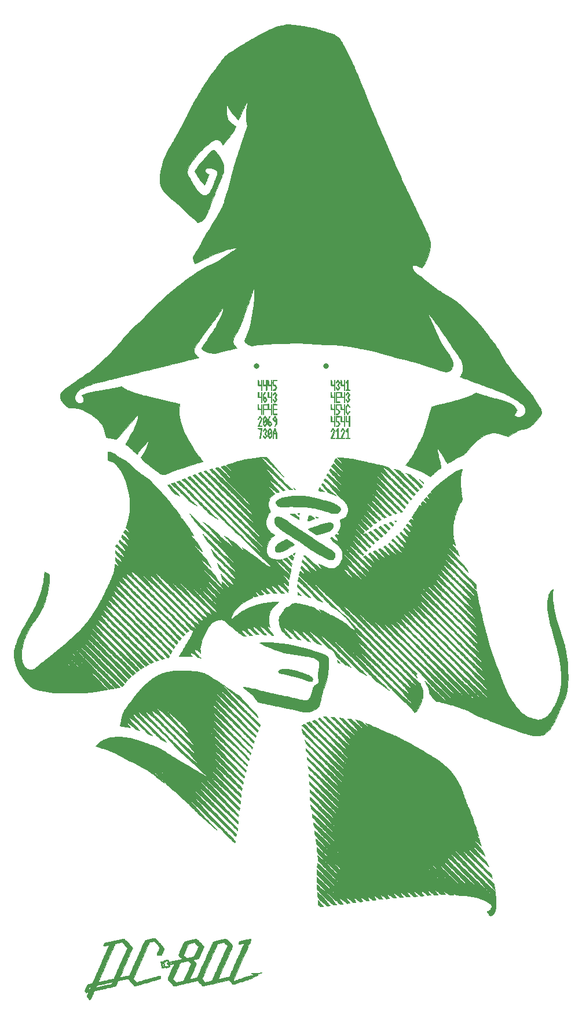
<source format=gtl>
G04 #@! TF.GenerationSoftware,KiCad,Pcbnew,(5.1.9)-1*
G04 #@! TF.CreationDate,2021-01-15T22:53:48-07:00*
G04 #@! TF.ProjectId,purplewizard-ART,70757270-6c65-4776-997a-6172642d4152,1*
G04 #@! TF.SameCoordinates,Original*
G04 #@! TF.FileFunction,Copper,L1,Top*
G04 #@! TF.FilePolarity,Positive*
%FSLAX46Y46*%
G04 Gerber Fmt 4.6, Leading zero omitted, Abs format (unit mm)*
G04 Created by KiCad (PCBNEW (5.1.9)-1) date 2021-01-15 22:53:48*
%MOMM*%
%LPD*%
G01*
G04 APERTURE LIST*
G04 #@! TA.AperFunction,EtchedComponent*
%ADD10C,0.010000*%
G04 #@! TD*
G04 #@! TA.AperFunction,ViaPad*
%ADD11C,0.800000*%
G04 #@! TD*
G04 APERTURE END LIST*
D10*
G36*
X123519084Y-160228017D02*
G01*
X123545698Y-160232893D01*
X123559297Y-160237133D01*
X123585278Y-160251301D01*
X123622988Y-160280735D01*
X123674657Y-160327703D01*
X123742514Y-160394469D01*
X123828789Y-160483298D01*
X123935714Y-160596456D01*
X124065518Y-160736207D01*
X124220431Y-160904818D01*
X124269603Y-160958596D01*
X124402124Y-161104444D01*
X124525826Y-161242104D01*
X124637742Y-161368162D01*
X124734903Y-161479205D01*
X124814341Y-161571818D01*
X124873086Y-161642588D01*
X124908171Y-161688100D01*
X124917085Y-161703193D01*
X124920992Y-161764416D01*
X124914835Y-161801764D01*
X124899288Y-161842826D01*
X124869309Y-161912879D01*
X124828250Y-162004793D01*
X124779467Y-162111437D01*
X124726312Y-162225684D01*
X124672140Y-162340403D01*
X124620304Y-162448465D01*
X124574158Y-162542740D01*
X124537057Y-162616100D01*
X124512353Y-162661413D01*
X124505870Y-162671125D01*
X124487995Y-162686203D01*
X124459455Y-162696615D01*
X124413093Y-162703182D01*
X124341753Y-162706724D01*
X124238278Y-162708063D01*
X124183064Y-162708166D01*
X124062207Y-162707395D01*
X123976551Y-162704569D01*
X123918984Y-162698923D01*
X123882391Y-162689690D01*
X123859662Y-162676103D01*
X123856309Y-162672951D01*
X123840740Y-162653485D01*
X123832646Y-162629520D01*
X123833498Y-162596258D01*
X123844763Y-162548899D01*
X123867911Y-162482645D01*
X123904412Y-162392697D01*
X123955736Y-162274256D01*
X124023351Y-162122524D01*
X124028072Y-162112000D01*
X124084677Y-161985709D01*
X124137004Y-161868638D01*
X124181974Y-161767699D01*
X124216510Y-161689807D01*
X124237532Y-161641875D01*
X124240324Y-161635362D01*
X124268894Y-161567974D01*
X123877247Y-161127362D01*
X123773980Y-161011627D01*
X123678880Y-160905889D01*
X123595847Y-160814415D01*
X123528777Y-160741472D01*
X123481568Y-160691326D01*
X123458120Y-160668247D01*
X123457282Y-160667625D01*
X123428074Y-160666104D01*
X123366729Y-160674076D01*
X123281849Y-160689531D01*
X123182039Y-160710461D01*
X123075901Y-160734855D01*
X122972039Y-160760706D01*
X122879056Y-160786003D01*
X122805555Y-160808737D01*
X122760140Y-160826900D01*
X122751834Y-160832371D01*
X122740332Y-160854235D01*
X122712689Y-160912557D01*
X122669915Y-161005090D01*
X122613021Y-161129591D01*
X122543017Y-161283812D01*
X122460913Y-161465509D01*
X122367721Y-161672437D01*
X122264450Y-161902349D01*
X122152110Y-162153001D01*
X122031714Y-162422146D01*
X121904270Y-162707540D01*
X121770790Y-163006937D01*
X121632284Y-163318091D01*
X121553842Y-163494520D01*
X120381266Y-166132957D01*
X120622516Y-166399645D01*
X120703328Y-166487574D01*
X120775340Y-166563291D01*
X120833436Y-166621625D01*
X120872501Y-166657405D01*
X120886368Y-166666333D01*
X120909720Y-166660578D01*
X120970684Y-166643893D01*
X121066219Y-166617147D01*
X121193284Y-166581208D01*
X121348834Y-166536944D01*
X121529828Y-166485225D01*
X121733224Y-166426919D01*
X121955979Y-166362895D01*
X122195051Y-166294021D01*
X122447396Y-166221166D01*
X122594527Y-166178619D01*
X122896410Y-166091576D01*
X123174947Y-166011882D01*
X123428184Y-165940074D01*
X123654168Y-165876688D01*
X123850944Y-165822262D01*
X124016558Y-165777331D01*
X124149056Y-165742432D01*
X124246484Y-165718103D01*
X124306887Y-165704880D01*
X124327385Y-165702691D01*
X124366428Y-165726353D01*
X124387772Y-165776361D01*
X124392407Y-165857298D01*
X124383040Y-165960884D01*
X124369376Y-166043048D01*
X124351586Y-166094977D01*
X124324835Y-166128762D01*
X124311833Y-166138988D01*
X124284403Y-166149943D01*
X124219761Y-166171210D01*
X124121485Y-166201770D01*
X123993153Y-166240604D01*
X123838341Y-166286692D01*
X123660627Y-166339017D01*
X123463589Y-166396557D01*
X123250802Y-166458295D01*
X123025846Y-166523211D01*
X122792296Y-166590286D01*
X122553731Y-166658500D01*
X122313728Y-166726835D01*
X122075863Y-166794272D01*
X121843715Y-166859790D01*
X121620860Y-166922372D01*
X121410876Y-166980998D01*
X121217340Y-167034648D01*
X121043830Y-167082303D01*
X120893922Y-167122945D01*
X120771194Y-167155554D01*
X120679223Y-167179111D01*
X120621587Y-167192597D01*
X120603490Y-167195500D01*
X120549337Y-167182497D01*
X120493515Y-167151162D01*
X120492730Y-167150549D01*
X120451077Y-167112764D01*
X120389723Y-167050505D01*
X120313074Y-166968834D01*
X120225532Y-166872810D01*
X120131501Y-166767494D01*
X120035384Y-166657948D01*
X119941586Y-166549230D01*
X119854510Y-166446403D01*
X119778560Y-166354526D01*
X119718140Y-166278660D01*
X119677653Y-166223866D01*
X119661535Y-166195375D01*
X119643434Y-166153134D01*
X119619149Y-166137166D01*
X119588005Y-166141336D01*
X119522031Y-166153024D01*
X119427220Y-166170997D01*
X119309569Y-166194020D01*
X119175074Y-166220860D01*
X119029729Y-166250283D01*
X118879531Y-166281057D01*
X118730475Y-166311947D01*
X118588556Y-166341720D01*
X118459770Y-166369142D01*
X118350113Y-166392980D01*
X118265580Y-166411999D01*
X118212167Y-166424968D01*
X118196224Y-166429931D01*
X118178268Y-166453859D01*
X118146704Y-166510153D01*
X118104823Y-166592365D01*
X118055915Y-166694046D01*
X118005724Y-166803284D01*
X117934868Y-166956059D01*
X117875635Y-167073539D01*
X117828825Y-167154238D01*
X117795241Y-167196669D01*
X117792500Y-167198854D01*
X117759657Y-167212278D01*
X117686407Y-167233864D01*
X117572603Y-167263645D01*
X117418099Y-167301658D01*
X117222748Y-167347938D01*
X116986404Y-167402519D01*
X116708920Y-167465436D01*
X116390151Y-167536725D01*
X116257916Y-167566072D01*
X116013136Y-167620296D01*
X115779740Y-167672003D01*
X115561129Y-167720441D01*
X115360706Y-167764855D01*
X115181871Y-167804492D01*
X115028024Y-167838597D01*
X114902569Y-167866417D01*
X114808905Y-167887197D01*
X114750434Y-167900184D01*
X114731244Y-167904465D01*
X114714999Y-167914617D01*
X114693984Y-167940889D01*
X114666395Y-167986827D01*
X114630426Y-168055977D01*
X114584273Y-168151887D01*
X114526131Y-168278102D01*
X114454196Y-168438171D01*
X114416284Y-168523454D01*
X114348683Y-168674797D01*
X114285220Y-168814779D01*
X114228242Y-168938383D01*
X114180096Y-169040592D01*
X114143131Y-169116389D01*
X114119693Y-169160758D01*
X114114051Y-169169291D01*
X114061020Y-169201415D01*
X113997825Y-169200578D01*
X113957260Y-169179875D01*
X113932278Y-169152915D01*
X113889029Y-169099184D01*
X113833630Y-169026515D01*
X113773298Y-168944272D01*
X113702796Y-168842984D01*
X113656483Y-168767434D01*
X113630925Y-168711280D01*
X113622685Y-168668181D01*
X113622666Y-168666158D01*
X113631172Y-168620097D01*
X113654312Y-168546135D01*
X113688519Y-168454594D01*
X113728864Y-168358848D01*
X113768897Y-168267338D01*
X113800904Y-168190965D01*
X113821797Y-168137341D01*
X113828484Y-168114080D01*
X113828331Y-168113775D01*
X113805998Y-168114659D01*
X113752448Y-168122903D01*
X113677830Y-168136874D01*
X113650823Y-168142357D01*
X113565495Y-168159227D01*
X113510142Y-168166729D01*
X113473435Y-168164772D01*
X113444045Y-168153263D01*
X113423346Y-168140518D01*
X113345133Y-168067806D01*
X113299500Y-167977759D01*
X113290994Y-167883416D01*
X113303131Y-167837534D01*
X113330752Y-167764189D01*
X113360533Y-167693824D01*
X113813166Y-167693824D01*
X113830666Y-167699813D01*
X113868552Y-167694188D01*
X113934510Y-167678776D01*
X113982329Y-167668609D01*
X114014067Y-167656763D01*
X114042140Y-167630146D01*
X114072449Y-167580818D01*
X114110890Y-167500839D01*
X114116970Y-167487383D01*
X114135087Y-167447097D01*
X114903433Y-167447097D01*
X114908281Y-167449500D01*
X114931051Y-167444841D01*
X114991278Y-167431444D01*
X115085190Y-167410173D01*
X115209013Y-167381893D01*
X115358977Y-167347470D01*
X115531308Y-167307768D01*
X115722233Y-167263653D01*
X115927982Y-167215991D01*
X116064266Y-167184357D01*
X116277545Y-167134707D01*
X116478426Y-167087733D01*
X116663129Y-167044335D01*
X116827872Y-167005412D01*
X116968875Y-166971860D01*
X117082358Y-166944579D01*
X117164539Y-166924467D01*
X117211639Y-166912422D01*
X117221598Y-166909379D01*
X117236825Y-166886427D01*
X117260425Y-166837195D01*
X117287593Y-166773620D01*
X117313521Y-166707639D01*
X117333405Y-166651189D01*
X117342439Y-166616206D01*
X117341824Y-166610768D01*
X117320243Y-166613731D01*
X117261220Y-166625225D01*
X117168600Y-166644420D01*
X117046227Y-166670488D01*
X116897943Y-166702599D01*
X116727595Y-166739924D01*
X116539025Y-166781635D01*
X116336077Y-166826902D01*
X116245504Y-166847219D01*
X116035483Y-166894390D01*
X115836550Y-166939038D01*
X115652796Y-166980247D01*
X115488314Y-167017100D01*
X115347197Y-167048681D01*
X115233538Y-167074074D01*
X115151428Y-167092362D01*
X115104960Y-167102629D01*
X115097465Y-167104245D01*
X115058352Y-167120259D01*
X115025696Y-167155888D01*
X114991135Y-167220844D01*
X114984469Y-167235502D01*
X114942282Y-167330963D01*
X114916120Y-167394098D01*
X114903873Y-167430834D01*
X114903433Y-167447097D01*
X114135087Y-167447097D01*
X114193220Y-167317835D01*
X114093152Y-167332811D01*
X114030182Y-167343936D01*
X113985062Y-167354998D01*
X113974472Y-167359250D01*
X113958528Y-167381925D01*
X113931140Y-167432026D01*
X113897794Y-167498176D01*
X113863973Y-167569000D01*
X113835163Y-167633121D01*
X113816848Y-167679165D01*
X113813166Y-167693824D01*
X113360533Y-167693824D01*
X113370529Y-167670209D01*
X113419138Y-167562420D01*
X113473252Y-167447651D01*
X113529544Y-167332728D01*
X113584688Y-167224480D01*
X113635358Y-167129732D01*
X113678228Y-167055314D01*
X113709971Y-167008052D01*
X113723964Y-166994711D01*
X113756637Y-166985236D01*
X113822430Y-166968631D01*
X113913120Y-166946888D01*
X114020489Y-166922001D01*
X114075152Y-166909610D01*
X114185524Y-166883898D01*
X114281067Y-166859989D01*
X114354211Y-166839905D01*
X114397385Y-166825672D01*
X114405412Y-166821331D01*
X114417102Y-166798589D01*
X114444477Y-166739968D01*
X114486379Y-166648101D01*
X114498212Y-166621876D01*
X115257767Y-166621876D01*
X115258237Y-166641760D01*
X115289797Y-166640377D01*
X115296644Y-166638745D01*
X115326627Y-166631790D01*
X115393898Y-166616516D01*
X115494431Y-166593831D01*
X115624197Y-166564637D01*
X115779169Y-166529839D01*
X115955319Y-166490344D01*
X116148620Y-166447055D01*
X116355044Y-166400877D01*
X116448170Y-166380060D01*
X116657199Y-166333290D01*
X116853363Y-166289292D01*
X117032855Y-166248928D01*
X117191869Y-166213058D01*
X117326600Y-166182543D01*
X117433244Y-166158245D01*
X117507993Y-166141023D01*
X117547043Y-166131739D01*
X117551987Y-166130357D01*
X117560850Y-166110917D01*
X117585824Y-166055201D01*
X117625836Y-165965622D01*
X117679812Y-165844591D01*
X117746678Y-165694522D01*
X117825361Y-165517826D01*
X117914787Y-165316917D01*
X118013881Y-165094205D01*
X118121569Y-164852104D01*
X118236779Y-164593026D01*
X118358437Y-164319383D01*
X118485467Y-164033588D01*
X118550588Y-163887054D01*
X119545790Y-161647525D01*
X119247826Y-161315304D01*
X119151922Y-161208513D01*
X119059236Y-161105557D01*
X118975799Y-161013116D01*
X118907640Y-160937871D01*
X118860792Y-160886502D01*
X118856038Y-160881336D01*
X118762214Y-160779588D01*
X118272065Y-160889959D01*
X118132859Y-160922018D01*
X118006904Y-160952381D01*
X117900281Y-160979473D01*
X117819071Y-161001718D01*
X117769355Y-161017538D01*
X117756985Y-161023456D01*
X117746736Y-161044074D01*
X117720469Y-161100743D01*
X117679360Y-161190828D01*
X117624585Y-161311695D01*
X117557321Y-161460709D01*
X117478743Y-161635237D01*
X117390027Y-161832644D01*
X117292350Y-162050297D01*
X117186886Y-162285560D01*
X117074813Y-162535800D01*
X116957305Y-162798383D01*
X116835540Y-163070674D01*
X116710692Y-163350039D01*
X116583938Y-163633843D01*
X116456454Y-163919454D01*
X116329415Y-164204236D01*
X116203999Y-164485555D01*
X116081380Y-164760778D01*
X115962734Y-165027269D01*
X115849238Y-165282395D01*
X115742067Y-165523521D01*
X115642398Y-165748014D01*
X115551406Y-165953238D01*
X115470268Y-166136561D01*
X115400158Y-166295347D01*
X115342254Y-166426963D01*
X115297731Y-166528773D01*
X115267765Y-166598145D01*
X115257767Y-166621876D01*
X114498212Y-166621876D01*
X114541646Y-166525619D01*
X114609120Y-166375157D01*
X114687641Y-166199347D01*
X114776049Y-166000822D01*
X114873184Y-165782214D01*
X114977887Y-165546157D01*
X115088998Y-165295284D01*
X115205357Y-165032227D01*
X115325805Y-164759619D01*
X115449182Y-164480094D01*
X115574328Y-164196283D01*
X115700083Y-163910821D01*
X115825289Y-163626339D01*
X115948784Y-163345470D01*
X116069410Y-163070849D01*
X116186007Y-162805107D01*
X116297415Y-162550877D01*
X116402474Y-162310792D01*
X116500025Y-162087485D01*
X116588908Y-161883589D01*
X116667964Y-161701737D01*
X116736032Y-161544562D01*
X116791953Y-161414696D01*
X116834567Y-161314773D01*
X116862715Y-161247425D01*
X116875237Y-161215285D01*
X116875748Y-161212859D01*
X116852078Y-161213327D01*
X116793899Y-161222263D01*
X116707903Y-161238412D01*
X116600784Y-161260518D01*
X116481326Y-161286851D01*
X116358314Y-161313742D01*
X116248236Y-161335881D01*
X116158230Y-161351986D01*
X116095437Y-161360775D01*
X116067421Y-161361156D01*
X116038074Y-161332763D01*
X116022025Y-161295936D01*
X116023857Y-161242821D01*
X116044650Y-161168322D01*
X116078667Y-161085436D01*
X116120176Y-161007165D01*
X116163440Y-160946505D01*
X116185328Y-160925786D01*
X116212589Y-160913511D01*
X116269322Y-160895877D01*
X116357058Y-160872527D01*
X116477327Y-160843106D01*
X116631661Y-160807256D01*
X116821588Y-160764621D01*
X117048641Y-160714845D01*
X117314350Y-160657571D01*
X117582328Y-160600481D01*
X117815144Y-160551046D01*
X118036238Y-160503993D01*
X118242043Y-160460087D01*
X118428994Y-160420094D01*
X118593526Y-160384780D01*
X118732072Y-160354911D01*
X118841067Y-160331252D01*
X118916945Y-160314570D01*
X118956140Y-160305629D01*
X118960404Y-160304513D01*
X118989144Y-160299715D01*
X119021099Y-160304757D01*
X119059124Y-160322174D01*
X119106078Y-160354497D01*
X119164818Y-160404260D01*
X119238200Y-160473996D01*
X119329081Y-160566238D01*
X119440319Y-160683520D01*
X119574770Y-160828373D01*
X119678011Y-160940746D01*
X119800376Y-161074738D01*
X119914341Y-161200377D01*
X120016565Y-161313915D01*
X120103708Y-161411608D01*
X120172429Y-161489708D01*
X120219388Y-161544469D01*
X120241245Y-161572144D01*
X120241791Y-161573044D01*
X120262989Y-161630216D01*
X120268249Y-161667258D01*
X120259884Y-161692838D01*
X120235322Y-161754507D01*
X120195673Y-161849715D01*
X120142043Y-161975917D01*
X120075543Y-162130563D01*
X119997279Y-162311108D01*
X119908360Y-162515004D01*
X119809894Y-162739703D01*
X119702990Y-162982658D01*
X119588755Y-163241321D01*
X119468299Y-163513145D01*
X119342728Y-163795583D01*
X119325737Y-163833731D01*
X119199877Y-164116422D01*
X119079062Y-164388130D01*
X118964387Y-164646376D01*
X118856945Y-164888679D01*
X118757832Y-165112560D01*
X118668142Y-165315537D01*
X118588970Y-165495132D01*
X118521410Y-165648862D01*
X118466557Y-165774248D01*
X118425505Y-165868811D01*
X118399349Y-165930068D01*
X118389183Y-165955541D01*
X118389112Y-165956129D01*
X118410682Y-165953377D01*
X118468940Y-165943243D01*
X118559061Y-165926638D01*
X118676218Y-165904471D01*
X118815587Y-165877655D01*
X118972341Y-165847100D01*
X119101562Y-165821655D01*
X119291899Y-165783881D01*
X119444942Y-165753028D01*
X119564960Y-165727973D01*
X119656221Y-165707597D01*
X119722994Y-165690780D01*
X119769548Y-165676401D01*
X119800151Y-165663339D01*
X119819072Y-165650473D01*
X119830580Y-165636684D01*
X119834850Y-165629166D01*
X119846765Y-165603509D01*
X119874829Y-165541551D01*
X119917980Y-165445665D01*
X119975158Y-165318228D01*
X120045301Y-165161614D01*
X120127348Y-164978198D01*
X120220236Y-164770355D01*
X120322905Y-164540461D01*
X120434293Y-164290891D01*
X120553339Y-164024018D01*
X120678981Y-163742220D01*
X120810158Y-163447869D01*
X120945808Y-163143343D01*
X120946369Y-163142083D01*
X121082298Y-162836951D01*
X121213938Y-162541621D01*
X121340211Y-162258504D01*
X121460041Y-161990006D01*
X121572349Y-161738537D01*
X121676057Y-161506506D01*
X121770089Y-161296321D01*
X121853366Y-161110390D01*
X121924811Y-160951123D01*
X121983347Y-160820928D01*
X122027896Y-160722214D01*
X122057380Y-160657389D01*
X122070664Y-160628977D01*
X122110862Y-160570435D01*
X122159078Y-160526026D01*
X122168916Y-160520210D01*
X122203759Y-160508205D01*
X122274317Y-160488651D01*
X122374929Y-160462946D01*
X122499932Y-160432490D01*
X122643664Y-160398680D01*
X122800465Y-160362916D01*
X122855493Y-160350616D01*
X123035320Y-160310845D01*
X123178736Y-160279793D01*
X123290581Y-160256681D01*
X123375697Y-160240728D01*
X123438925Y-160231154D01*
X123485107Y-160227177D01*
X123519084Y-160228017D01*
G37*
X123519084Y-160228017D02*
X123545698Y-160232893D01*
X123559297Y-160237133D01*
X123585278Y-160251301D01*
X123622988Y-160280735D01*
X123674657Y-160327703D01*
X123742514Y-160394469D01*
X123828789Y-160483298D01*
X123935714Y-160596456D01*
X124065518Y-160736207D01*
X124220431Y-160904818D01*
X124269603Y-160958596D01*
X124402124Y-161104444D01*
X124525826Y-161242104D01*
X124637742Y-161368162D01*
X124734903Y-161479205D01*
X124814341Y-161571818D01*
X124873086Y-161642588D01*
X124908171Y-161688100D01*
X124917085Y-161703193D01*
X124920992Y-161764416D01*
X124914835Y-161801764D01*
X124899288Y-161842826D01*
X124869309Y-161912879D01*
X124828250Y-162004793D01*
X124779467Y-162111437D01*
X124726312Y-162225684D01*
X124672140Y-162340403D01*
X124620304Y-162448465D01*
X124574158Y-162542740D01*
X124537057Y-162616100D01*
X124512353Y-162661413D01*
X124505870Y-162671125D01*
X124487995Y-162686203D01*
X124459455Y-162696615D01*
X124413093Y-162703182D01*
X124341753Y-162706724D01*
X124238278Y-162708063D01*
X124183064Y-162708166D01*
X124062207Y-162707395D01*
X123976551Y-162704569D01*
X123918984Y-162698923D01*
X123882391Y-162689690D01*
X123859662Y-162676103D01*
X123856309Y-162672951D01*
X123840740Y-162653485D01*
X123832646Y-162629520D01*
X123833498Y-162596258D01*
X123844763Y-162548899D01*
X123867911Y-162482645D01*
X123904412Y-162392697D01*
X123955736Y-162274256D01*
X124023351Y-162122524D01*
X124028072Y-162112000D01*
X124084677Y-161985709D01*
X124137004Y-161868638D01*
X124181974Y-161767699D01*
X124216510Y-161689807D01*
X124237532Y-161641875D01*
X124240324Y-161635362D01*
X124268894Y-161567974D01*
X123877247Y-161127362D01*
X123773980Y-161011627D01*
X123678880Y-160905889D01*
X123595847Y-160814415D01*
X123528777Y-160741472D01*
X123481568Y-160691326D01*
X123458120Y-160668247D01*
X123457282Y-160667625D01*
X123428074Y-160666104D01*
X123366729Y-160674076D01*
X123281849Y-160689531D01*
X123182039Y-160710461D01*
X123075901Y-160734855D01*
X122972039Y-160760706D01*
X122879056Y-160786003D01*
X122805555Y-160808737D01*
X122760140Y-160826900D01*
X122751834Y-160832371D01*
X122740332Y-160854235D01*
X122712689Y-160912557D01*
X122669915Y-161005090D01*
X122613021Y-161129591D01*
X122543017Y-161283812D01*
X122460913Y-161465509D01*
X122367721Y-161672437D01*
X122264450Y-161902349D01*
X122152110Y-162153001D01*
X122031714Y-162422146D01*
X121904270Y-162707540D01*
X121770790Y-163006937D01*
X121632284Y-163318091D01*
X121553842Y-163494520D01*
X120381266Y-166132957D01*
X120622516Y-166399645D01*
X120703328Y-166487574D01*
X120775340Y-166563291D01*
X120833436Y-166621625D01*
X120872501Y-166657405D01*
X120886368Y-166666333D01*
X120909720Y-166660578D01*
X120970684Y-166643893D01*
X121066219Y-166617147D01*
X121193284Y-166581208D01*
X121348834Y-166536944D01*
X121529828Y-166485225D01*
X121733224Y-166426919D01*
X121955979Y-166362895D01*
X122195051Y-166294021D01*
X122447396Y-166221166D01*
X122594527Y-166178619D01*
X122896410Y-166091576D01*
X123174947Y-166011882D01*
X123428184Y-165940074D01*
X123654168Y-165876688D01*
X123850944Y-165822262D01*
X124016558Y-165777331D01*
X124149056Y-165742432D01*
X124246484Y-165718103D01*
X124306887Y-165704880D01*
X124327385Y-165702691D01*
X124366428Y-165726353D01*
X124387772Y-165776361D01*
X124392407Y-165857298D01*
X124383040Y-165960884D01*
X124369376Y-166043048D01*
X124351586Y-166094977D01*
X124324835Y-166128762D01*
X124311833Y-166138988D01*
X124284403Y-166149943D01*
X124219761Y-166171210D01*
X124121485Y-166201770D01*
X123993153Y-166240604D01*
X123838341Y-166286692D01*
X123660627Y-166339017D01*
X123463589Y-166396557D01*
X123250802Y-166458295D01*
X123025846Y-166523211D01*
X122792296Y-166590286D01*
X122553731Y-166658500D01*
X122313728Y-166726835D01*
X122075863Y-166794272D01*
X121843715Y-166859790D01*
X121620860Y-166922372D01*
X121410876Y-166980998D01*
X121217340Y-167034648D01*
X121043830Y-167082303D01*
X120893922Y-167122945D01*
X120771194Y-167155554D01*
X120679223Y-167179111D01*
X120621587Y-167192597D01*
X120603490Y-167195500D01*
X120549337Y-167182497D01*
X120493515Y-167151162D01*
X120492730Y-167150549D01*
X120451077Y-167112764D01*
X120389723Y-167050505D01*
X120313074Y-166968834D01*
X120225532Y-166872810D01*
X120131501Y-166767494D01*
X120035384Y-166657948D01*
X119941586Y-166549230D01*
X119854510Y-166446403D01*
X119778560Y-166354526D01*
X119718140Y-166278660D01*
X119677653Y-166223866D01*
X119661535Y-166195375D01*
X119643434Y-166153134D01*
X119619149Y-166137166D01*
X119588005Y-166141336D01*
X119522031Y-166153024D01*
X119427220Y-166170997D01*
X119309569Y-166194020D01*
X119175074Y-166220860D01*
X119029729Y-166250283D01*
X118879531Y-166281057D01*
X118730475Y-166311947D01*
X118588556Y-166341720D01*
X118459770Y-166369142D01*
X118350113Y-166392980D01*
X118265580Y-166411999D01*
X118212167Y-166424968D01*
X118196224Y-166429931D01*
X118178268Y-166453859D01*
X118146704Y-166510153D01*
X118104823Y-166592365D01*
X118055915Y-166694046D01*
X118005724Y-166803284D01*
X117934868Y-166956059D01*
X117875635Y-167073539D01*
X117828825Y-167154238D01*
X117795241Y-167196669D01*
X117792500Y-167198854D01*
X117759657Y-167212278D01*
X117686407Y-167233864D01*
X117572603Y-167263645D01*
X117418099Y-167301658D01*
X117222748Y-167347938D01*
X116986404Y-167402519D01*
X116708920Y-167465436D01*
X116390151Y-167536725D01*
X116257916Y-167566072D01*
X116013136Y-167620296D01*
X115779740Y-167672003D01*
X115561129Y-167720441D01*
X115360706Y-167764855D01*
X115181871Y-167804492D01*
X115028024Y-167838597D01*
X114902569Y-167866417D01*
X114808905Y-167887197D01*
X114750434Y-167900184D01*
X114731244Y-167904465D01*
X114714999Y-167914617D01*
X114693984Y-167940889D01*
X114666395Y-167986827D01*
X114630426Y-168055977D01*
X114584273Y-168151887D01*
X114526131Y-168278102D01*
X114454196Y-168438171D01*
X114416284Y-168523454D01*
X114348683Y-168674797D01*
X114285220Y-168814779D01*
X114228242Y-168938383D01*
X114180096Y-169040592D01*
X114143131Y-169116389D01*
X114119693Y-169160758D01*
X114114051Y-169169291D01*
X114061020Y-169201415D01*
X113997825Y-169200578D01*
X113957260Y-169179875D01*
X113932278Y-169152915D01*
X113889029Y-169099184D01*
X113833630Y-169026515D01*
X113773298Y-168944272D01*
X113702796Y-168842984D01*
X113656483Y-168767434D01*
X113630925Y-168711280D01*
X113622685Y-168668181D01*
X113622666Y-168666158D01*
X113631172Y-168620097D01*
X113654312Y-168546135D01*
X113688519Y-168454594D01*
X113728864Y-168358848D01*
X113768897Y-168267338D01*
X113800904Y-168190965D01*
X113821797Y-168137341D01*
X113828484Y-168114080D01*
X113828331Y-168113775D01*
X113805998Y-168114659D01*
X113752448Y-168122903D01*
X113677830Y-168136874D01*
X113650823Y-168142357D01*
X113565495Y-168159227D01*
X113510142Y-168166729D01*
X113473435Y-168164772D01*
X113444045Y-168153263D01*
X113423346Y-168140518D01*
X113345133Y-168067806D01*
X113299500Y-167977759D01*
X113290994Y-167883416D01*
X113303131Y-167837534D01*
X113330752Y-167764189D01*
X113360533Y-167693824D01*
X113813166Y-167693824D01*
X113830666Y-167699813D01*
X113868552Y-167694188D01*
X113934510Y-167678776D01*
X113982329Y-167668609D01*
X114014067Y-167656763D01*
X114042140Y-167630146D01*
X114072449Y-167580818D01*
X114110890Y-167500839D01*
X114116970Y-167487383D01*
X114135087Y-167447097D01*
X114903433Y-167447097D01*
X114908281Y-167449500D01*
X114931051Y-167444841D01*
X114991278Y-167431444D01*
X115085190Y-167410173D01*
X115209013Y-167381893D01*
X115358977Y-167347470D01*
X115531308Y-167307768D01*
X115722233Y-167263653D01*
X115927982Y-167215991D01*
X116064266Y-167184357D01*
X116277545Y-167134707D01*
X116478426Y-167087733D01*
X116663129Y-167044335D01*
X116827872Y-167005412D01*
X116968875Y-166971860D01*
X117082358Y-166944579D01*
X117164539Y-166924467D01*
X117211639Y-166912422D01*
X117221598Y-166909379D01*
X117236825Y-166886427D01*
X117260425Y-166837195D01*
X117287593Y-166773620D01*
X117313521Y-166707639D01*
X117333405Y-166651189D01*
X117342439Y-166616206D01*
X117341824Y-166610768D01*
X117320243Y-166613731D01*
X117261220Y-166625225D01*
X117168600Y-166644420D01*
X117046227Y-166670488D01*
X116897943Y-166702599D01*
X116727595Y-166739924D01*
X116539025Y-166781635D01*
X116336077Y-166826902D01*
X116245504Y-166847219D01*
X116035483Y-166894390D01*
X115836550Y-166939038D01*
X115652796Y-166980247D01*
X115488314Y-167017100D01*
X115347197Y-167048681D01*
X115233538Y-167074074D01*
X115151428Y-167092362D01*
X115104960Y-167102629D01*
X115097465Y-167104245D01*
X115058352Y-167120259D01*
X115025696Y-167155888D01*
X114991135Y-167220844D01*
X114984469Y-167235502D01*
X114942282Y-167330963D01*
X114916120Y-167394098D01*
X114903873Y-167430834D01*
X114903433Y-167447097D01*
X114135087Y-167447097D01*
X114193220Y-167317835D01*
X114093152Y-167332811D01*
X114030182Y-167343936D01*
X113985062Y-167354998D01*
X113974472Y-167359250D01*
X113958528Y-167381925D01*
X113931140Y-167432026D01*
X113897794Y-167498176D01*
X113863973Y-167569000D01*
X113835163Y-167633121D01*
X113816848Y-167679165D01*
X113813166Y-167693824D01*
X113360533Y-167693824D01*
X113370529Y-167670209D01*
X113419138Y-167562420D01*
X113473252Y-167447651D01*
X113529544Y-167332728D01*
X113584688Y-167224480D01*
X113635358Y-167129732D01*
X113678228Y-167055314D01*
X113709971Y-167008052D01*
X113723964Y-166994711D01*
X113756637Y-166985236D01*
X113822430Y-166968631D01*
X113913120Y-166946888D01*
X114020489Y-166922001D01*
X114075152Y-166909610D01*
X114185524Y-166883898D01*
X114281067Y-166859989D01*
X114354211Y-166839905D01*
X114397385Y-166825672D01*
X114405412Y-166821331D01*
X114417102Y-166798589D01*
X114444477Y-166739968D01*
X114486379Y-166648101D01*
X114498212Y-166621876D01*
X115257767Y-166621876D01*
X115258237Y-166641760D01*
X115289797Y-166640377D01*
X115296644Y-166638745D01*
X115326627Y-166631790D01*
X115393898Y-166616516D01*
X115494431Y-166593831D01*
X115624197Y-166564637D01*
X115779169Y-166529839D01*
X115955319Y-166490344D01*
X116148620Y-166447055D01*
X116355044Y-166400877D01*
X116448170Y-166380060D01*
X116657199Y-166333290D01*
X116853363Y-166289292D01*
X117032855Y-166248928D01*
X117191869Y-166213058D01*
X117326600Y-166182543D01*
X117433244Y-166158245D01*
X117507993Y-166141023D01*
X117547043Y-166131739D01*
X117551987Y-166130357D01*
X117560850Y-166110917D01*
X117585824Y-166055201D01*
X117625836Y-165965622D01*
X117679812Y-165844591D01*
X117746678Y-165694522D01*
X117825361Y-165517826D01*
X117914787Y-165316917D01*
X118013881Y-165094205D01*
X118121569Y-164852104D01*
X118236779Y-164593026D01*
X118358437Y-164319383D01*
X118485467Y-164033588D01*
X118550588Y-163887054D01*
X119545790Y-161647525D01*
X119247826Y-161315304D01*
X119151922Y-161208513D01*
X119059236Y-161105557D01*
X118975799Y-161013116D01*
X118907640Y-160937871D01*
X118860792Y-160886502D01*
X118856038Y-160881336D01*
X118762214Y-160779588D01*
X118272065Y-160889959D01*
X118132859Y-160922018D01*
X118006904Y-160952381D01*
X117900281Y-160979473D01*
X117819071Y-161001718D01*
X117769355Y-161017538D01*
X117756985Y-161023456D01*
X117746736Y-161044074D01*
X117720469Y-161100743D01*
X117679360Y-161190828D01*
X117624585Y-161311695D01*
X117557321Y-161460709D01*
X117478743Y-161635237D01*
X117390027Y-161832644D01*
X117292350Y-162050297D01*
X117186886Y-162285560D01*
X117074813Y-162535800D01*
X116957305Y-162798383D01*
X116835540Y-163070674D01*
X116710692Y-163350039D01*
X116583938Y-163633843D01*
X116456454Y-163919454D01*
X116329415Y-164204236D01*
X116203999Y-164485555D01*
X116081380Y-164760778D01*
X115962734Y-165027269D01*
X115849238Y-165282395D01*
X115742067Y-165523521D01*
X115642398Y-165748014D01*
X115551406Y-165953238D01*
X115470268Y-166136561D01*
X115400158Y-166295347D01*
X115342254Y-166426963D01*
X115297731Y-166528773D01*
X115267765Y-166598145D01*
X115257767Y-166621876D01*
X114498212Y-166621876D01*
X114541646Y-166525619D01*
X114609120Y-166375157D01*
X114687641Y-166199347D01*
X114776049Y-166000822D01*
X114873184Y-165782214D01*
X114977887Y-165546157D01*
X115088998Y-165295284D01*
X115205357Y-165032227D01*
X115325805Y-164759619D01*
X115449182Y-164480094D01*
X115574328Y-164196283D01*
X115700083Y-163910821D01*
X115825289Y-163626339D01*
X115948784Y-163345470D01*
X116069410Y-163070849D01*
X116186007Y-162805107D01*
X116297415Y-162550877D01*
X116402474Y-162310792D01*
X116500025Y-162087485D01*
X116588908Y-161883589D01*
X116667964Y-161701737D01*
X116736032Y-161544562D01*
X116791953Y-161414696D01*
X116834567Y-161314773D01*
X116862715Y-161247425D01*
X116875237Y-161215285D01*
X116875748Y-161212859D01*
X116852078Y-161213327D01*
X116793899Y-161222263D01*
X116707903Y-161238412D01*
X116600784Y-161260518D01*
X116481326Y-161286851D01*
X116358314Y-161313742D01*
X116248236Y-161335881D01*
X116158230Y-161351986D01*
X116095437Y-161360775D01*
X116067421Y-161361156D01*
X116038074Y-161332763D01*
X116022025Y-161295936D01*
X116023857Y-161242821D01*
X116044650Y-161168322D01*
X116078667Y-161085436D01*
X116120176Y-161007165D01*
X116163440Y-160946505D01*
X116185328Y-160925786D01*
X116212589Y-160913511D01*
X116269322Y-160895877D01*
X116357058Y-160872527D01*
X116477327Y-160843106D01*
X116631661Y-160807256D01*
X116821588Y-160764621D01*
X117048641Y-160714845D01*
X117314350Y-160657571D01*
X117582328Y-160600481D01*
X117815144Y-160551046D01*
X118036238Y-160503993D01*
X118242043Y-160460087D01*
X118428994Y-160420094D01*
X118593526Y-160384780D01*
X118732072Y-160354911D01*
X118841067Y-160331252D01*
X118916945Y-160314570D01*
X118956140Y-160305629D01*
X118960404Y-160304513D01*
X118989144Y-160299715D01*
X119021099Y-160304757D01*
X119059124Y-160322174D01*
X119106078Y-160354497D01*
X119164818Y-160404260D01*
X119238200Y-160473996D01*
X119329081Y-160566238D01*
X119440319Y-160683520D01*
X119574770Y-160828373D01*
X119678011Y-160940746D01*
X119800376Y-161074738D01*
X119914341Y-161200377D01*
X120016565Y-161313915D01*
X120103708Y-161411608D01*
X120172429Y-161489708D01*
X120219388Y-161544469D01*
X120241245Y-161572144D01*
X120241791Y-161573044D01*
X120262989Y-161630216D01*
X120268249Y-161667258D01*
X120259884Y-161692838D01*
X120235322Y-161754507D01*
X120195673Y-161849715D01*
X120142043Y-161975917D01*
X120075543Y-162130563D01*
X119997279Y-162311108D01*
X119908360Y-162515004D01*
X119809894Y-162739703D01*
X119702990Y-162982658D01*
X119588755Y-163241321D01*
X119468299Y-163513145D01*
X119342728Y-163795583D01*
X119325737Y-163833731D01*
X119199877Y-164116422D01*
X119079062Y-164388130D01*
X118964387Y-164646376D01*
X118856945Y-164888679D01*
X118757832Y-165112560D01*
X118668142Y-165315537D01*
X118588970Y-165495132D01*
X118521410Y-165648862D01*
X118466557Y-165774248D01*
X118425505Y-165868811D01*
X118399349Y-165930068D01*
X118389183Y-165955541D01*
X118389112Y-165956129D01*
X118410682Y-165953377D01*
X118468940Y-165943243D01*
X118559061Y-165926638D01*
X118676218Y-165904471D01*
X118815587Y-165877655D01*
X118972341Y-165847100D01*
X119101562Y-165821655D01*
X119291899Y-165783881D01*
X119444942Y-165753028D01*
X119564960Y-165727973D01*
X119656221Y-165707597D01*
X119722994Y-165690780D01*
X119769548Y-165676401D01*
X119800151Y-165663339D01*
X119819072Y-165650473D01*
X119830580Y-165636684D01*
X119834850Y-165629166D01*
X119846765Y-165603509D01*
X119874829Y-165541551D01*
X119917980Y-165445665D01*
X119975158Y-165318228D01*
X120045301Y-165161614D01*
X120127348Y-164978198D01*
X120220236Y-164770355D01*
X120322905Y-164540461D01*
X120434293Y-164290891D01*
X120553339Y-164024018D01*
X120678981Y-163742220D01*
X120810158Y-163447869D01*
X120945808Y-163143343D01*
X120946369Y-163142083D01*
X121082298Y-162836951D01*
X121213938Y-162541621D01*
X121340211Y-162258504D01*
X121460041Y-161990006D01*
X121572349Y-161738537D01*
X121676057Y-161506506D01*
X121770089Y-161296321D01*
X121853366Y-161110390D01*
X121924811Y-160951123D01*
X121983347Y-160820928D01*
X122027896Y-160722214D01*
X122057380Y-160657389D01*
X122070664Y-160628977D01*
X122110862Y-160570435D01*
X122159078Y-160526026D01*
X122168916Y-160520210D01*
X122203759Y-160508205D01*
X122274317Y-160488651D01*
X122374929Y-160462946D01*
X122499932Y-160432490D01*
X122643664Y-160398680D01*
X122800465Y-160362916D01*
X122855493Y-160350616D01*
X123035320Y-160310845D01*
X123178736Y-160279793D01*
X123290581Y-160256681D01*
X123375697Y-160240728D01*
X123438925Y-160231154D01*
X123485107Y-160227177D01*
X123519084Y-160228017D01*
G36*
X133890441Y-160317288D02*
G01*
X133914487Y-160322230D01*
X133941251Y-160334276D01*
X133974439Y-160356540D01*
X134017760Y-160392139D01*
X134074921Y-160444189D01*
X134149630Y-160515805D01*
X134245594Y-160610102D01*
X134366521Y-160730198D01*
X134413226Y-160776708D01*
X134554763Y-160918629D01*
X134668015Y-161034435D01*
X134755561Y-161126986D01*
X134819982Y-161199137D01*
X134863859Y-161253747D01*
X134889773Y-161293674D01*
X134898509Y-161314091D01*
X134901517Y-161326339D01*
X134902782Y-161340535D01*
X134901431Y-161358743D01*
X134896591Y-161383027D01*
X134887391Y-161415451D01*
X134872958Y-161458080D01*
X134852419Y-161512978D01*
X134824903Y-161582209D01*
X134789536Y-161667837D01*
X134745446Y-161771927D01*
X134691762Y-161896543D01*
X134627611Y-162043748D01*
X134552119Y-162215608D01*
X134464416Y-162414187D01*
X134363628Y-162641548D01*
X134248884Y-162899756D01*
X134119310Y-163190875D01*
X133974035Y-163516970D01*
X133848741Y-163798094D01*
X133714328Y-164099879D01*
X133584915Y-164390883D01*
X133461530Y-164668775D01*
X133345197Y-164931226D01*
X133236944Y-165175907D01*
X133137795Y-165400487D01*
X133048777Y-165602637D01*
X132970915Y-165780028D01*
X132905236Y-165930329D01*
X132852766Y-166051211D01*
X132814530Y-166140345D01*
X132791555Y-166195400D01*
X132784810Y-166214032D01*
X132807020Y-166211738D01*
X132865020Y-166200610D01*
X132953486Y-166181901D01*
X133067094Y-166156866D01*
X133200518Y-166126757D01*
X133348437Y-166092828D01*
X133505525Y-166056333D01*
X133666458Y-166018525D01*
X133825912Y-165980658D01*
X133978563Y-165943985D01*
X134119087Y-165909759D01*
X134242160Y-165879235D01*
X134342458Y-165853665D01*
X134414656Y-165834303D01*
X134453431Y-165822404D01*
X134458404Y-165820000D01*
X134469343Y-165798639D01*
X134496068Y-165741577D01*
X134537324Y-165651635D01*
X134591854Y-165531633D01*
X134658404Y-165384390D01*
X134735719Y-165212726D01*
X134822542Y-165019461D01*
X134917618Y-164807415D01*
X135019692Y-164579408D01*
X135127508Y-164338260D01*
X135239811Y-164086790D01*
X135355345Y-163827819D01*
X135472855Y-163564167D01*
X135591086Y-163298653D01*
X135708782Y-163034097D01*
X135824687Y-162773319D01*
X135937546Y-162519140D01*
X136046104Y-162274378D01*
X136149104Y-162041855D01*
X136245293Y-161824389D01*
X136333413Y-161624801D01*
X136412211Y-161445910D01*
X136480429Y-161290537D01*
X136536813Y-161161502D01*
X136580108Y-161061623D01*
X136609057Y-160993722D01*
X136622406Y-160960618D01*
X136623151Y-160957762D01*
X136601275Y-160960113D01*
X136545101Y-160971100D01*
X136461438Y-160989254D01*
X136357096Y-161013106D01*
X136261938Y-161035634D01*
X136142187Y-161063756D01*
X136034073Y-161087952D01*
X135945447Y-161106560D01*
X135884162Y-161117913D01*
X135860842Y-161120666D01*
X135800753Y-161105422D01*
X135769482Y-161061229D01*
X135767295Y-160990393D01*
X135794460Y-160895222D01*
X135826541Y-160824252D01*
X135876822Y-160740141D01*
X135927448Y-160682773D01*
X135948957Y-160667932D01*
X135987546Y-160654235D01*
X136060707Y-160634016D01*
X136162717Y-160608491D01*
X136287852Y-160578878D01*
X136430388Y-160546394D01*
X136584600Y-160512256D01*
X136744766Y-160477681D01*
X136905162Y-160443886D01*
X137060062Y-160412089D01*
X137203745Y-160383506D01*
X137330486Y-160359356D01*
X137434560Y-160340855D01*
X137510245Y-160329220D01*
X137551816Y-160325668D01*
X137556126Y-160326165D01*
X137588987Y-160339046D01*
X137602089Y-160364248D01*
X137601217Y-160415248D01*
X137600006Y-160428378D01*
X137589863Y-160462044D01*
X137562285Y-160534040D01*
X137517361Y-160644158D01*
X137455182Y-160792192D01*
X137375836Y-160977935D01*
X137279414Y-161201181D01*
X137166005Y-161461722D01*
X137035699Y-161759353D01*
X136888586Y-162093867D01*
X136724755Y-162465057D01*
X136544296Y-162872716D01*
X136347298Y-163316639D01*
X136304175Y-163413688D01*
X135016953Y-166309959D01*
X135094813Y-166389695D01*
X135172674Y-166469431D01*
X135430795Y-166374813D01*
X135503672Y-166348664D01*
X135611399Y-166310794D01*
X135748714Y-166263018D01*
X135910357Y-166207149D01*
X136091067Y-166145001D01*
X136285581Y-166078388D01*
X136488639Y-166009125D01*
X136680827Y-165943823D01*
X136916905Y-165864068D01*
X137115460Y-165797692D01*
X137278882Y-165743963D01*
X137409560Y-165702149D01*
X137509885Y-165671516D01*
X137582244Y-165651333D01*
X137629029Y-165640865D01*
X137652628Y-165639382D01*
X137656185Y-165644768D01*
X137643445Y-165689388D01*
X137632589Y-165753296D01*
X137630696Y-165769805D01*
X137639567Y-165869173D01*
X137687594Y-165952823D01*
X137758802Y-166010803D01*
X137819666Y-166047817D01*
X137452791Y-166169361D01*
X137356257Y-166201533D01*
X137225621Y-166245357D01*
X137066849Y-166298818D01*
X136885906Y-166359900D01*
X136688757Y-166426588D01*
X136481367Y-166496867D01*
X136269701Y-166568720D01*
X136098939Y-166626786D01*
X135833513Y-166716523D01*
X135606873Y-166791862D01*
X135418099Y-166853089D01*
X135266273Y-166900491D01*
X135150475Y-166934353D01*
X135069787Y-166954962D01*
X135023290Y-166962604D01*
X135020511Y-166962666D01*
X134980198Y-166961115D01*
X134946724Y-166952937D01*
X134912612Y-166932850D01*
X134870388Y-166895569D01*
X134812575Y-166835810D01*
X134758655Y-166777588D01*
X134675157Y-166687466D01*
X134586428Y-166592622D01*
X134505127Y-166506546D01*
X134461250Y-166460639D01*
X134334250Y-166328768D01*
X132492750Y-166761631D01*
X132219622Y-166825684D01*
X131957417Y-166886887D01*
X131709176Y-166944546D01*
X131477944Y-166997968D01*
X131266765Y-167046458D01*
X131078681Y-167089323D01*
X130916737Y-167125869D01*
X130783976Y-167155402D01*
X130683442Y-167177229D01*
X130618178Y-167190655D01*
X130591650Y-167194997D01*
X130532652Y-167188091D01*
X130493527Y-167174883D01*
X130468450Y-167153212D01*
X130420547Y-167104536D01*
X130354573Y-167033965D01*
X130275286Y-166946609D01*
X130187439Y-166847578D01*
X130163602Y-166820341D01*
X130074297Y-166718113D01*
X129992720Y-166624935D01*
X129923596Y-166546189D01*
X129871652Y-166487255D01*
X129841613Y-166453517D01*
X129838086Y-166449656D01*
X129828887Y-166442117D01*
X129815079Y-166437150D01*
X129793363Y-166435396D01*
X129760441Y-166437492D01*
X129713015Y-166444077D01*
X129647787Y-166455792D01*
X129561458Y-166473275D01*
X129450731Y-166497164D01*
X129312308Y-166528099D01*
X129142889Y-166566719D01*
X128939177Y-166613663D01*
X128697874Y-166669569D01*
X128671860Y-166675605D01*
X128435385Y-166730536D01*
X128191876Y-166787205D01*
X127948138Y-166844022D01*
X127710970Y-166899396D01*
X127487176Y-166951740D01*
X127283557Y-166999462D01*
X127106916Y-167040974D01*
X126964054Y-167074685D01*
X126952210Y-167077490D01*
X126800495Y-167113270D01*
X126662224Y-167145578D01*
X126542741Y-167173188D01*
X126447391Y-167194876D01*
X126381520Y-167209417D01*
X126350474Y-167215586D01*
X126348960Y-167215711D01*
X126319957Y-167207245D01*
X126275138Y-167189253D01*
X126243251Y-167165639D01*
X126189418Y-167115252D01*
X126119062Y-167043614D01*
X126037604Y-166956249D01*
X125950465Y-166858682D01*
X125948849Y-166856833D01*
X125815692Y-166704463D01*
X125707669Y-166580612D01*
X125622158Y-166481837D01*
X125556536Y-166404695D01*
X125508178Y-166345743D01*
X125474460Y-166301537D01*
X125452761Y-166268635D01*
X125440455Y-166243593D01*
X125434920Y-166222969D01*
X125433531Y-166203320D01*
X125433647Y-166184284D01*
X126193479Y-166184284D01*
X126305146Y-166314183D01*
X126409416Y-166435161D01*
X126489766Y-166527477D01*
X126549604Y-166594799D01*
X126592338Y-166640794D01*
X126621378Y-166669131D01*
X126640133Y-166683477D01*
X126652012Y-166687499D01*
X126652131Y-166687500D01*
X126678421Y-166682847D01*
X126740168Y-166669747D01*
X126831629Y-166649486D01*
X126947061Y-166623350D01*
X127080723Y-166592626D01*
X127209764Y-166562603D01*
X127353717Y-166528712D01*
X127483473Y-166497747D01*
X127593517Y-166471060D01*
X127678335Y-166449999D01*
X127732410Y-166435915D01*
X127750244Y-166430311D01*
X127760237Y-166409613D01*
X127785500Y-166354172D01*
X127824262Y-166267998D01*
X127874749Y-166155099D01*
X127935188Y-166019485D01*
X128003808Y-165865163D01*
X128078835Y-165696144D01*
X128158496Y-165516435D01*
X128241020Y-165330045D01*
X128324633Y-165140984D01*
X128407562Y-164953259D01*
X128488036Y-164770881D01*
X128564281Y-164597857D01*
X128634524Y-164438196D01*
X128696994Y-164295908D01*
X128749917Y-164175001D01*
X128791521Y-164079483D01*
X128820033Y-164013364D01*
X128833680Y-163980653D01*
X128834561Y-163978166D01*
X128823271Y-163950642D01*
X128784227Y-163899387D01*
X128721215Y-163828908D01*
X128638020Y-163743711D01*
X128635971Y-163741686D01*
X128428750Y-163536955D01*
X127840744Y-163659413D01*
X127688989Y-163691245D01*
X127551267Y-163720569D01*
X127432874Y-163746222D01*
X127339107Y-163767043D01*
X127275262Y-163781867D01*
X127246636Y-163789532D01*
X127245633Y-163790060D01*
X127236110Y-163810381D01*
X127211097Y-163866147D01*
X127172068Y-163954018D01*
X127120495Y-164070653D01*
X127057851Y-164212712D01*
X126985610Y-164376855D01*
X126905245Y-164559739D01*
X126818227Y-164758025D01*
X126726031Y-164968372D01*
X126716003Y-164991267D01*
X126193479Y-166184284D01*
X125433647Y-166184284D01*
X125433666Y-166181202D01*
X125433666Y-166180722D01*
X125438276Y-166151265D01*
X125452777Y-166102710D01*
X125478180Y-166032636D01*
X125515491Y-165938625D01*
X125565721Y-165818258D01*
X125629877Y-165669115D01*
X125708970Y-165488777D01*
X125804006Y-165274825D01*
X125911042Y-165035864D01*
X126000104Y-164837070D01*
X126083409Y-164650026D01*
X126159422Y-164478252D01*
X126226608Y-164325271D01*
X126283431Y-164194606D01*
X126328358Y-164089779D01*
X126359852Y-164014311D01*
X126376379Y-163971725D01*
X126378445Y-163963390D01*
X126354872Y-163963236D01*
X126299021Y-163970663D01*
X126219994Y-163984298D01*
X126152122Y-163997541D01*
X126039569Y-164020321D01*
X125963206Y-164034154D01*
X125917693Y-164038304D01*
X125897690Y-164032037D01*
X125897859Y-164014619D01*
X125912860Y-163985313D01*
X125924140Y-163966167D01*
X125951986Y-163910490D01*
X125956945Y-163863885D01*
X125944083Y-163808552D01*
X125911191Y-163740537D01*
X125863162Y-163682679D01*
X125856691Y-163677297D01*
X125793901Y-163628156D01*
X126635075Y-163461417D01*
X126818682Y-163424824D01*
X126989739Y-163390350D01*
X127143695Y-163358941D01*
X127275996Y-163331543D01*
X127382089Y-163309103D01*
X127457423Y-163292566D01*
X127497443Y-163282877D01*
X127502380Y-163281222D01*
X127498332Y-163261512D01*
X127464066Y-163215399D01*
X127401029Y-163144579D01*
X127310669Y-163050744D01*
X127274838Y-163014756D01*
X127181018Y-162920426D01*
X127113491Y-162849979D01*
X127068035Y-162797954D01*
X127040428Y-162758889D01*
X127026450Y-162727325D01*
X127021878Y-162697801D01*
X127021873Y-162697460D01*
X127740203Y-162697460D01*
X127755059Y-162722818D01*
X127795750Y-162768603D01*
X127855302Y-162828491D01*
X127926741Y-162896158D01*
X128003092Y-162965279D01*
X128077381Y-163029531D01*
X128142634Y-163082588D01*
X128191877Y-163118126D01*
X128217083Y-163129911D01*
X128248764Y-163125636D01*
X128315745Y-163113634D01*
X128411945Y-163095099D01*
X128531281Y-163071222D01*
X128667670Y-163043196D01*
X128787869Y-163017977D01*
X129316322Y-162906093D01*
X129638895Y-162177421D01*
X129961467Y-161448750D01*
X129648959Y-161135395D01*
X129336450Y-160822041D01*
X128904942Y-160934312D01*
X128473433Y-161046583D01*
X128107133Y-161861377D01*
X128029090Y-162035432D01*
X127956698Y-162197765D01*
X127891763Y-162344265D01*
X127836088Y-162470819D01*
X127791479Y-162573314D01*
X127759741Y-162647637D01*
X127742679Y-162689676D01*
X127740203Y-162697460D01*
X127021873Y-162697460D01*
X127021716Y-162687330D01*
X127030316Y-162648386D01*
X127054435Y-162576312D01*
X127092014Y-162475840D01*
X127140994Y-162351698D01*
X127199314Y-162208615D01*
X127264916Y-162051322D01*
X127335739Y-161884548D01*
X127409725Y-161713022D01*
X127484814Y-161541473D01*
X127558947Y-161374631D01*
X127630063Y-161217226D01*
X127696104Y-161073986D01*
X127755010Y-160949642D01*
X127804721Y-160848922D01*
X127843179Y-160776556D01*
X127868323Y-160737274D01*
X127872880Y-160732709D01*
X127905712Y-160718814D01*
X127974364Y-160697493D01*
X128073232Y-160670054D01*
X128196713Y-160637804D01*
X128339203Y-160602050D01*
X128495100Y-160564100D01*
X128658800Y-160525260D01*
X128824700Y-160486837D01*
X128987197Y-160450140D01*
X129140686Y-160416475D01*
X129279566Y-160387149D01*
X129398232Y-160363470D01*
X129491082Y-160346744D01*
X129552511Y-160338280D01*
X129566935Y-160337500D01*
X129590947Y-160338515D01*
X129614450Y-160343551D01*
X129640990Y-160355595D01*
X129674116Y-160377631D01*
X129717375Y-160412646D01*
X129774315Y-160463625D01*
X129848484Y-160533553D01*
X129943429Y-160625418D01*
X130062698Y-160742203D01*
X130151293Y-160829298D01*
X130272574Y-160949266D01*
X130384971Y-161061721D01*
X130484674Y-161162750D01*
X130567872Y-161248442D01*
X130630753Y-161314887D01*
X130669508Y-161358171D01*
X130679809Y-161371769D01*
X130697759Y-161431515D01*
X130697149Y-161478545D01*
X130686852Y-161507533D01*
X130661621Y-161570149D01*
X130623660Y-161661313D01*
X130575169Y-161775943D01*
X130518351Y-161908956D01*
X130455409Y-162055273D01*
X130388544Y-162209810D01*
X130319959Y-162367488D01*
X130251857Y-162523224D01*
X130186439Y-162671937D01*
X130125907Y-162808545D01*
X130072465Y-162927967D01*
X130028313Y-163025122D01*
X130006730Y-163071609D01*
X129985807Y-163112451D01*
X129962224Y-163145418D01*
X129930481Y-163172891D01*
X129885079Y-163197249D01*
X129820522Y-163220872D01*
X129731309Y-163246140D01*
X129611943Y-163275432D01*
X129456925Y-163311128D01*
X129449278Y-163312865D01*
X129093974Y-163393552D01*
X129238627Y-163542984D01*
X129351237Y-163660215D01*
X129437009Y-163752011D01*
X129499318Y-163822592D01*
X129541537Y-163876179D01*
X129567040Y-163916992D01*
X129579201Y-163949249D01*
X129581587Y-163971968D01*
X129573046Y-164001909D01*
X129548741Y-164066783D01*
X129510230Y-164162897D01*
X129459067Y-164286553D01*
X129396808Y-164434057D01*
X129325008Y-164601714D01*
X129245222Y-164785828D01*
X129159006Y-164982704D01*
X129097863Y-165121166D01*
X129008910Y-165322645D01*
X128925802Y-165512273D01*
X128850016Y-165686581D01*
X128783034Y-165842095D01*
X128726335Y-165975347D01*
X128681399Y-166082863D01*
X128649707Y-166161173D01*
X128632737Y-166206806D01*
X128630468Y-166217480D01*
X128653347Y-166214117D01*
X128710716Y-166202331D01*
X128795924Y-166183680D01*
X128902320Y-166159720D01*
X128944339Y-166150091D01*
X130441705Y-166150091D01*
X130454029Y-166175414D01*
X130489075Y-166224774D01*
X130540968Y-166291282D01*
X130603835Y-166368049D01*
X130671803Y-166448185D01*
X130738997Y-166524803D01*
X130799545Y-166591013D01*
X130847572Y-166639926D01*
X130877205Y-166664653D01*
X130881857Y-166666333D01*
X130909385Y-166661642D01*
X130972039Y-166648471D01*
X131063769Y-166628172D01*
X131178527Y-166602097D01*
X131310261Y-166571599D01*
X131402877Y-166549866D01*
X131541207Y-166516986D01*
X131665269Y-166487013D01*
X131769296Y-166461381D01*
X131847524Y-166441521D01*
X131894186Y-166428868D01*
X131904934Y-166425120D01*
X131914311Y-166405245D01*
X131939625Y-166349465D01*
X131979637Y-166260569D01*
X132033104Y-166141345D01*
X132098788Y-165994579D01*
X132175447Y-165823060D01*
X132261841Y-165629576D01*
X132356729Y-165416913D01*
X132458870Y-165187859D01*
X132567025Y-164945203D01*
X132679953Y-164691731D01*
X132796413Y-164430231D01*
X132915165Y-164163491D01*
X133034968Y-163894299D01*
X133154581Y-163625441D01*
X133272765Y-163359707D01*
X133388278Y-163099882D01*
X133499880Y-162848756D01*
X133606331Y-162609114D01*
X133706389Y-162383746D01*
X133798815Y-162175439D01*
X133882368Y-161986980D01*
X133955808Y-161821157D01*
X134017893Y-161680757D01*
X134067384Y-161568568D01*
X134103040Y-161487378D01*
X134123620Y-161439975D01*
X134127409Y-161430960D01*
X134160461Y-161349671D01*
X133898423Y-161087002D01*
X133811173Y-161001447D01*
X133732181Y-160927549D01*
X133666983Y-160870206D01*
X133621110Y-160834318D01*
X133601690Y-160824333D01*
X133567254Y-160829265D01*
X133501099Y-160842838D01*
X133410596Y-160863215D01*
X133303115Y-160888560D01*
X133186026Y-160917036D01*
X133066699Y-160946806D01*
X132952505Y-160976034D01*
X132850814Y-161002884D01*
X132768997Y-161025519D01*
X132714424Y-161042102D01*
X132694696Y-161050333D01*
X132684136Y-161071859D01*
X132657771Y-161129338D01*
X132616828Y-161219992D01*
X132562531Y-161341049D01*
X132496109Y-161489730D01*
X132418786Y-161663262D01*
X132331789Y-161858867D01*
X132236344Y-162073772D01*
X132133678Y-162305200D01*
X132025016Y-162550375D01*
X131911585Y-162806522D01*
X131794611Y-163070866D01*
X131675321Y-163340630D01*
X131554940Y-163613040D01*
X131434694Y-163885319D01*
X131315811Y-164154693D01*
X131199515Y-164418385D01*
X131087034Y-164673620D01*
X130979593Y-164917622D01*
X130878419Y-165147616D01*
X130784738Y-165360826D01*
X130699776Y-165554477D01*
X130624759Y-165725793D01*
X130560914Y-165871998D01*
X130509466Y-165990317D01*
X130471643Y-166077974D01*
X130448669Y-166132194D01*
X130441705Y-166150091D01*
X128944339Y-166150091D01*
X129023254Y-166132007D01*
X129152074Y-166102099D01*
X129282131Y-166071551D01*
X129406773Y-166041921D01*
X129519350Y-166014766D01*
X129613211Y-165991641D01*
X129681705Y-165974103D01*
X129718181Y-165963709D01*
X129722282Y-165961939D01*
X129731392Y-165942391D01*
X129756814Y-165886485D01*
X129797528Y-165796486D01*
X129852515Y-165674659D01*
X129920756Y-165523269D01*
X130001231Y-165344582D01*
X130092921Y-165140862D01*
X130194807Y-164914375D01*
X130305869Y-164667386D01*
X130425087Y-164402160D01*
X130551443Y-164120961D01*
X130683916Y-163826055D01*
X130821488Y-163519708D01*
X130862747Y-163427815D01*
X131031488Y-163051922D01*
X131183722Y-162712737D01*
X131320324Y-162408373D01*
X131442170Y-162136937D01*
X131550136Y-161896541D01*
X131645098Y-161685294D01*
X131727931Y-161501306D01*
X131799513Y-161342687D01*
X131860718Y-161207548D01*
X131912423Y-161093997D01*
X131955503Y-161000146D01*
X131990835Y-160924104D01*
X132019294Y-160863980D01*
X132041756Y-160817885D01*
X132059098Y-160783930D01*
X132072194Y-160760223D01*
X132081922Y-160744875D01*
X132089156Y-160735995D01*
X132094774Y-160731694D01*
X132099650Y-160730082D01*
X132104660Y-160729269D01*
X132110682Y-160727363D01*
X132115471Y-160724698D01*
X132148169Y-160711985D01*
X132216746Y-160691636D01*
X132315701Y-160664936D01*
X132439530Y-160633168D01*
X132582730Y-160597618D01*
X132739799Y-160559569D01*
X132905233Y-160520306D01*
X133073530Y-160481112D01*
X133239186Y-160443271D01*
X133396700Y-160408069D01*
X133540566Y-160376788D01*
X133665284Y-160350714D01*
X133765350Y-160331130D01*
X133835261Y-160319321D01*
X133865405Y-160316333D01*
X133890441Y-160317288D01*
G37*
X133890441Y-160317288D02*
X133914487Y-160322230D01*
X133941251Y-160334276D01*
X133974439Y-160356540D01*
X134017760Y-160392139D01*
X134074921Y-160444189D01*
X134149630Y-160515805D01*
X134245594Y-160610102D01*
X134366521Y-160730198D01*
X134413226Y-160776708D01*
X134554763Y-160918629D01*
X134668015Y-161034435D01*
X134755561Y-161126986D01*
X134819982Y-161199137D01*
X134863859Y-161253747D01*
X134889773Y-161293674D01*
X134898509Y-161314091D01*
X134901517Y-161326339D01*
X134902782Y-161340535D01*
X134901431Y-161358743D01*
X134896591Y-161383027D01*
X134887391Y-161415451D01*
X134872958Y-161458080D01*
X134852419Y-161512978D01*
X134824903Y-161582209D01*
X134789536Y-161667837D01*
X134745446Y-161771927D01*
X134691762Y-161896543D01*
X134627611Y-162043748D01*
X134552119Y-162215608D01*
X134464416Y-162414187D01*
X134363628Y-162641548D01*
X134248884Y-162899756D01*
X134119310Y-163190875D01*
X133974035Y-163516970D01*
X133848741Y-163798094D01*
X133714328Y-164099879D01*
X133584915Y-164390883D01*
X133461530Y-164668775D01*
X133345197Y-164931226D01*
X133236944Y-165175907D01*
X133137795Y-165400487D01*
X133048777Y-165602637D01*
X132970915Y-165780028D01*
X132905236Y-165930329D01*
X132852766Y-166051211D01*
X132814530Y-166140345D01*
X132791555Y-166195400D01*
X132784810Y-166214032D01*
X132807020Y-166211738D01*
X132865020Y-166200610D01*
X132953486Y-166181901D01*
X133067094Y-166156866D01*
X133200518Y-166126757D01*
X133348437Y-166092828D01*
X133505525Y-166056333D01*
X133666458Y-166018525D01*
X133825912Y-165980658D01*
X133978563Y-165943985D01*
X134119087Y-165909759D01*
X134242160Y-165879235D01*
X134342458Y-165853665D01*
X134414656Y-165834303D01*
X134453431Y-165822404D01*
X134458404Y-165820000D01*
X134469343Y-165798639D01*
X134496068Y-165741577D01*
X134537324Y-165651635D01*
X134591854Y-165531633D01*
X134658404Y-165384390D01*
X134735719Y-165212726D01*
X134822542Y-165019461D01*
X134917618Y-164807415D01*
X135019692Y-164579408D01*
X135127508Y-164338260D01*
X135239811Y-164086790D01*
X135355345Y-163827819D01*
X135472855Y-163564167D01*
X135591086Y-163298653D01*
X135708782Y-163034097D01*
X135824687Y-162773319D01*
X135937546Y-162519140D01*
X136046104Y-162274378D01*
X136149104Y-162041855D01*
X136245293Y-161824389D01*
X136333413Y-161624801D01*
X136412211Y-161445910D01*
X136480429Y-161290537D01*
X136536813Y-161161502D01*
X136580108Y-161061623D01*
X136609057Y-160993722D01*
X136622406Y-160960618D01*
X136623151Y-160957762D01*
X136601275Y-160960113D01*
X136545101Y-160971100D01*
X136461438Y-160989254D01*
X136357096Y-161013106D01*
X136261938Y-161035634D01*
X136142187Y-161063756D01*
X136034073Y-161087952D01*
X135945447Y-161106560D01*
X135884162Y-161117913D01*
X135860842Y-161120666D01*
X135800753Y-161105422D01*
X135769482Y-161061229D01*
X135767295Y-160990393D01*
X135794460Y-160895222D01*
X135826541Y-160824252D01*
X135876822Y-160740141D01*
X135927448Y-160682773D01*
X135948957Y-160667932D01*
X135987546Y-160654235D01*
X136060707Y-160634016D01*
X136162717Y-160608491D01*
X136287852Y-160578878D01*
X136430388Y-160546394D01*
X136584600Y-160512256D01*
X136744766Y-160477681D01*
X136905162Y-160443886D01*
X137060062Y-160412089D01*
X137203745Y-160383506D01*
X137330486Y-160359356D01*
X137434560Y-160340855D01*
X137510245Y-160329220D01*
X137551816Y-160325668D01*
X137556126Y-160326165D01*
X137588987Y-160339046D01*
X137602089Y-160364248D01*
X137601217Y-160415248D01*
X137600006Y-160428378D01*
X137589863Y-160462044D01*
X137562285Y-160534040D01*
X137517361Y-160644158D01*
X137455182Y-160792192D01*
X137375836Y-160977935D01*
X137279414Y-161201181D01*
X137166005Y-161461722D01*
X137035699Y-161759353D01*
X136888586Y-162093867D01*
X136724755Y-162465057D01*
X136544296Y-162872716D01*
X136347298Y-163316639D01*
X136304175Y-163413688D01*
X135016953Y-166309959D01*
X135094813Y-166389695D01*
X135172674Y-166469431D01*
X135430795Y-166374813D01*
X135503672Y-166348664D01*
X135611399Y-166310794D01*
X135748714Y-166263018D01*
X135910357Y-166207149D01*
X136091067Y-166145001D01*
X136285581Y-166078388D01*
X136488639Y-166009125D01*
X136680827Y-165943823D01*
X136916905Y-165864068D01*
X137115460Y-165797692D01*
X137278882Y-165743963D01*
X137409560Y-165702149D01*
X137509885Y-165671516D01*
X137582244Y-165651333D01*
X137629029Y-165640865D01*
X137652628Y-165639382D01*
X137656185Y-165644768D01*
X137643445Y-165689388D01*
X137632589Y-165753296D01*
X137630696Y-165769805D01*
X137639567Y-165869173D01*
X137687594Y-165952823D01*
X137758802Y-166010803D01*
X137819666Y-166047817D01*
X137452791Y-166169361D01*
X137356257Y-166201533D01*
X137225621Y-166245357D01*
X137066849Y-166298818D01*
X136885906Y-166359900D01*
X136688757Y-166426588D01*
X136481367Y-166496867D01*
X136269701Y-166568720D01*
X136098939Y-166626786D01*
X135833513Y-166716523D01*
X135606873Y-166791862D01*
X135418099Y-166853089D01*
X135266273Y-166900491D01*
X135150475Y-166934353D01*
X135069787Y-166954962D01*
X135023290Y-166962604D01*
X135020511Y-166962666D01*
X134980198Y-166961115D01*
X134946724Y-166952937D01*
X134912612Y-166932850D01*
X134870388Y-166895569D01*
X134812575Y-166835810D01*
X134758655Y-166777588D01*
X134675157Y-166687466D01*
X134586428Y-166592622D01*
X134505127Y-166506546D01*
X134461250Y-166460639D01*
X134334250Y-166328768D01*
X132492750Y-166761631D01*
X132219622Y-166825684D01*
X131957417Y-166886887D01*
X131709176Y-166944546D01*
X131477944Y-166997968D01*
X131266765Y-167046458D01*
X131078681Y-167089323D01*
X130916737Y-167125869D01*
X130783976Y-167155402D01*
X130683442Y-167177229D01*
X130618178Y-167190655D01*
X130591650Y-167194997D01*
X130532652Y-167188091D01*
X130493527Y-167174883D01*
X130468450Y-167153212D01*
X130420547Y-167104536D01*
X130354573Y-167033965D01*
X130275286Y-166946609D01*
X130187439Y-166847578D01*
X130163602Y-166820341D01*
X130074297Y-166718113D01*
X129992720Y-166624935D01*
X129923596Y-166546189D01*
X129871652Y-166487255D01*
X129841613Y-166453517D01*
X129838086Y-166449656D01*
X129828887Y-166442117D01*
X129815079Y-166437150D01*
X129793363Y-166435396D01*
X129760441Y-166437492D01*
X129713015Y-166444077D01*
X129647787Y-166455792D01*
X129561458Y-166473275D01*
X129450731Y-166497164D01*
X129312308Y-166528099D01*
X129142889Y-166566719D01*
X128939177Y-166613663D01*
X128697874Y-166669569D01*
X128671860Y-166675605D01*
X128435385Y-166730536D01*
X128191876Y-166787205D01*
X127948138Y-166844022D01*
X127710970Y-166899396D01*
X127487176Y-166951740D01*
X127283557Y-166999462D01*
X127106916Y-167040974D01*
X126964054Y-167074685D01*
X126952210Y-167077490D01*
X126800495Y-167113270D01*
X126662224Y-167145578D01*
X126542741Y-167173188D01*
X126447391Y-167194876D01*
X126381520Y-167209417D01*
X126350474Y-167215586D01*
X126348960Y-167215711D01*
X126319957Y-167207245D01*
X126275138Y-167189253D01*
X126243251Y-167165639D01*
X126189418Y-167115252D01*
X126119062Y-167043614D01*
X126037604Y-166956249D01*
X125950465Y-166858682D01*
X125948849Y-166856833D01*
X125815692Y-166704463D01*
X125707669Y-166580612D01*
X125622158Y-166481837D01*
X125556536Y-166404695D01*
X125508178Y-166345743D01*
X125474460Y-166301537D01*
X125452761Y-166268635D01*
X125440455Y-166243593D01*
X125434920Y-166222969D01*
X125433531Y-166203320D01*
X125433647Y-166184284D01*
X126193479Y-166184284D01*
X126305146Y-166314183D01*
X126409416Y-166435161D01*
X126489766Y-166527477D01*
X126549604Y-166594799D01*
X126592338Y-166640794D01*
X126621378Y-166669131D01*
X126640133Y-166683477D01*
X126652012Y-166687499D01*
X126652131Y-166687500D01*
X126678421Y-166682847D01*
X126740168Y-166669747D01*
X126831629Y-166649486D01*
X126947061Y-166623350D01*
X127080723Y-166592626D01*
X127209764Y-166562603D01*
X127353717Y-166528712D01*
X127483473Y-166497747D01*
X127593517Y-166471060D01*
X127678335Y-166449999D01*
X127732410Y-166435915D01*
X127750244Y-166430311D01*
X127760237Y-166409613D01*
X127785500Y-166354172D01*
X127824262Y-166267998D01*
X127874749Y-166155099D01*
X127935188Y-166019485D01*
X128003808Y-165865163D01*
X128078835Y-165696144D01*
X128158496Y-165516435D01*
X128241020Y-165330045D01*
X128324633Y-165140984D01*
X128407562Y-164953259D01*
X128488036Y-164770881D01*
X128564281Y-164597857D01*
X128634524Y-164438196D01*
X128696994Y-164295908D01*
X128749917Y-164175001D01*
X128791521Y-164079483D01*
X128820033Y-164013364D01*
X128833680Y-163980653D01*
X128834561Y-163978166D01*
X128823271Y-163950642D01*
X128784227Y-163899387D01*
X128721215Y-163828908D01*
X128638020Y-163743711D01*
X128635971Y-163741686D01*
X128428750Y-163536955D01*
X127840744Y-163659413D01*
X127688989Y-163691245D01*
X127551267Y-163720569D01*
X127432874Y-163746222D01*
X127339107Y-163767043D01*
X127275262Y-163781867D01*
X127246636Y-163789532D01*
X127245633Y-163790060D01*
X127236110Y-163810381D01*
X127211097Y-163866147D01*
X127172068Y-163954018D01*
X127120495Y-164070653D01*
X127057851Y-164212712D01*
X126985610Y-164376855D01*
X126905245Y-164559739D01*
X126818227Y-164758025D01*
X126726031Y-164968372D01*
X126716003Y-164991267D01*
X126193479Y-166184284D01*
X125433647Y-166184284D01*
X125433666Y-166181202D01*
X125433666Y-166180722D01*
X125438276Y-166151265D01*
X125452777Y-166102710D01*
X125478180Y-166032636D01*
X125515491Y-165938625D01*
X125565721Y-165818258D01*
X125629877Y-165669115D01*
X125708970Y-165488777D01*
X125804006Y-165274825D01*
X125911042Y-165035864D01*
X126000104Y-164837070D01*
X126083409Y-164650026D01*
X126159422Y-164478252D01*
X126226608Y-164325271D01*
X126283431Y-164194606D01*
X126328358Y-164089779D01*
X126359852Y-164014311D01*
X126376379Y-163971725D01*
X126378445Y-163963390D01*
X126354872Y-163963236D01*
X126299021Y-163970663D01*
X126219994Y-163984298D01*
X126152122Y-163997541D01*
X126039569Y-164020321D01*
X125963206Y-164034154D01*
X125917693Y-164038304D01*
X125897690Y-164032037D01*
X125897859Y-164014619D01*
X125912860Y-163985313D01*
X125924140Y-163966167D01*
X125951986Y-163910490D01*
X125956945Y-163863885D01*
X125944083Y-163808552D01*
X125911191Y-163740537D01*
X125863162Y-163682679D01*
X125856691Y-163677297D01*
X125793901Y-163628156D01*
X126635075Y-163461417D01*
X126818682Y-163424824D01*
X126989739Y-163390350D01*
X127143695Y-163358941D01*
X127275996Y-163331543D01*
X127382089Y-163309103D01*
X127457423Y-163292566D01*
X127497443Y-163282877D01*
X127502380Y-163281222D01*
X127498332Y-163261512D01*
X127464066Y-163215399D01*
X127401029Y-163144579D01*
X127310669Y-163050744D01*
X127274838Y-163014756D01*
X127181018Y-162920426D01*
X127113491Y-162849979D01*
X127068035Y-162797954D01*
X127040428Y-162758889D01*
X127026450Y-162727325D01*
X127021878Y-162697801D01*
X127021873Y-162697460D01*
X127740203Y-162697460D01*
X127755059Y-162722818D01*
X127795750Y-162768603D01*
X127855302Y-162828491D01*
X127926741Y-162896158D01*
X128003092Y-162965279D01*
X128077381Y-163029531D01*
X128142634Y-163082588D01*
X128191877Y-163118126D01*
X128217083Y-163129911D01*
X128248764Y-163125636D01*
X128315745Y-163113634D01*
X128411945Y-163095099D01*
X128531281Y-163071222D01*
X128667670Y-163043196D01*
X128787869Y-163017977D01*
X129316322Y-162906093D01*
X129638895Y-162177421D01*
X129961467Y-161448750D01*
X129648959Y-161135395D01*
X129336450Y-160822041D01*
X128904942Y-160934312D01*
X128473433Y-161046583D01*
X128107133Y-161861377D01*
X128029090Y-162035432D01*
X127956698Y-162197765D01*
X127891763Y-162344265D01*
X127836088Y-162470819D01*
X127791479Y-162573314D01*
X127759741Y-162647637D01*
X127742679Y-162689676D01*
X127740203Y-162697460D01*
X127021873Y-162697460D01*
X127021716Y-162687330D01*
X127030316Y-162648386D01*
X127054435Y-162576312D01*
X127092014Y-162475840D01*
X127140994Y-162351698D01*
X127199314Y-162208615D01*
X127264916Y-162051322D01*
X127335739Y-161884548D01*
X127409725Y-161713022D01*
X127484814Y-161541473D01*
X127558947Y-161374631D01*
X127630063Y-161217226D01*
X127696104Y-161073986D01*
X127755010Y-160949642D01*
X127804721Y-160848922D01*
X127843179Y-160776556D01*
X127868323Y-160737274D01*
X127872880Y-160732709D01*
X127905712Y-160718814D01*
X127974364Y-160697493D01*
X128073232Y-160670054D01*
X128196713Y-160637804D01*
X128339203Y-160602050D01*
X128495100Y-160564100D01*
X128658800Y-160525260D01*
X128824700Y-160486837D01*
X128987197Y-160450140D01*
X129140686Y-160416475D01*
X129279566Y-160387149D01*
X129398232Y-160363470D01*
X129491082Y-160346744D01*
X129552511Y-160338280D01*
X129566935Y-160337500D01*
X129590947Y-160338515D01*
X129614450Y-160343551D01*
X129640990Y-160355595D01*
X129674116Y-160377631D01*
X129717375Y-160412646D01*
X129774315Y-160463625D01*
X129848484Y-160533553D01*
X129943429Y-160625418D01*
X130062698Y-160742203D01*
X130151293Y-160829298D01*
X130272574Y-160949266D01*
X130384971Y-161061721D01*
X130484674Y-161162750D01*
X130567872Y-161248442D01*
X130630753Y-161314887D01*
X130669508Y-161358171D01*
X130679809Y-161371769D01*
X130697759Y-161431515D01*
X130697149Y-161478545D01*
X130686852Y-161507533D01*
X130661621Y-161570149D01*
X130623660Y-161661313D01*
X130575169Y-161775943D01*
X130518351Y-161908956D01*
X130455409Y-162055273D01*
X130388544Y-162209810D01*
X130319959Y-162367488D01*
X130251857Y-162523224D01*
X130186439Y-162671937D01*
X130125907Y-162808545D01*
X130072465Y-162927967D01*
X130028313Y-163025122D01*
X130006730Y-163071609D01*
X129985807Y-163112451D01*
X129962224Y-163145418D01*
X129930481Y-163172891D01*
X129885079Y-163197249D01*
X129820522Y-163220872D01*
X129731309Y-163246140D01*
X129611943Y-163275432D01*
X129456925Y-163311128D01*
X129449278Y-163312865D01*
X129093974Y-163393552D01*
X129238627Y-163542984D01*
X129351237Y-163660215D01*
X129437009Y-163752011D01*
X129499318Y-163822592D01*
X129541537Y-163876179D01*
X129567040Y-163916992D01*
X129579201Y-163949249D01*
X129581587Y-163971968D01*
X129573046Y-164001909D01*
X129548741Y-164066783D01*
X129510230Y-164162897D01*
X129459067Y-164286553D01*
X129396808Y-164434057D01*
X129325008Y-164601714D01*
X129245222Y-164785828D01*
X129159006Y-164982704D01*
X129097863Y-165121166D01*
X129008910Y-165322645D01*
X128925802Y-165512273D01*
X128850016Y-165686581D01*
X128783034Y-165842095D01*
X128726335Y-165975347D01*
X128681399Y-166082863D01*
X128649707Y-166161173D01*
X128632737Y-166206806D01*
X128630468Y-166217480D01*
X128653347Y-166214117D01*
X128710716Y-166202331D01*
X128795924Y-166183680D01*
X128902320Y-166159720D01*
X128944339Y-166150091D01*
X130441705Y-166150091D01*
X130454029Y-166175414D01*
X130489075Y-166224774D01*
X130540968Y-166291282D01*
X130603835Y-166368049D01*
X130671803Y-166448185D01*
X130738997Y-166524803D01*
X130799545Y-166591013D01*
X130847572Y-166639926D01*
X130877205Y-166664653D01*
X130881857Y-166666333D01*
X130909385Y-166661642D01*
X130972039Y-166648471D01*
X131063769Y-166628172D01*
X131178527Y-166602097D01*
X131310261Y-166571599D01*
X131402877Y-166549866D01*
X131541207Y-166516986D01*
X131665269Y-166487013D01*
X131769296Y-166461381D01*
X131847524Y-166441521D01*
X131894186Y-166428868D01*
X131904934Y-166425120D01*
X131914311Y-166405245D01*
X131939625Y-166349465D01*
X131979637Y-166260569D01*
X132033104Y-166141345D01*
X132098788Y-165994579D01*
X132175447Y-165823060D01*
X132261841Y-165629576D01*
X132356729Y-165416913D01*
X132458870Y-165187859D01*
X132567025Y-164945203D01*
X132679953Y-164691731D01*
X132796413Y-164430231D01*
X132915165Y-164163491D01*
X133034968Y-163894299D01*
X133154581Y-163625441D01*
X133272765Y-163359707D01*
X133388278Y-163099882D01*
X133499880Y-162848756D01*
X133606331Y-162609114D01*
X133706389Y-162383746D01*
X133798815Y-162175439D01*
X133882368Y-161986980D01*
X133955808Y-161821157D01*
X134017893Y-161680757D01*
X134067384Y-161568568D01*
X134103040Y-161487378D01*
X134123620Y-161439975D01*
X134127409Y-161430960D01*
X134160461Y-161349671D01*
X133898423Y-161087002D01*
X133811173Y-161001447D01*
X133732181Y-160927549D01*
X133666983Y-160870206D01*
X133621110Y-160834318D01*
X133601690Y-160824333D01*
X133567254Y-160829265D01*
X133501099Y-160842838D01*
X133410596Y-160863215D01*
X133303115Y-160888560D01*
X133186026Y-160917036D01*
X133066699Y-160946806D01*
X132952505Y-160976034D01*
X132850814Y-161002884D01*
X132768997Y-161025519D01*
X132714424Y-161042102D01*
X132694696Y-161050333D01*
X132684136Y-161071859D01*
X132657771Y-161129338D01*
X132616828Y-161219992D01*
X132562531Y-161341049D01*
X132496109Y-161489730D01*
X132418786Y-161663262D01*
X132331789Y-161858867D01*
X132236344Y-162073772D01*
X132133678Y-162305200D01*
X132025016Y-162550375D01*
X131911585Y-162806522D01*
X131794611Y-163070866D01*
X131675321Y-163340630D01*
X131554940Y-163613040D01*
X131434694Y-163885319D01*
X131315811Y-164154693D01*
X131199515Y-164418385D01*
X131087034Y-164673620D01*
X130979593Y-164917622D01*
X130878419Y-165147616D01*
X130784738Y-165360826D01*
X130699776Y-165554477D01*
X130624759Y-165725793D01*
X130560914Y-165871998D01*
X130509466Y-165990317D01*
X130471643Y-166077974D01*
X130448669Y-166132194D01*
X130441705Y-166150091D01*
X128944339Y-166150091D01*
X129023254Y-166132007D01*
X129152074Y-166102099D01*
X129282131Y-166071551D01*
X129406773Y-166041921D01*
X129519350Y-166014766D01*
X129613211Y-165991641D01*
X129681705Y-165974103D01*
X129718181Y-165963709D01*
X129722282Y-165961939D01*
X129731392Y-165942391D01*
X129756814Y-165886485D01*
X129797528Y-165796486D01*
X129852515Y-165674659D01*
X129920756Y-165523269D01*
X130001231Y-165344582D01*
X130092921Y-165140862D01*
X130194807Y-164914375D01*
X130305869Y-164667386D01*
X130425087Y-164402160D01*
X130551443Y-164120961D01*
X130683916Y-163826055D01*
X130821488Y-163519708D01*
X130862747Y-163427815D01*
X131031488Y-163051922D01*
X131183722Y-162712737D01*
X131320324Y-162408373D01*
X131442170Y-162136937D01*
X131550136Y-161896541D01*
X131645098Y-161685294D01*
X131727931Y-161501306D01*
X131799513Y-161342687D01*
X131860718Y-161207548D01*
X131912423Y-161093997D01*
X131955503Y-161000146D01*
X131990835Y-160924104D01*
X132019294Y-160863980D01*
X132041756Y-160817885D01*
X132059098Y-160783930D01*
X132072194Y-160760223D01*
X132081922Y-160744875D01*
X132089156Y-160735995D01*
X132094774Y-160731694D01*
X132099650Y-160730082D01*
X132104660Y-160729269D01*
X132110682Y-160727363D01*
X132115471Y-160724698D01*
X132148169Y-160711985D01*
X132216746Y-160691636D01*
X132315701Y-160664936D01*
X132439530Y-160633168D01*
X132582730Y-160597618D01*
X132739799Y-160559569D01*
X132905233Y-160520306D01*
X133073530Y-160481112D01*
X133239186Y-160443271D01*
X133396700Y-160408069D01*
X133540566Y-160376788D01*
X133665284Y-160350714D01*
X133765350Y-160331130D01*
X133835261Y-160319321D01*
X133865405Y-160316333D01*
X133890441Y-160317288D01*
G36*
X139066746Y-165272807D02*
G01*
X139069448Y-165281911D01*
X139032339Y-165302395D01*
X138956279Y-165333884D01*
X138842126Y-165375999D01*
X138789833Y-165394400D01*
X138678545Y-165433725D01*
X138581129Y-165469231D01*
X138504715Y-165498232D01*
X138456434Y-165518044D01*
X138443356Y-165524857D01*
X138449067Y-165542836D01*
X138484431Y-165570077D01*
X138510712Y-165584815D01*
X138564745Y-165614830D01*
X138600821Y-165639413D01*
X138607265Y-165646044D01*
X138590792Y-165656326D01*
X138541409Y-165677836D01*
X138466215Y-165707967D01*
X138372308Y-165744112D01*
X138266788Y-165783665D01*
X138156754Y-165824018D01*
X138049304Y-165862566D01*
X137951538Y-165896701D01*
X137870554Y-165923817D01*
X137813452Y-165941307D01*
X137788564Y-165946666D01*
X137766055Y-165933479D01*
X137743627Y-165913436D01*
X137703927Y-165846997D01*
X137691978Y-165764857D01*
X137697560Y-165725603D01*
X137712376Y-165695146D01*
X137745255Y-165669873D01*
X137805114Y-165644281D01*
X137858605Y-165626187D01*
X137930133Y-165601667D01*
X137982578Y-165580862D01*
X138005945Y-165567792D01*
X138006326Y-165566792D01*
X137988911Y-165552113D01*
X137942489Y-165522482D01*
X137875322Y-165483030D01*
X137835142Y-165460450D01*
X137763006Y-165419052D01*
X137709913Y-165385773D01*
X137683013Y-165365254D01*
X137682023Y-165361075D01*
X137712372Y-165357199D01*
X137778583Y-165351352D01*
X137874319Y-165343937D01*
X137993242Y-165335360D01*
X138129016Y-165326024D01*
X138275302Y-165316333D01*
X138425764Y-165306692D01*
X138574064Y-165297503D01*
X138713865Y-165289171D01*
X138838830Y-165282100D01*
X138942621Y-165276694D01*
X139018901Y-165273357D01*
X139061332Y-165272493D01*
X139066746Y-165272807D01*
G37*
X139066746Y-165272807D02*
X139069448Y-165281911D01*
X139032339Y-165302395D01*
X138956279Y-165333884D01*
X138842126Y-165375999D01*
X138789833Y-165394400D01*
X138678545Y-165433725D01*
X138581129Y-165469231D01*
X138504715Y-165498232D01*
X138456434Y-165518044D01*
X138443356Y-165524857D01*
X138449067Y-165542836D01*
X138484431Y-165570077D01*
X138510712Y-165584815D01*
X138564745Y-165614830D01*
X138600821Y-165639413D01*
X138607265Y-165646044D01*
X138590792Y-165656326D01*
X138541409Y-165677836D01*
X138466215Y-165707967D01*
X138372308Y-165744112D01*
X138266788Y-165783665D01*
X138156754Y-165824018D01*
X138049304Y-165862566D01*
X137951538Y-165896701D01*
X137870554Y-165923817D01*
X137813452Y-165941307D01*
X137788564Y-165946666D01*
X137766055Y-165933479D01*
X137743627Y-165913436D01*
X137703927Y-165846997D01*
X137691978Y-165764857D01*
X137697560Y-165725603D01*
X137712376Y-165695146D01*
X137745255Y-165669873D01*
X137805114Y-165644281D01*
X137858605Y-165626187D01*
X137930133Y-165601667D01*
X137982578Y-165580862D01*
X138005945Y-165567792D01*
X138006326Y-165566792D01*
X137988911Y-165552113D01*
X137942489Y-165522482D01*
X137875322Y-165483030D01*
X137835142Y-165460450D01*
X137763006Y-165419052D01*
X137709913Y-165385773D01*
X137683013Y-165365254D01*
X137682023Y-165361075D01*
X137712372Y-165357199D01*
X137778583Y-165351352D01*
X137874319Y-165343937D01*
X137993242Y-165335360D01*
X138129016Y-165326024D01*
X138275302Y-165316333D01*
X138425764Y-165306692D01*
X138574064Y-165297503D01*
X138713865Y-165289171D01*
X138838830Y-165282100D01*
X138942621Y-165276694D01*
X139018901Y-165273357D01*
X139061332Y-165272493D01*
X139066746Y-165272807D01*
G36*
X139163777Y-165255222D02*
G01*
X139160872Y-165267805D01*
X139149666Y-165269333D01*
X139132244Y-165261588D01*
X139135555Y-165255222D01*
X139160675Y-165252688D01*
X139163777Y-165255222D01*
G37*
X139163777Y-165255222D02*
X139160872Y-165267805D01*
X139149666Y-165269333D01*
X139132244Y-165261588D01*
X139135555Y-165255222D01*
X139160675Y-165252688D01*
X139163777Y-165255222D01*
G36*
X125463858Y-163369857D02*
G01*
X125507660Y-163388695D01*
X125536817Y-163426927D01*
X125557920Y-163486775D01*
X125570749Y-163539684D01*
X125591417Y-163610740D01*
X125615412Y-163647312D01*
X125636346Y-163656562D01*
X125734740Y-163686287D01*
X125804844Y-163737461D01*
X125826248Y-163768430D01*
X125853638Y-163858795D01*
X125847190Y-163947664D01*
X125809662Y-164024085D01*
X125749151Y-164074458D01*
X125712660Y-164097671D01*
X125701091Y-164125812D01*
X125708519Y-164175643D01*
X125710434Y-164183996D01*
X125728059Y-164272433D01*
X125730685Y-164338545D01*
X125713512Y-164387479D01*
X125671737Y-164424380D01*
X125600558Y-164454398D01*
X125495174Y-164482677D01*
X125415032Y-164500626D01*
X125306236Y-164523749D01*
X125231330Y-164537956D01*
X125182937Y-164543781D01*
X125153683Y-164541760D01*
X125136190Y-164532428D01*
X125126776Y-164521532D01*
X125112873Y-164506890D01*
X125092528Y-164499495D01*
X125058075Y-164499835D01*
X125001848Y-164508398D01*
X124916179Y-164525671D01*
X124854728Y-164538847D01*
X124757253Y-164559610D01*
X124674866Y-164576575D01*
X124616395Y-164587963D01*
X124590852Y-164592000D01*
X124581220Y-164572283D01*
X124564728Y-164517238D01*
X124542948Y-164433020D01*
X124517453Y-164325786D01*
X124489816Y-164201691D01*
X124483002Y-164169908D01*
X124455146Y-164039449D01*
X124429716Y-163921206D01*
X124408227Y-163822150D01*
X124407547Y-163819055D01*
X124575107Y-163819055D01*
X124584916Y-163856270D01*
X124602844Y-163891409D01*
X124629488Y-163901947D01*
X124680529Y-163893886D01*
X124682202Y-163893510D01*
X124732034Y-163884516D01*
X124751924Y-163891183D01*
X124752679Y-163917700D01*
X124752257Y-163920662D01*
X124725656Y-163962211D01*
X124679861Y-163982060D01*
X124613972Y-163999039D01*
X124636273Y-164096495D01*
X124658574Y-164193952D01*
X124739204Y-164181059D01*
X124791766Y-164175390D01*
X124814781Y-164183997D01*
X124819833Y-164210749D01*
X124811584Y-164245289D01*
X124800044Y-164253333D01*
X124766665Y-164260290D01*
X124728604Y-164272971D01*
X124690892Y-164297372D01*
X124685887Y-164338444D01*
X124687360Y-164347054D01*
X124700075Y-164387489D01*
X124712778Y-164401500D01*
X124738184Y-164397193D01*
X124796286Y-164385467D01*
X124878457Y-164368109D01*
X124976073Y-164346909D01*
X124976551Y-164346804D01*
X125082153Y-164324064D01*
X125154122Y-164310435D01*
X125200044Y-164305385D01*
X125227504Y-164308381D01*
X125244089Y-164318890D01*
X125251213Y-164327527D01*
X125269875Y-164346076D01*
X125297391Y-164352893D01*
X125345090Y-164348639D01*
X125410168Y-164336770D01*
X125480393Y-164319696D01*
X125531998Y-164301044D01*
X125552525Y-164286350D01*
X125554449Y-164251410D01*
X125547652Y-164194785D01*
X125544518Y-164178346D01*
X125529513Y-164123761D01*
X125505099Y-164097432D01*
X125456728Y-164085594D01*
X125444815Y-164084000D01*
X125400946Y-164076249D01*
X125371932Y-164060878D01*
X125352223Y-164029228D01*
X125336267Y-163972639D01*
X125319707Y-163888843D01*
X125313028Y-163835985D01*
X125325454Y-163807000D01*
X125366113Y-163784618D01*
X125377294Y-163779891D01*
X125449601Y-163749679D01*
X125428245Y-163641673D01*
X125416284Y-163585288D01*
X125401647Y-163552637D01*
X125374970Y-163539931D01*
X125326889Y-163543378D01*
X125248040Y-163559188D01*
X125232583Y-163562476D01*
X125161337Y-163579806D01*
X125123376Y-163596502D01*
X125110015Y-163617450D01*
X125109887Y-163631469D01*
X125107634Y-163650028D01*
X125092199Y-163665338D01*
X125057012Y-163679849D01*
X124995506Y-163696010D01*
X124901115Y-163716271D01*
X124860403Y-163724521D01*
X124760713Y-163745253D01*
X124675768Y-163764212D01*
X124614442Y-163779327D01*
X124585609Y-163788530D01*
X124585404Y-163788652D01*
X124575107Y-163819055D01*
X124407547Y-163819055D01*
X124392192Y-163749254D01*
X124383127Y-163709490D01*
X124382324Y-163706282D01*
X124378172Y-163687906D01*
X124380824Y-163673853D01*
X124396251Y-163661889D01*
X124430422Y-163649779D01*
X124489307Y-163635289D01*
X124578875Y-163616186D01*
X124676958Y-163596013D01*
X124779369Y-163573870D01*
X124846616Y-163555954D01*
X124885333Y-163539789D01*
X124902155Y-163522902D01*
X124904500Y-163511167D01*
X124906000Y-163492810D01*
X124914880Y-163478528D01*
X124937705Y-163465836D01*
X124981041Y-163452252D01*
X125051455Y-163435292D01*
X125155512Y-163412472D01*
X125178675Y-163407475D01*
X125305958Y-163381469D01*
X125398822Y-163368189D01*
X125463858Y-163369857D01*
G37*
X125463858Y-163369857D02*
X125507660Y-163388695D01*
X125536817Y-163426927D01*
X125557920Y-163486775D01*
X125570749Y-163539684D01*
X125591417Y-163610740D01*
X125615412Y-163647312D01*
X125636346Y-163656562D01*
X125734740Y-163686287D01*
X125804844Y-163737461D01*
X125826248Y-163768430D01*
X125853638Y-163858795D01*
X125847190Y-163947664D01*
X125809662Y-164024085D01*
X125749151Y-164074458D01*
X125712660Y-164097671D01*
X125701091Y-164125812D01*
X125708519Y-164175643D01*
X125710434Y-164183996D01*
X125728059Y-164272433D01*
X125730685Y-164338545D01*
X125713512Y-164387479D01*
X125671737Y-164424380D01*
X125600558Y-164454398D01*
X125495174Y-164482677D01*
X125415032Y-164500626D01*
X125306236Y-164523749D01*
X125231330Y-164537956D01*
X125182937Y-164543781D01*
X125153683Y-164541760D01*
X125136190Y-164532428D01*
X125126776Y-164521532D01*
X125112873Y-164506890D01*
X125092528Y-164499495D01*
X125058075Y-164499835D01*
X125001848Y-164508398D01*
X124916179Y-164525671D01*
X124854728Y-164538847D01*
X124757253Y-164559610D01*
X124674866Y-164576575D01*
X124616395Y-164587963D01*
X124590852Y-164592000D01*
X124581220Y-164572283D01*
X124564728Y-164517238D01*
X124542948Y-164433020D01*
X124517453Y-164325786D01*
X124489816Y-164201691D01*
X124483002Y-164169908D01*
X124455146Y-164039449D01*
X124429716Y-163921206D01*
X124408227Y-163822150D01*
X124407547Y-163819055D01*
X124575107Y-163819055D01*
X124584916Y-163856270D01*
X124602844Y-163891409D01*
X124629488Y-163901947D01*
X124680529Y-163893886D01*
X124682202Y-163893510D01*
X124732034Y-163884516D01*
X124751924Y-163891183D01*
X124752679Y-163917700D01*
X124752257Y-163920662D01*
X124725656Y-163962211D01*
X124679861Y-163982060D01*
X124613972Y-163999039D01*
X124636273Y-164096495D01*
X124658574Y-164193952D01*
X124739204Y-164181059D01*
X124791766Y-164175390D01*
X124814781Y-164183997D01*
X124819833Y-164210749D01*
X124811584Y-164245289D01*
X124800044Y-164253333D01*
X124766665Y-164260290D01*
X124728604Y-164272971D01*
X124690892Y-164297372D01*
X124685887Y-164338444D01*
X124687360Y-164347054D01*
X124700075Y-164387489D01*
X124712778Y-164401500D01*
X124738184Y-164397193D01*
X124796286Y-164385467D01*
X124878457Y-164368109D01*
X124976073Y-164346909D01*
X124976551Y-164346804D01*
X125082153Y-164324064D01*
X125154122Y-164310435D01*
X125200044Y-164305385D01*
X125227504Y-164308381D01*
X125244089Y-164318890D01*
X125251213Y-164327527D01*
X125269875Y-164346076D01*
X125297391Y-164352893D01*
X125345090Y-164348639D01*
X125410168Y-164336770D01*
X125480393Y-164319696D01*
X125531998Y-164301044D01*
X125552525Y-164286350D01*
X125554449Y-164251410D01*
X125547652Y-164194785D01*
X125544518Y-164178346D01*
X125529513Y-164123761D01*
X125505099Y-164097432D01*
X125456728Y-164085594D01*
X125444815Y-164084000D01*
X125400946Y-164076249D01*
X125371932Y-164060878D01*
X125352223Y-164029228D01*
X125336267Y-163972639D01*
X125319707Y-163888843D01*
X125313028Y-163835985D01*
X125325454Y-163807000D01*
X125366113Y-163784618D01*
X125377294Y-163779891D01*
X125449601Y-163749679D01*
X125428245Y-163641673D01*
X125416284Y-163585288D01*
X125401647Y-163552637D01*
X125374970Y-163539931D01*
X125326889Y-163543378D01*
X125248040Y-163559188D01*
X125232583Y-163562476D01*
X125161337Y-163579806D01*
X125123376Y-163596502D01*
X125110015Y-163617450D01*
X125109887Y-163631469D01*
X125107634Y-163650028D01*
X125092199Y-163665338D01*
X125057012Y-163679849D01*
X124995506Y-163696010D01*
X124901115Y-163716271D01*
X124860403Y-163724521D01*
X124760713Y-163745253D01*
X124675768Y-163764212D01*
X124614442Y-163779327D01*
X124585609Y-163788530D01*
X124585404Y-163788652D01*
X124575107Y-163819055D01*
X124407547Y-163819055D01*
X124392192Y-163749254D01*
X124383127Y-163709490D01*
X124382324Y-163706282D01*
X124378172Y-163687906D01*
X124380824Y-163673853D01*
X124396251Y-163661889D01*
X124430422Y-163649779D01*
X124489307Y-163635289D01*
X124578875Y-163616186D01*
X124676958Y-163596013D01*
X124779369Y-163573870D01*
X124846616Y-163555954D01*
X124885333Y-163539789D01*
X124902155Y-163522902D01*
X124904500Y-163511167D01*
X124906000Y-163492810D01*
X124914880Y-163478528D01*
X124937705Y-163465836D01*
X124981041Y-163452252D01*
X125051455Y-163435292D01*
X125155512Y-163412472D01*
X125178675Y-163407475D01*
X125305958Y-163381469D01*
X125398822Y-163368189D01*
X125463858Y-163369857D01*
G36*
X148398606Y-127811089D02*
G01*
X148411535Y-127812029D01*
X148586397Y-127825470D01*
X149014461Y-128243526D01*
X149124808Y-128351643D01*
X149259111Y-128483802D01*
X149411401Y-128634097D01*
X149575710Y-128796623D01*
X149746071Y-128965476D01*
X149916517Y-129134752D01*
X150081080Y-129298544D01*
X150132803Y-129350113D01*
X150415741Y-129630189D01*
X150674438Y-129881531D01*
X150912475Y-130107313D01*
X151133431Y-130310707D01*
X151340887Y-130494887D01*
X151538425Y-130663026D01*
X151729623Y-130818296D01*
X151918063Y-130963872D01*
X152107326Y-131102927D01*
X152124223Y-131115017D01*
X152208791Y-131174120D01*
X152271954Y-131214705D01*
X152313012Y-131235250D01*
X152331264Y-131234235D01*
X152326011Y-131210142D01*
X152296551Y-131161449D01*
X152242184Y-131086637D01*
X152162211Y-130984186D01*
X152055930Y-130852575D01*
X151935932Y-130706394D01*
X151703237Y-130428115D01*
X151469130Y-130156248D01*
X151228928Y-129885720D01*
X150977944Y-129611458D01*
X150711496Y-129328389D01*
X150424897Y-129031440D01*
X150113463Y-128715539D01*
X149904343Y-128506440D01*
X149280459Y-127885630D01*
X149512021Y-127900563D01*
X149608365Y-127907791D01*
X149689829Y-127915791D01*
X149746633Y-127923487D01*
X149767757Y-127928706D01*
X149787340Y-127945617D01*
X149834331Y-127989112D01*
X149905726Y-128056330D01*
X149998519Y-128144408D01*
X150109704Y-128250484D01*
X150236275Y-128371696D01*
X150375228Y-128505182D01*
X150523557Y-128648081D01*
X150550923Y-128674488D01*
X150782063Y-128897126D01*
X150986545Y-129093029D01*
X151167738Y-129265308D01*
X151329010Y-129417070D01*
X151473728Y-129551425D01*
X151605261Y-129671481D01*
X151726976Y-129780347D01*
X151842242Y-129881132D01*
X151954425Y-129976946D01*
X152035240Y-130044648D01*
X152129933Y-130122262D01*
X152233710Y-130205431D01*
X152341359Y-130290185D01*
X152447665Y-130372554D01*
X152547414Y-130448567D01*
X152635393Y-130514254D01*
X152706388Y-130565644D01*
X152755186Y-130598767D01*
X152776573Y-130609652D01*
X152776923Y-130609465D01*
X152769731Y-130588683D01*
X152741052Y-130540172D01*
X152695004Y-130469916D01*
X152635704Y-130383900D01*
X152567270Y-130288108D01*
X152493817Y-130188524D01*
X152427065Y-130100916D01*
X152344055Y-129996797D01*
X152246111Y-129879546D01*
X152131467Y-129747234D01*
X151998353Y-129597934D01*
X151845002Y-129429715D01*
X151669644Y-129240649D01*
X151470512Y-129028808D01*
X151245837Y-128792263D01*
X150993851Y-128529084D01*
X150828251Y-128357006D01*
X150732915Y-128257605D01*
X150648673Y-128168816D01*
X150579576Y-128094987D01*
X150529673Y-128040464D01*
X150503014Y-128009597D01*
X150499716Y-128004289D01*
X150521724Y-128004463D01*
X150577392Y-128009199D01*
X150658386Y-128017687D01*
X150756375Y-128029120D01*
X150759583Y-128029511D01*
X150827492Y-128036961D01*
X150882119Y-128042678D01*
X150927639Y-128049544D01*
X150968228Y-128060439D01*
X151008064Y-128078245D01*
X151051323Y-128105843D01*
X151102182Y-128146115D01*
X151164816Y-128201942D01*
X151243402Y-128276205D01*
X151342118Y-128371787D01*
X151465138Y-128491567D01*
X151553043Y-128576916D01*
X151814340Y-128827980D01*
X152049337Y-129049236D01*
X152259994Y-129242394D01*
X152448270Y-129409166D01*
X152616124Y-129551265D01*
X152765516Y-129670402D01*
X152898405Y-129768288D01*
X152979253Y-129822880D01*
X153073901Y-129887692D01*
X153169612Y-129959086D01*
X153251301Y-130025593D01*
X153280878Y-130052200D01*
X153344426Y-130109619D01*
X153381923Y-130137386D01*
X153395169Y-130137730D01*
X153385964Y-130112880D01*
X153356108Y-130065066D01*
X153307401Y-129996517D01*
X153241644Y-129909462D01*
X153160636Y-129806130D01*
X153066178Y-129688751D01*
X152960070Y-129559553D01*
X152844112Y-129420766D01*
X152720104Y-129274619D01*
X152589847Y-129123340D01*
X152455140Y-128969161D01*
X152317783Y-128814309D01*
X152179578Y-128661013D01*
X152042323Y-128511503D01*
X151999799Y-128465791D01*
X151893678Y-128351262D01*
X151814700Y-128263836D01*
X151760373Y-128200384D01*
X151728208Y-128157776D01*
X151715715Y-128132883D01*
X151720402Y-128122576D01*
X151726047Y-128121833D01*
X151765503Y-128123769D01*
X151836538Y-128129021D01*
X151928600Y-128136756D01*
X152017879Y-128144883D01*
X152262416Y-128167934D01*
X152579916Y-128480775D01*
X152671663Y-128568647D01*
X152780096Y-128668321D01*
X152901272Y-128776542D01*
X153031244Y-128890050D01*
X153166069Y-129005589D01*
X153301801Y-129119901D01*
X153434496Y-129229728D01*
X153560208Y-129331813D01*
X153674992Y-129422898D01*
X153774904Y-129499724D01*
X153855999Y-129559036D01*
X153914331Y-129597574D01*
X153945957Y-129612082D01*
X153949257Y-129611555D01*
X153946089Y-129589974D01*
X153918192Y-129540592D01*
X153868768Y-129467419D01*
X153801020Y-129374466D01*
X153718148Y-129265743D01*
X153623355Y-129145261D01*
X153519844Y-129017030D01*
X153410815Y-128885060D01*
X153299471Y-128753362D01*
X153189014Y-128625946D01*
X153082646Y-128506823D01*
X152983569Y-128400003D01*
X152973525Y-128389461D01*
X152916498Y-128326448D01*
X152889346Y-128288297D01*
X152892986Y-128276363D01*
X152897416Y-128277221D01*
X152939447Y-128288330D01*
X153007106Y-128305692D01*
X153077333Y-128323432D01*
X153150074Y-128343312D01*
X153250434Y-128372961D01*
X153365929Y-128408591D01*
X153484074Y-128446417D01*
X153500666Y-128451853D01*
X153615643Y-128490286D01*
X153700960Y-128521717D01*
X153767333Y-128551866D01*
X153825481Y-128586455D01*
X153886119Y-128631203D01*
X153959964Y-128691832D01*
X153976916Y-128706076D01*
X154077046Y-128789100D01*
X154189250Y-128880208D01*
X154296260Y-128965449D01*
X154347333Y-129005309D01*
X154437238Y-129076891D01*
X154528518Y-129153159D01*
X154607092Y-129222210D01*
X154637851Y-129250922D01*
X154705272Y-129313034D01*
X154746560Y-129344618D01*
X154762839Y-129347537D01*
X154755233Y-129323653D01*
X154724866Y-129274829D01*
X154672863Y-129202928D01*
X154600348Y-129109811D01*
X154508446Y-128997341D01*
X154425362Y-128898940D01*
X154376887Y-128839460D01*
X154343336Y-128792849D01*
X154330720Y-128767609D01*
X154331257Y-128765853D01*
X154354754Y-128769940D01*
X154413852Y-128791083D01*
X154505933Y-128828143D01*
X154628374Y-128879977D01*
X154778557Y-128945445D01*
X154953861Y-129023406D01*
X155151665Y-129112717D01*
X155369350Y-129212239D01*
X155585583Y-129312141D01*
X155720955Y-129373865D01*
X155889319Y-129448819D01*
X156084442Y-129534324D01*
X156300085Y-129627698D01*
X156530014Y-129726259D01*
X156767992Y-129827326D01*
X157007784Y-129928218D01*
X157243154Y-130026254D01*
X157328478Y-130061517D01*
X157593002Y-130170903D01*
X157823765Y-130267137D01*
X158026339Y-130352722D01*
X158206297Y-130430163D01*
X158369210Y-130501963D01*
X158520649Y-130570626D01*
X158666187Y-130638656D01*
X158811395Y-130708556D01*
X158961844Y-130782831D01*
X159123107Y-130863984D01*
X159191145Y-130898554D01*
X159903583Y-131261318D01*
X160607375Y-131961277D01*
X160749196Y-132101753D01*
X160881461Y-132231657D01*
X161001256Y-132348205D01*
X161105666Y-132448615D01*
X161191776Y-132530101D01*
X161256670Y-132589882D01*
X161297436Y-132625174D01*
X161311166Y-132633352D01*
X161296719Y-132612775D01*
X161255456Y-132565549D01*
X161190490Y-132494961D01*
X161104939Y-132404299D01*
X161001916Y-132296848D01*
X160884537Y-132175897D01*
X160755917Y-132044733D01*
X160692041Y-131980060D01*
X160561628Y-131847721D01*
X160443017Y-131726186D01*
X160338978Y-131618379D01*
X160252278Y-131527225D01*
X160185686Y-131455650D01*
X160141969Y-131406578D01*
X160123896Y-131382934D01*
X160125833Y-131381799D01*
X160427551Y-131539084D01*
X160754964Y-131714323D01*
X161103224Y-131904680D01*
X161467480Y-132107321D01*
X161842885Y-132319408D01*
X162224588Y-132538107D01*
X162607740Y-132760582D01*
X162987493Y-132983996D01*
X163358996Y-133205514D01*
X163717401Y-133422301D01*
X164057859Y-133631520D01*
X164375519Y-133830336D01*
X164665534Y-134015913D01*
X164923053Y-134185415D01*
X164943168Y-134198909D01*
X165326188Y-134464949D01*
X165671887Y-134723564D01*
X165983975Y-134977751D01*
X166266162Y-135230505D01*
X166477052Y-135437982D01*
X166723131Y-135708321D01*
X166971743Y-136014485D01*
X167219108Y-136350441D01*
X167461442Y-136710154D01*
X167694964Y-137087590D01*
X167915892Y-137476716D01*
X168120443Y-137871497D01*
X168304834Y-138265899D01*
X168418806Y-138535833D01*
X168451255Y-138619741D01*
X168494642Y-138736922D01*
X168546515Y-138880487D01*
X168604422Y-139043548D01*
X168665912Y-139219217D01*
X168728534Y-139400606D01*
X168772872Y-139530666D01*
X168848077Y-139751892D01*
X168912629Y-139939886D01*
X168969159Y-140101613D01*
X169020297Y-140244037D01*
X169068672Y-140374121D01*
X169116914Y-140498832D01*
X169167653Y-140625132D01*
X169223519Y-140759986D01*
X169287141Y-140910358D01*
X169344349Y-141044083D01*
X169557886Y-141555328D01*
X169772047Y-142095462D01*
X169987992Y-142667569D01*
X170206878Y-143274735D01*
X170429863Y-143920043D01*
X170484307Y-144081500D01*
X170548781Y-144275722D01*
X170610772Y-144466532D01*
X170668877Y-144649287D01*
X170721691Y-144819346D01*
X170767811Y-144972067D01*
X170805832Y-145102809D01*
X170834352Y-145206930D01*
X170851965Y-145279789D01*
X170857333Y-145314869D01*
X170843440Y-145312493D01*
X170801387Y-145283012D01*
X170730610Y-145225963D01*
X170630546Y-145140885D01*
X170500632Y-145027317D01*
X170428708Y-144963618D01*
X170361505Y-144906162D01*
X170307625Y-144864399D01*
X170273479Y-144843025D01*
X170264666Y-144843457D01*
X170277974Y-144865154D01*
X170315024Y-144913458D01*
X170371503Y-144983273D01*
X170443102Y-145069503D01*
X170525507Y-145167052D01*
X170614409Y-145270822D01*
X170705495Y-145375717D01*
X170794454Y-145476642D01*
X170876975Y-145568499D01*
X170891573Y-145584509D01*
X170913107Y-145617967D01*
X170937954Y-145676512D01*
X170967391Y-145764012D01*
X171002697Y-145884336D01*
X171045146Y-146041353D01*
X171055758Y-146081925D01*
X171091786Y-146218073D01*
X171126457Y-146344913D01*
X171157667Y-146455068D01*
X171183312Y-146541156D01*
X171201289Y-146595799D01*
X171204866Y-146604945D01*
X171226033Y-146657782D01*
X171237601Y-146692617D01*
X171238333Y-146697146D01*
X171223765Y-146689687D01*
X171184373Y-146658962D01*
X171126627Y-146610212D01*
X171074291Y-146564195D01*
X170985379Y-146485470D01*
X170882072Y-146395085D01*
X170768657Y-146296684D01*
X170649422Y-146193914D01*
X170528656Y-146090419D01*
X170410646Y-145989847D01*
X170299680Y-145895842D01*
X170200046Y-145812050D01*
X170116031Y-145742117D01*
X170051923Y-145689688D01*
X170012010Y-145658410D01*
X170000358Y-145651086D01*
X170011826Y-145668358D01*
X170047876Y-145714078D01*
X170105449Y-145784631D01*
X170181486Y-145876402D01*
X170272929Y-145985775D01*
X170376718Y-146109134D01*
X170489795Y-146242865D01*
X170609100Y-146383351D01*
X170731575Y-146526977D01*
X170854162Y-146670128D01*
X170973800Y-146809188D01*
X171087431Y-146940542D01*
X171191997Y-147060574D01*
X171217066Y-147089190D01*
X171488067Y-147398130D01*
X171626033Y-147777107D01*
X171670253Y-147898408D01*
X171710328Y-148008025D01*
X171743685Y-148098951D01*
X171767755Y-148164176D01*
X171779965Y-148196693D01*
X171780020Y-148196832D01*
X171769489Y-148194655D01*
X171731515Y-148167341D01*
X171670063Y-148118136D01*
X171589097Y-148050290D01*
X171492581Y-147967049D01*
X171400187Y-147885647D01*
X171265422Y-147766334D01*
X171119468Y-147638003D01*
X170965533Y-147503405D01*
X170806825Y-147365289D01*
X170646554Y-147226404D01*
X170487928Y-147089500D01*
X170334156Y-146957326D01*
X170188447Y-146832633D01*
X170054009Y-146718169D01*
X169934051Y-146616685D01*
X169831782Y-146530930D01*
X169750411Y-146463653D01*
X169693146Y-146417605D01*
X169663196Y-146395534D01*
X169659541Y-146394069D01*
X169669712Y-146412923D01*
X169705652Y-146460612D01*
X169764961Y-146534374D01*
X169845238Y-146631444D01*
X169944083Y-146749058D01*
X170059096Y-146884452D01*
X170187876Y-147034861D01*
X170328024Y-147197522D01*
X170477138Y-147369670D01*
X170632819Y-147548541D01*
X170792665Y-147731371D01*
X170954278Y-147915396D01*
X171115255Y-148097851D01*
X171273198Y-148275973D01*
X171425706Y-148446998D01*
X171570378Y-148608160D01*
X171704814Y-148756696D01*
X171826614Y-148889843D01*
X171829928Y-148893440D01*
X172158245Y-149249798D01*
X172248283Y-149507274D01*
X172282038Y-149604317D01*
X172310080Y-149685921D01*
X172329770Y-149744331D01*
X172338466Y-149771788D01*
X172338661Y-149772783D01*
X172324403Y-149761313D01*
X172284484Y-149724608D01*
X172223515Y-149667027D01*
X172146107Y-149592928D01*
X172056870Y-149506669D01*
X172047550Y-149497617D01*
X171697931Y-149164277D01*
X171367329Y-148862448D01*
X171051415Y-148588326D01*
X170745862Y-148338105D01*
X170592750Y-148218565D01*
X170524118Y-148163341D01*
X170431305Y-148084961D01*
X170320980Y-147989261D01*
X170199813Y-147882072D01*
X170074474Y-147769229D01*
X169977280Y-147680278D01*
X169773006Y-147492468D01*
X169591663Y-147327041D01*
X169434350Y-147184968D01*
X169302164Y-147067218D01*
X169196205Y-146974758D01*
X169117568Y-146908559D01*
X169067354Y-146869588D01*
X169046659Y-146858815D01*
X169046496Y-146858947D01*
X169056932Y-146877315D01*
X169092254Y-146924168D01*
X169149564Y-146996053D01*
X169225963Y-147089518D01*
X169318552Y-147201109D01*
X169424432Y-147327372D01*
X169540704Y-147464856D01*
X169664469Y-147610106D01*
X169792829Y-147759669D01*
X169922884Y-147910092D01*
X170051736Y-148057923D01*
X170082115Y-148092583D01*
X170412525Y-148466406D01*
X170725906Y-148815055D01*
X171030463Y-149147344D01*
X171334399Y-149472089D01*
X171645920Y-149798105D01*
X171973229Y-150134210D01*
X172134217Y-150297528D01*
X172703104Y-150872641D01*
X172782363Y-151133612D01*
X172813883Y-151237235D01*
X172842280Y-151330295D01*
X172864575Y-151403052D01*
X172877791Y-151445770D01*
X172878336Y-151447500D01*
X172867838Y-151444731D01*
X172830202Y-151413665D01*
X172767683Y-151356468D01*
X172682535Y-151275310D01*
X172577013Y-151172358D01*
X172453373Y-151049779D01*
X172313870Y-150909742D01*
X172217837Y-150812500D01*
X171872618Y-150465325D01*
X171511547Y-150108771D01*
X171140911Y-149748801D01*
X170766999Y-149391382D01*
X170396096Y-149042478D01*
X170034490Y-148708055D01*
X169688468Y-148394079D01*
X169385147Y-148124767D01*
X169275299Y-148027938D01*
X169154768Y-147920904D01*
X169036994Y-147815643D01*
X168935413Y-147724132D01*
X168920583Y-147710679D01*
X168820469Y-147620731D01*
X168710575Y-147523600D01*
X168605190Y-147431836D01*
X168529000Y-147366730D01*
X168441118Y-147292181D01*
X168351535Y-147215419D01*
X168273435Y-147147772D01*
X168237958Y-147116616D01*
X168183685Y-147070985D01*
X168144106Y-147042371D01*
X168127007Y-147036335D01*
X168126833Y-147037252D01*
X168140031Y-147059453D01*
X168176168Y-147106805D01*
X168230055Y-147172817D01*
X168296505Y-147251000D01*
X168312041Y-147268899D01*
X168377747Y-147344429D01*
X168464948Y-147444843D01*
X168567452Y-147562999D01*
X168679068Y-147691758D01*
X168793602Y-147823980D01*
X168880711Y-147924611D01*
X169363454Y-148471043D01*
X169882744Y-149036892D01*
X170437890Y-149621448D01*
X171028198Y-150223997D01*
X171652974Y-150843827D01*
X172311527Y-151480227D01*
X172688634Y-151837764D01*
X172794360Y-151937716D01*
X172889930Y-152028764D01*
X172970971Y-152106686D01*
X173033110Y-152167257D01*
X173071973Y-152206255D01*
X173083189Y-152218764D01*
X173093665Y-152249024D01*
X173110485Y-152312726D01*
X173131886Y-152401762D01*
X173156104Y-152508022D01*
X173181379Y-152623399D01*
X173205947Y-152739785D01*
X173228047Y-152849070D01*
X173245915Y-152943147D01*
X173257790Y-153013908D01*
X173260598Y-153035000D01*
X173273883Y-153151416D01*
X173171566Y-153044720D01*
X173129784Y-152999898D01*
X173065003Y-152928823D01*
X172982193Y-152837022D01*
X172886324Y-152730021D01*
X172782363Y-152613346D01*
X172686283Y-152504970D01*
X172415655Y-152202539D01*
X172136090Y-151897387D01*
X171845394Y-151587333D01*
X171541374Y-151270201D01*
X171221834Y-150943812D01*
X170884583Y-150605986D01*
X170527427Y-150254547D01*
X170148171Y-149887315D01*
X169744622Y-149502113D01*
X169314587Y-149096761D01*
X168855871Y-148669081D01*
X168392212Y-148240750D01*
X168222411Y-148084497D01*
X168048516Y-147924449D01*
X167875731Y-147765398D01*
X167709260Y-147612134D01*
X167554308Y-147469450D01*
X167416078Y-147342136D01*
X167299774Y-147234986D01*
X167228158Y-147168977D01*
X167122730Y-147072720D01*
X167027904Y-146987946D01*
X166947940Y-146918318D01*
X166887099Y-146867497D01*
X166849643Y-146839145D01*
X166839427Y-146834903D01*
X166852253Y-146853164D01*
X166891616Y-146899965D01*
X166955249Y-146972819D01*
X167040888Y-147069241D01*
X167146268Y-147186743D01*
X167269123Y-147322840D01*
X167407190Y-147475045D01*
X167558202Y-147640873D01*
X167719896Y-147817835D01*
X167890005Y-148003448D01*
X168066264Y-148195223D01*
X168246410Y-148390675D01*
X168428176Y-148587317D01*
X168609298Y-148782664D01*
X168787511Y-148974228D01*
X168823490Y-149012817D01*
X169157160Y-149368332D01*
X169483684Y-149711520D01*
X169806770Y-150046018D01*
X170130132Y-150375459D01*
X170457479Y-150703480D01*
X170792522Y-151033716D01*
X171138973Y-151369802D01*
X171500542Y-151715373D01*
X171880941Y-152074065D01*
X172283881Y-152449514D01*
X172713071Y-152845353D01*
X173058789Y-153161786D01*
X173140553Y-153235921D01*
X173203499Y-153294897D01*
X173250401Y-153345721D01*
X173284029Y-153395400D01*
X173307157Y-153450940D01*
X173322556Y-153519349D01*
X173332998Y-153607633D01*
X173341255Y-153722800D01*
X173350100Y-153871855D01*
X173351969Y-153902833D01*
X173369637Y-154230851D01*
X173382181Y-154547879D01*
X173389563Y-154848812D01*
X173391747Y-155128543D01*
X173388696Y-155381965D01*
X173380375Y-155603972D01*
X173366746Y-155789459D01*
X173365561Y-155801246D01*
X173344880Y-155984450D01*
X173323111Y-156132827D01*
X173298129Y-156253872D01*
X173267807Y-156355077D01*
X173230022Y-156443938D01*
X173182647Y-156527948D01*
X173142338Y-156588312D01*
X173035788Y-156718876D01*
X172922412Y-156819638D01*
X172806558Y-156888590D01*
X172692575Y-156923726D01*
X172584810Y-156923039D01*
X172493098Y-156887954D01*
X172417396Y-156824508D01*
X172337708Y-156723441D01*
X172252814Y-156583087D01*
X172209977Y-156501511D01*
X172162144Y-156403993D01*
X172135814Y-156336521D01*
X172132487Y-156291834D01*
X172153662Y-156262669D01*
X172200838Y-156241763D01*
X172267305Y-156223874D01*
X172402910Y-156179921D01*
X172510346Y-156118827D01*
X172595808Y-156034397D01*
X172665488Y-155920433D01*
X172725581Y-155770740D01*
X172728291Y-155762669D01*
X172765889Y-155649126D01*
X172789267Y-155566317D01*
X172796486Y-155504464D01*
X172785608Y-155453788D01*
X172754694Y-155404510D01*
X172701803Y-155346852D01*
X172632216Y-155278144D01*
X172413472Y-155085552D01*
X172163992Y-154908455D01*
X171882824Y-154746562D01*
X171569014Y-154599586D01*
X171221611Y-154467237D01*
X170839660Y-154349226D01*
X170422211Y-154245264D01*
X169968309Y-154155063D01*
X169477002Y-154078333D01*
X168947338Y-154014785D01*
X168378364Y-153964131D01*
X168275000Y-153956594D01*
X168131210Y-153946406D01*
X167993241Y-153936580D01*
X167869719Y-153927733D01*
X167769269Y-153920483D01*
X167700516Y-153915450D01*
X167690466Y-153914698D01*
X167627949Y-153907847D01*
X167574919Y-153894760D01*
X167520200Y-153870607D01*
X167452614Y-153830560D01*
X167371484Y-153776895D01*
X167293031Y-153724734D01*
X167227588Y-153682812D01*
X167182978Y-153656041D01*
X167167560Y-153648833D01*
X167155073Y-153666847D01*
X167158801Y-153715457D01*
X167177903Y-153786508D01*
X167183351Y-153802291D01*
X167211678Y-153881666D01*
X167134797Y-153881580D01*
X167085281Y-153879957D01*
X167004023Y-153875576D01*
X166901477Y-153869066D01*
X166788098Y-153861056D01*
X166764338Y-153859276D01*
X166470760Y-153837059D01*
X166329773Y-153723147D01*
X166244836Y-153656859D01*
X166150846Y-153587351D01*
X166053914Y-153518684D01*
X165960150Y-153454919D01*
X165875663Y-153400116D01*
X165806563Y-153358338D01*
X165758959Y-153333643D01*
X165738962Y-153330094D01*
X165738846Y-153330378D01*
X165745054Y-153360860D01*
X165769804Y-153406142D01*
X165772734Y-153410399D01*
X165808770Y-153473384D01*
X165837874Y-153542822D01*
X165837932Y-153543000D01*
X165864458Y-153605187D01*
X165904281Y-153678653D01*
X165925395Y-153712333D01*
X165988717Y-153807583D01*
X165697817Y-153818166D01*
X165406916Y-153828750D01*
X165237583Y-153689042D01*
X165123886Y-153597305D01*
X165007417Y-153507007D01*
X164892879Y-153421411D01*
X164784977Y-153343781D01*
X164688412Y-153277382D01*
X164607889Y-153225478D01*
X164548110Y-153191332D01*
X164513779Y-153178208D01*
X164507333Y-153182252D01*
X164518136Y-153209944D01*
X164547412Y-153265324D01*
X164590463Y-153340651D01*
X164642591Y-153428186D01*
X164699097Y-153520187D01*
X164755283Y-153608915D01*
X164806451Y-153686628D01*
X164847901Y-153745587D01*
X164854781Y-153754666D01*
X164928333Y-153849916D01*
X164828958Y-153863937D01*
X164759318Y-153870865D01*
X164665601Y-153876423D01*
X164566062Y-153879577D01*
X164548670Y-153879812D01*
X164367758Y-153881666D01*
X164284087Y-153794818D01*
X164225411Y-153739580D01*
X164145271Y-153672047D01*
X164049932Y-153596700D01*
X163945659Y-153518020D01*
X163838716Y-153440488D01*
X163735369Y-153368585D01*
X163641881Y-153306790D01*
X163564517Y-153259585D01*
X163509543Y-153231451D01*
X163488103Y-153225500D01*
X163471216Y-153241231D01*
X163476782Y-153284267D01*
X163501424Y-153348370D01*
X163541765Y-153427306D01*
X163594431Y-153514837D01*
X163656044Y-153604726D01*
X163723229Y-153690737D01*
X163766406Y-153739599D01*
X163912793Y-153896349D01*
X163643854Y-153917866D01*
X163374916Y-153939382D01*
X163237333Y-153818767D01*
X163152318Y-153746290D01*
X163052555Y-153664263D01*
X162957243Y-153588426D01*
X162941504Y-153576234D01*
X162865954Y-153520663D01*
X162779141Y-153460953D01*
X162688181Y-153401486D01*
X162600187Y-153346643D01*
X162522273Y-153300805D01*
X162461555Y-153268354D01*
X162425147Y-153253671D01*
X162418481Y-153254130D01*
X162420659Y-153279802D01*
X162443766Y-153333434D01*
X162483938Y-153408671D01*
X162537310Y-153499160D01*
X162600019Y-153598547D01*
X162668201Y-153700479D01*
X162737989Y-153798600D01*
X162795466Y-153873983D01*
X162898506Y-154003884D01*
X162808628Y-154016422D01*
X162741022Y-154024536D01*
X162650943Y-154033653D01*
X162560000Y-154041624D01*
X162401250Y-154054286D01*
X162231916Y-153903243D01*
X162119781Y-153806675D01*
X162000024Y-153709535D01*
X161878144Y-153615706D01*
X161759639Y-153529069D01*
X161650008Y-153453507D01*
X161554750Y-153392902D01*
X161479364Y-153351136D01*
X161429348Y-153332092D01*
X161421838Y-153331333D01*
X161405169Y-153339852D01*
X161404828Y-153368578D01*
X161422107Y-153422263D01*
X161458293Y-153505661D01*
X161483927Y-153560083D01*
X161546351Y-153665261D01*
X161641037Y-153786141D01*
X161736032Y-153890434D01*
X161924222Y-154087284D01*
X161781736Y-154100741D01*
X161680094Y-154108223D01*
X161569960Y-154113175D01*
X161504719Y-154114349D01*
X161370188Y-154114500D01*
X161208386Y-153963100D01*
X161118894Y-153882331D01*
X161019288Y-153797054D01*
X160926447Y-153721586D01*
X160895891Y-153698034D01*
X160822591Y-153645416D01*
X160738047Y-153588887D01*
X160649711Y-153532906D01*
X160565037Y-153481935D01*
X160491477Y-153440434D01*
X160436485Y-153412864D01*
X160407513Y-153403685D01*
X160405444Y-153404499D01*
X160406621Y-153427731D01*
X160419063Y-153477939D01*
X160431850Y-153519125D01*
X160485582Y-153641680D01*
X160567251Y-153777076D01*
X160669695Y-153914487D01*
X160763288Y-154020144D01*
X160888323Y-154150355D01*
X160621969Y-154164594D01*
X160355616Y-154178833D01*
X160182516Y-154017780D01*
X160099516Y-153945318D01*
X160000635Y-153866502D01*
X159892341Y-153785695D01*
X159781101Y-153707262D01*
X159673383Y-153635566D01*
X159575656Y-153574972D01*
X159494387Y-153529844D01*
X159436044Y-153504546D01*
X159416112Y-153500666D01*
X159416874Y-153517274D01*
X159436612Y-153562421D01*
X159471321Y-153629096D01*
X159516997Y-153710283D01*
X159569635Y-153798971D01*
X159625230Y-153888146D01*
X159679779Y-153970795D01*
X159705866Y-154008120D01*
X159756739Y-154082728D01*
X159794295Y-154144836D01*
X159814056Y-154186579D01*
X159814823Y-154199544D01*
X159787767Y-154207143D01*
X159728025Y-154215548D01*
X159645200Y-154223596D01*
X159573721Y-154228700D01*
X159349693Y-154242381D01*
X159171555Y-154093343D01*
X159051052Y-153996344D01*
X158921512Y-153898593D01*
X158792257Y-153806645D01*
X158672611Y-153727055D01*
X158571896Y-153666378D01*
X158540582Y-153649672D01*
X158447582Y-153602535D01*
X158461463Y-153671943D01*
X158482459Y-153730370D01*
X158525061Y-153814084D01*
X158584582Y-153915192D01*
X158656337Y-154025803D01*
X158735638Y-154138026D01*
X158748534Y-154155364D01*
X158791900Y-154215079D01*
X158822840Y-154261200D01*
X158834666Y-154283754D01*
X158834666Y-154283765D01*
X158815088Y-154291677D01*
X158762255Y-154302341D01*
X158685025Y-154314160D01*
X158621346Y-154322247D01*
X158408026Y-154347275D01*
X158158645Y-154159546D01*
X158054536Y-154083370D01*
X157944714Y-154006795D01*
X157834923Y-153933413D01*
X157730909Y-153866817D01*
X157638415Y-153810597D01*
X157563186Y-153768347D01*
X157510966Y-153743657D01*
X157487634Y-153739976D01*
X157490078Y-153764586D01*
X157510170Y-153817911D01*
X157544034Y-153892213D01*
X157587790Y-153979756D01*
X157637561Y-154072804D01*
X157689469Y-154163620D01*
X157739635Y-154244467D01*
X157743385Y-154250165D01*
X157786899Y-154317872D01*
X157818475Y-154370757D01*
X157833051Y-154400189D01*
X157833234Y-154403321D01*
X157810541Y-154408091D01*
X157755269Y-154415223D01*
X157677028Y-154423554D01*
X157626704Y-154428315D01*
X157427083Y-154446402D01*
X157236583Y-154304731D01*
X157145975Y-154239492D01*
X157043965Y-154169543D01*
X156937133Y-154099006D01*
X156832061Y-154031999D01*
X156735328Y-153972642D01*
X156653516Y-153925055D01*
X156593205Y-153893357D01*
X156560976Y-153881668D01*
X156560772Y-153881666D01*
X156549253Y-153898308D01*
X156548666Y-153905675D01*
X156557962Y-153938028D01*
X156582820Y-153998271D01*
X156618698Y-154077042D01*
X156661055Y-154164977D01*
X156705348Y-154252714D01*
X156747034Y-154330889D01*
X156781571Y-154390138D01*
X156789793Y-154402726D01*
X156845773Y-154484916D01*
X156639011Y-154507282D01*
X156525314Y-154517305D01*
X156448523Y-154518458D01*
X156404149Y-154510743D01*
X156397365Y-154507282D01*
X156365482Y-154485580D01*
X156308857Y-154445893D01*
X156237097Y-154394981D01*
X156196282Y-154365806D01*
X156119828Y-154313214D01*
X156029913Y-154254768D01*
X155934090Y-154194970D01*
X155839909Y-154138321D01*
X155754922Y-154089324D01*
X155686681Y-154052479D01*
X155642737Y-154032289D01*
X155632670Y-154029833D01*
X155623623Y-154046822D01*
X155628082Y-154077458D01*
X155647583Y-154130339D01*
X155681446Y-154208278D01*
X155723817Y-154299136D01*
X155768844Y-154390777D01*
X155810672Y-154471062D01*
X155843451Y-154527854D01*
X155849920Y-154537487D01*
X155892032Y-154596628D01*
X155680344Y-154622559D01*
X155581762Y-154633827D01*
X155515554Y-154638518D01*
X155472224Y-154636310D01*
X155442277Y-154626876D01*
X155421286Y-154613697D01*
X155316179Y-154539235D01*
X155203163Y-154463851D01*
X155088015Y-154390889D01*
X154976511Y-154323697D01*
X154874426Y-154265620D01*
X154787537Y-154220004D01*
X154721619Y-154190196D01*
X154682447Y-154179541D01*
X154675374Y-154181570D01*
X154673622Y-154208554D01*
X154684246Y-154264770D01*
X154704126Y-154340054D01*
X154730138Y-154424243D01*
X154759162Y-154507175D01*
X154788076Y-154578687D01*
X154811668Y-154625284D01*
X154871633Y-154723318D01*
X154689674Y-154746806D01*
X154507715Y-154770295D01*
X154443399Y-154708836D01*
X154391517Y-154666156D01*
X154316747Y-154613650D01*
X154225787Y-154555096D01*
X154125335Y-154494270D01*
X154022090Y-154434950D01*
X153922750Y-154380913D01*
X153834013Y-154335936D01*
X153762578Y-154303797D01*
X153715142Y-154288271D01*
X153699665Y-154289446D01*
X153697453Y-154315508D01*
X153704999Y-154370592D01*
X153720674Y-154442948D01*
X153721292Y-154445420D01*
X153763156Y-154567469D01*
X153828068Y-154675935D01*
X153850308Y-154705052D01*
X153901994Y-154775763D01*
X153923173Y-154819492D01*
X153917959Y-154836491D01*
X153885020Y-154845333D01*
X153823151Y-154855392D01*
X153745623Y-154864516D01*
X153744083Y-154864667D01*
X153665061Y-154873199D01*
X153600130Y-154881724D01*
X153563305Y-154888400D01*
X153563241Y-154888418D01*
X153533394Y-154880084D01*
X153479456Y-154849989D01*
X153410009Y-154803287D01*
X153362158Y-154767657D01*
X153283750Y-154708932D01*
X153189907Y-154641546D01*
X153086419Y-154569334D01*
X152979070Y-154496131D01*
X152873650Y-154425773D01*
X152775946Y-154362095D01*
X152691745Y-154308931D01*
X152626834Y-154270118D01*
X152587001Y-154249490D01*
X152577356Y-154247587D01*
X152579097Y-154271449D01*
X152597809Y-154308455D01*
X152621823Y-154353260D01*
X152653685Y-154422412D01*
X152685213Y-154497782D01*
X152725295Y-154583133D01*
X152781154Y-154682541D01*
X152842011Y-154777093D01*
X152854094Y-154794116D01*
X152907101Y-154867712D01*
X152936749Y-154917118D01*
X152939427Y-154948183D01*
X152911526Y-154966760D01*
X152849434Y-154978698D01*
X152749542Y-154989848D01*
X152732169Y-154991698D01*
X152590747Y-155006842D01*
X152426237Y-154883463D01*
X152348649Y-154826424D01*
X152247291Y-154753573D01*
X152133400Y-154672900D01*
X152018210Y-154592399D01*
X151976322Y-154563437D01*
X151872051Y-154491318D01*
X151772783Y-154422163D01*
X151686992Y-154361910D01*
X151623154Y-154316498D01*
X151601106Y-154300470D01*
X151548795Y-154265521D01*
X151510759Y-154246888D01*
X151498978Y-154246465D01*
X151501949Y-154269875D01*
X151523616Y-154314986D01*
X151538759Y-154340099D01*
X151578345Y-154411112D01*
X151617085Y-154494830D01*
X151629876Y-154527164D01*
X151665607Y-154598081D01*
X151727590Y-154691923D01*
X151811484Y-154802357D01*
X151854784Y-154855248D01*
X152040673Y-155077583D01*
X151819425Y-155106491D01*
X151598177Y-155135398D01*
X151358033Y-154925686D01*
X151272578Y-154851071D01*
X151205505Y-154793141D01*
X151149442Y-154746366D01*
X151097015Y-154705219D01*
X151040850Y-154664171D01*
X150973574Y-154617695D01*
X150887813Y-154560262D01*
X150776194Y-154486345D01*
X150740845Y-154462961D01*
X150646592Y-154401538D01*
X150565232Y-154350300D01*
X150502997Y-154313028D01*
X150466120Y-154293508D01*
X150458858Y-154291752D01*
X150463708Y-154313287D01*
X150486382Y-154357829D01*
X150504398Y-154387789D01*
X150543962Y-154459274D01*
X150584437Y-154545886D01*
X150603500Y-154593019D01*
X150635489Y-154660983D01*
X150685983Y-154739785D01*
X150759206Y-154835380D01*
X150858605Y-154952838D01*
X150941260Y-155050034D01*
X151000964Y-155125740D01*
X151035684Y-155177175D01*
X151043384Y-155201555D01*
X151041489Y-155202943D01*
X151008862Y-155209267D01*
X150945559Y-155218702D01*
X150862971Y-155229599D01*
X150825949Y-155234135D01*
X150638314Y-155256599D01*
X150390589Y-155034780D01*
X150289467Y-154946533D01*
X150183615Y-154858062D01*
X150083869Y-154778183D01*
X150001069Y-154715714D01*
X149981397Y-154701855D01*
X149825335Y-154590152D01*
X149668667Y-154468848D01*
X149508200Y-154334930D01*
X149340743Y-154185381D01*
X149163106Y-154017186D01*
X148972098Y-153827330D01*
X148764526Y-153612797D01*
X148537201Y-153370573D01*
X148306953Y-153119666D01*
X148174423Y-152974569D01*
X148037861Y-152826131D01*
X147903103Y-152680620D01*
X147775986Y-152544307D01*
X147662346Y-152423459D01*
X147568019Y-152324344D01*
X147526605Y-152281489D01*
X147256500Y-152004228D01*
X147256500Y-151274416D01*
X147390829Y-151397999D01*
X147686179Y-151671404D01*
X147962022Y-151930490D01*
X148231568Y-152187807D01*
X148508026Y-152455903D01*
X148622018Y-152567511D01*
X148748820Y-152690925D01*
X148883208Y-152819871D01*
X149021455Y-152950935D01*
X149159834Y-153080702D01*
X149294618Y-153205758D01*
X149422080Y-153322688D01*
X149538493Y-153428078D01*
X149640129Y-153518513D01*
X149723262Y-153590578D01*
X149784165Y-153640860D01*
X149819111Y-153665942D01*
X149822923Y-153667732D01*
X149831337Y-153661250D01*
X149811323Y-153626526D01*
X149764400Y-153565234D01*
X149692093Y-153479048D01*
X149595923Y-153369643D01*
X149477413Y-153238692D01*
X149338084Y-153087869D01*
X149179460Y-152918850D01*
X149003062Y-152733307D01*
X148810413Y-152532916D01*
X148603035Y-152319350D01*
X148514510Y-152228782D01*
X148363573Y-152074371D01*
X148209806Y-151916564D01*
X148058362Y-151760681D01*
X147914395Y-151612046D01*
X147783058Y-151475981D01*
X147669503Y-151357810D01*
X147578883Y-151262853D01*
X147556300Y-151239013D01*
X147252851Y-150917879D01*
X147240836Y-150542397D01*
X147228821Y-150166916D01*
X147550293Y-150473833D01*
X147664360Y-150581697D01*
X147785089Y-150694075D01*
X147903056Y-150802316D01*
X148008837Y-150897767D01*
X148088007Y-150967468D01*
X148149924Y-151022955D01*
X148237283Y-151104167D01*
X148345648Y-151206838D01*
X148470585Y-151326702D01*
X148607658Y-151459493D01*
X148752431Y-151600946D01*
X148900469Y-151746794D01*
X148971000Y-151816726D01*
X149168394Y-152011863D01*
X149351508Y-152190870D01*
X149518450Y-152351987D01*
X149667330Y-152493453D01*
X149796255Y-152613509D01*
X149903334Y-152710395D01*
X149986677Y-152782351D01*
X150044390Y-152827617D01*
X150074583Y-152844433D01*
X150075565Y-152844500D01*
X150092414Y-152828348D01*
X150092833Y-152823827D01*
X150078451Y-152800985D01*
X150037121Y-152750870D01*
X149971565Y-152676404D01*
X149884507Y-152580509D01*
X149778670Y-152466105D01*
X149656777Y-152336114D01*
X149521551Y-152193459D01*
X149375716Y-152041060D01*
X149221993Y-151881839D01*
X149063108Y-151718719D01*
X149056614Y-151712083D01*
X148918427Y-151570020D01*
X148761432Y-151407141D01*
X148595493Y-151233776D01*
X148430475Y-151060254D01*
X148276241Y-150896904D01*
X148177354Y-150791333D01*
X148052787Y-150658139D01*
X147924834Y-150521983D01*
X147799842Y-150389574D01*
X147684159Y-150267617D01*
X147584131Y-150162821D01*
X147506106Y-150081892D01*
X147501689Y-150077352D01*
X147270203Y-149839622D01*
X147311413Y-149527556D01*
X147352624Y-149215490D01*
X147860187Y-149678203D01*
X148011715Y-149817690D01*
X148183400Y-149978007D01*
X148365554Y-150149961D01*
X148548489Y-150324358D01*
X148722518Y-150492006D01*
X148877951Y-150643711D01*
X148886333Y-150651966D01*
X149139003Y-150900614D01*
X149363288Y-151120537D01*
X149560616Y-151313068D01*
X149732410Y-151479539D01*
X149880099Y-151621281D01*
X150005108Y-151739629D01*
X150108863Y-151835913D01*
X150192790Y-151911466D01*
X150258316Y-151967621D01*
X150306867Y-152005709D01*
X150339870Y-152027064D01*
X150358749Y-152033017D01*
X150362807Y-152031247D01*
X150362507Y-152015242D01*
X150344017Y-151982866D01*
X150305947Y-151932591D01*
X150246904Y-151862886D01*
X150165497Y-151772224D01*
X150060335Y-151659074D01*
X149930026Y-151521907D01*
X149780275Y-151366557D01*
X162687000Y-151366557D01*
X162701441Y-151385944D01*
X162742485Y-151431162D01*
X162806709Y-151498809D01*
X162890692Y-151585483D01*
X162991011Y-151687785D01*
X163104245Y-151802312D01*
X163226973Y-151925663D01*
X163355772Y-152054438D01*
X163487221Y-152185235D01*
X163617898Y-152314653D01*
X163744380Y-152439291D01*
X163863248Y-152555747D01*
X163971077Y-152660621D01*
X164064448Y-152750512D01*
X164139937Y-152822017D01*
X164194124Y-152871737D01*
X164223586Y-152896269D01*
X164227892Y-152898163D01*
X164220199Y-152878404D01*
X164190487Y-152835468D01*
X164144774Y-152777891D01*
X164134636Y-152765837D01*
X164065254Y-152687952D01*
X163966898Y-152583440D01*
X163841669Y-152454422D01*
X163691669Y-152303020D01*
X163518998Y-152131353D01*
X163325758Y-151941545D01*
X163120916Y-151742362D01*
X162994801Y-151620438D01*
X162895752Y-151525244D01*
X162828399Y-151461432D01*
X163874103Y-151461432D01*
X163894147Y-151491646D01*
X163939987Y-151546527D01*
X164008251Y-151622690D01*
X164095566Y-151716746D01*
X164198558Y-151825310D01*
X164313856Y-151944994D01*
X164438086Y-152072412D01*
X164567876Y-152204177D01*
X164699853Y-152336902D01*
X164830644Y-152467200D01*
X164956877Y-152591685D01*
X165075178Y-152706969D01*
X165182176Y-152809667D01*
X165274497Y-152896391D01*
X165348768Y-152963754D01*
X165401618Y-153008369D01*
X165429672Y-153026851D01*
X165432863Y-153026691D01*
X165428217Y-153004619D01*
X165403211Y-152961716D01*
X165384185Y-152935034D01*
X165345230Y-152888338D01*
X165283562Y-152820569D01*
X165202477Y-152734944D01*
X165105273Y-152634680D01*
X164995245Y-152522993D01*
X164875691Y-152403101D01*
X164749906Y-152278220D01*
X164621188Y-152151568D01*
X164492834Y-152026361D01*
X164368138Y-151905816D01*
X164250399Y-151793151D01*
X164142913Y-151691582D01*
X164048977Y-151604326D01*
X163971886Y-151534600D01*
X163914938Y-151485622D01*
X163881429Y-151460607D01*
X163874103Y-151461432D01*
X162828399Y-151461432D01*
X162820515Y-151453963D01*
X162765840Y-151403778D01*
X162728475Y-151371874D01*
X162705166Y-151355433D01*
X162692663Y-151351640D01*
X162687712Y-151357677D01*
X162687000Y-151366557D01*
X149780275Y-151366557D01*
X149773178Y-151359195D01*
X149588399Y-151169407D01*
X149449659Y-151027745D01*
X149271611Y-150845670D01*
X149077162Y-150645718D01*
X148873489Y-150435339D01*
X148667772Y-150221986D01*
X148467189Y-150013110D01*
X148278918Y-149816162D01*
X148110137Y-149638593D01*
X148044575Y-149569240D01*
X147394083Y-148879739D01*
X147381292Y-148613161D01*
X147374853Y-148496699D01*
X147367045Y-148382140D01*
X147358900Y-148283413D01*
X147352131Y-148219583D01*
X147335760Y-148092583D01*
X147417838Y-148168213D01*
X147457593Y-148204544D01*
X147522952Y-148263925D01*
X147608071Y-148341064D01*
X147707109Y-148430669D01*
X147814223Y-148527446D01*
X147859750Y-148568540D01*
X147942233Y-148644619D01*
X148050334Y-148746913D01*
X148179988Y-148871450D01*
X148327132Y-149014257D01*
X148487703Y-149171365D01*
X148657636Y-149338800D01*
X148832869Y-149512593D01*
X149009336Y-149688772D01*
X149129750Y-149809704D01*
X149376618Y-150057518D01*
X149596050Y-150276118D01*
X149789682Y-150467059D01*
X149959150Y-150631898D01*
X150106089Y-150772191D01*
X150232138Y-150889495D01*
X150338931Y-150985365D01*
X150428105Y-151061360D01*
X150501297Y-151119033D01*
X150522960Y-151134837D01*
X150562396Y-151161736D01*
X150574114Y-151163952D01*
X150564366Y-151142060D01*
X150562402Y-151138477D01*
X150525087Y-151079774D01*
X150468589Y-151004907D01*
X150391734Y-150912648D01*
X150293351Y-150801775D01*
X150172266Y-150671063D01*
X150027306Y-150519285D01*
X149857300Y-150345219D01*
X149661073Y-150147639D01*
X149437454Y-149925321D01*
X149185269Y-149677040D01*
X148903346Y-149401570D01*
X148841553Y-149341416D01*
X148714586Y-149216857D01*
X148589612Y-149092349D01*
X148472065Y-148973448D01*
X148367379Y-148865708D01*
X148280989Y-148774686D01*
X148218331Y-148705935D01*
X148206584Y-148692377D01*
X148147434Y-148624575D01*
X148065448Y-148532838D01*
X147966851Y-148424013D01*
X147857870Y-148304949D01*
X147744730Y-148182493D01*
X147671929Y-148104344D01*
X147293609Y-147699683D01*
X147253166Y-147345799D01*
X147239976Y-147224322D01*
X147229327Y-147114391D01*
X147221921Y-147024264D01*
X147218459Y-146962200D01*
X147218736Y-146940053D01*
X147223459Y-146923787D01*
X147235476Y-146919817D01*
X147259009Y-146931165D01*
X147298278Y-146960853D01*
X147357502Y-147011904D01*
X147440903Y-147087342D01*
X147499492Y-147141136D01*
X147592326Y-147227199D01*
X147707833Y-147335209D01*
X147838166Y-147457775D01*
X147975479Y-147587505D01*
X148111927Y-147717008D01*
X148208575Y-147809158D01*
X148326969Y-147922009D01*
X148440874Y-148030041D01*
X148545107Y-148128380D01*
X148634487Y-148212152D01*
X148703832Y-148276484D01*
X148747960Y-148316502D01*
X148748750Y-148317196D01*
X148809773Y-148373218D01*
X148895140Y-148455023D01*
X149000021Y-148557719D01*
X149119587Y-148676412D01*
X149249012Y-148806206D01*
X149383465Y-148942210D01*
X149518119Y-149079527D01*
X149648145Y-149213265D01*
X149768715Y-149338530D01*
X149875000Y-149450427D01*
X149962172Y-149544063D01*
X149996695Y-149582073D01*
X150085493Y-149677811D01*
X150183143Y-149777686D01*
X150285370Y-149877900D01*
X150387897Y-149974653D01*
X150486451Y-150064145D01*
X150576754Y-150142577D01*
X150654532Y-150206148D01*
X150715509Y-150251060D01*
X150755411Y-150273512D01*
X150769960Y-150269705D01*
X150769963Y-150269289D01*
X150756009Y-150237653D01*
X150742305Y-150217456D01*
X162623500Y-150217456D01*
X162637688Y-150243658D01*
X162677535Y-150293284D01*
X162738965Y-150362326D01*
X162817903Y-150446773D01*
X162910273Y-150542617D01*
X163012000Y-150645848D01*
X163119008Y-150752457D01*
X163227221Y-150858434D01*
X163332564Y-150959769D01*
X163430961Y-151052455D01*
X163518336Y-151132480D01*
X163590615Y-151195837D01*
X163643720Y-151238514D01*
X163673578Y-151256504D01*
X163678434Y-151255252D01*
X163666720Y-151234440D01*
X163634936Y-151194480D01*
X164676666Y-151194480D01*
X164691231Y-151214065D01*
X164732787Y-151259713D01*
X164798126Y-151328255D01*
X164884043Y-151416526D01*
X164987329Y-151521358D01*
X165104777Y-151639587D01*
X165233180Y-151768044D01*
X165369332Y-151903563D01*
X165510024Y-152042978D01*
X165652050Y-152183122D01*
X165792202Y-152320828D01*
X165927273Y-152452931D01*
X166054057Y-152576262D01*
X166169345Y-152687657D01*
X166269930Y-152783947D01*
X166352607Y-152861968D01*
X166414166Y-152918551D01*
X166451401Y-152950531D01*
X166461337Y-152956551D01*
X166461880Y-152935479D01*
X166440170Y-152902478D01*
X166405628Y-152865354D01*
X166345901Y-152803537D01*
X166264400Y-152720419D01*
X166164536Y-152619389D01*
X166049719Y-152503839D01*
X165923361Y-152377160D01*
X165788871Y-152242742D01*
X165649661Y-152103975D01*
X165509140Y-151964252D01*
X165387527Y-151843630D01*
X166412649Y-151843630D01*
X166427127Y-151863685D01*
X166467402Y-151908918D01*
X166529073Y-151974887D01*
X166607742Y-152057152D01*
X166699009Y-152151269D01*
X166798475Y-152252797D01*
X166901741Y-152357294D01*
X167004408Y-152460319D01*
X167102077Y-152557430D01*
X167190348Y-152644185D01*
X167264821Y-152716142D01*
X167321099Y-152768860D01*
X167354781Y-152797897D01*
X167362004Y-152802166D01*
X167384763Y-152786357D01*
X167386000Y-152779046D01*
X167371571Y-152758739D01*
X167330772Y-152712594D01*
X167267332Y-152644540D01*
X167184981Y-152558504D01*
X167087450Y-152458415D01*
X166978468Y-152348202D01*
X166946791Y-152316446D01*
X166798588Y-152169055D01*
X166677542Y-152050791D01*
X166581764Y-151959981D01*
X166509366Y-151894954D01*
X166458459Y-151854038D01*
X166427155Y-151835563D01*
X166413566Y-151837855D01*
X166412649Y-151843630D01*
X165387527Y-151843630D01*
X165370721Y-151826962D01*
X165237813Y-151695496D01*
X165113826Y-151573244D01*
X165002173Y-151463599D01*
X164906262Y-151369950D01*
X164829506Y-151295688D01*
X164775314Y-151244204D01*
X164747098Y-151218888D01*
X164745458Y-151217656D01*
X164701333Y-151192108D01*
X164678209Y-151189909D01*
X164676666Y-151194480D01*
X163634936Y-151194480D01*
X163629863Y-151188103D01*
X163572131Y-151121164D01*
X163497792Y-151038544D01*
X163411114Y-150945169D01*
X163392684Y-150925647D01*
X163232438Y-150758258D01*
X163086689Y-150609751D01*
X162957354Y-150481889D01*
X162846348Y-150376435D01*
X162755586Y-150295155D01*
X162686985Y-150239811D01*
X162642461Y-150212168D01*
X162623928Y-150213989D01*
X162623500Y-150217456D01*
X150742305Y-150217456D01*
X150717904Y-150181494D01*
X150660683Y-150106953D01*
X150589380Y-150020171D01*
X150509031Y-149927289D01*
X150424670Y-149834448D01*
X150347206Y-149753703D01*
X150277202Y-149684261D01*
X150182568Y-149592250D01*
X150177857Y-149587722D01*
X163093765Y-149587722D01*
X163097212Y-149596232D01*
X163110134Y-149613803D01*
X163135354Y-149643702D01*
X163175697Y-149689192D01*
X163233985Y-149753539D01*
X163313042Y-149840007D01*
X163415692Y-149951861D01*
X163513890Y-150058762D01*
X163598301Y-150148946D01*
X163695012Y-150249446D01*
X163799652Y-150356002D01*
X163907845Y-150464353D01*
X164015219Y-150570238D01*
X164117400Y-150669398D01*
X164210014Y-150757573D01*
X164288687Y-150830501D01*
X164349047Y-150883923D01*
X164386718Y-150913578D01*
X164396208Y-150918214D01*
X164400781Y-150900840D01*
X164401500Y-150883271D01*
X164386946Y-150862038D01*
X164345815Y-150815111D01*
X164281899Y-150746284D01*
X164198990Y-150659353D01*
X164100880Y-150558114D01*
X163991363Y-150446362D01*
X163874232Y-150327891D01*
X163753278Y-150206499D01*
X163632294Y-150085979D01*
X163515073Y-149970127D01*
X163405408Y-149862739D01*
X163307091Y-149767610D01*
X163223915Y-149688535D01*
X163159672Y-149629310D01*
X163118155Y-149593730D01*
X163104003Y-149584833D01*
X163096970Y-149585011D01*
X163093765Y-149587722D01*
X150177857Y-149587722D01*
X150069754Y-149483839D01*
X149945211Y-149365200D01*
X149815388Y-149242504D01*
X149688604Y-149123662D01*
X149566205Y-149008867D01*
X149452943Y-148901174D01*
X149344828Y-148796492D01*
X149237867Y-148690732D01*
X149128069Y-148579802D01*
X149011442Y-148459613D01*
X148883996Y-148326073D01*
X148741737Y-148175092D01*
X148580674Y-148002578D01*
X148396817Y-147804443D01*
X148314394Y-147715365D01*
X148197733Y-147589246D01*
X148061578Y-147442126D01*
X147915223Y-147284041D01*
X147767961Y-147125029D01*
X147629085Y-146975126D01*
X147560393Y-146901007D01*
X147155203Y-146463867D01*
X147141097Y-146315142D01*
X147131044Y-146228807D01*
X147115543Y-146118187D01*
X147097105Y-146000579D01*
X147085938Y-145935320D01*
X147069972Y-145842096D01*
X147058022Y-145765750D01*
X147051367Y-145714935D01*
X147050858Y-145698252D01*
X147072323Y-145705748D01*
X147121017Y-145740050D01*
X147193838Y-145798434D01*
X147287685Y-145878176D01*
X147399455Y-145976549D01*
X147526047Y-146090830D01*
X147664358Y-146218292D01*
X147811287Y-146356211D01*
X147944416Y-146483263D01*
X148080586Y-146613826D01*
X148217712Y-146744577D01*
X148350118Y-146870155D01*
X148472125Y-146985196D01*
X148578053Y-147084339D01*
X148662226Y-147162223D01*
X148695833Y-147192829D01*
X148749700Y-147242809D01*
X148830353Y-147319521D01*
X148934580Y-147419830D01*
X149059163Y-147540601D01*
X149200890Y-147678700D01*
X149356545Y-147830992D01*
X149522913Y-147994342D01*
X149696779Y-148165616D01*
X149874929Y-148341680D01*
X149929997Y-148396221D01*
X150101587Y-148565905D01*
X150264375Y-148726202D01*
X150415878Y-148874711D01*
X150553612Y-149009028D01*
X150675096Y-149126752D01*
X150777844Y-149225483D01*
X150859374Y-149302817D01*
X150917202Y-149356354D01*
X150948846Y-149383691D01*
X150954156Y-149386732D01*
X150957409Y-149377160D01*
X150952155Y-149360835D01*
X150936487Y-149335729D01*
X150908498Y-149299812D01*
X150866281Y-149251055D01*
X150807931Y-149187431D01*
X150731540Y-149106910D01*
X150675452Y-149049013D01*
X163625471Y-149049013D01*
X163628664Y-149055666D01*
X163647680Y-149078174D01*
X163692541Y-149126936D01*
X163759425Y-149198008D01*
X163844509Y-149287446D01*
X163943971Y-149391306D01*
X164053987Y-149505643D01*
X164170736Y-149626513D01*
X164290395Y-149749974D01*
X164409141Y-149872079D01*
X164523151Y-149988886D01*
X164628602Y-150096451D01*
X164721674Y-150190828D01*
X164798541Y-150268075D01*
X164855383Y-150324246D01*
X164888333Y-150355361D01*
X164929530Y-150393998D01*
X164992312Y-150456001D01*
X165069255Y-150533903D01*
X165152936Y-150620239D01*
X165184666Y-150653399D01*
X165282855Y-150755214D01*
X165390615Y-150865016D01*
X165495558Y-150970289D01*
X165585296Y-151058517D01*
X165593537Y-151066480D01*
X165748712Y-151215946D01*
X165876213Y-151338294D01*
X165978721Y-151435911D01*
X166058919Y-151511184D01*
X166119488Y-151566502D01*
X166163113Y-151604250D01*
X166192474Y-151626816D01*
X166210255Y-151636588D01*
X166219137Y-151635953D01*
X166221803Y-151627297D01*
X166221833Y-151625646D01*
X166207396Y-151603751D01*
X166166172Y-151555190D01*
X166101290Y-151483250D01*
X166015878Y-151391217D01*
X165913065Y-151282378D01*
X165795980Y-151160020D01*
X165667752Y-151027428D01*
X165531509Y-150887891D01*
X165390381Y-150744693D01*
X165247495Y-150601122D01*
X165227000Y-150580650D01*
X165000384Y-150355076D01*
X164785370Y-150142217D01*
X164583558Y-149943601D01*
X164396549Y-149760756D01*
X164225943Y-149595209D01*
X164073342Y-149448487D01*
X163940346Y-149322118D01*
X163828556Y-149217628D01*
X163739573Y-149136546D01*
X163674997Y-149080397D01*
X163636430Y-149050711D01*
X163625471Y-149049013D01*
X150675452Y-149049013D01*
X150635201Y-149007464D01*
X150517009Y-148887063D01*
X150375057Y-148743679D01*
X150223755Y-148591676D01*
X164253333Y-148591676D01*
X164267682Y-148611577D01*
X164308483Y-148657953D01*
X164372369Y-148727232D01*
X164455972Y-148815839D01*
X164555925Y-148920204D01*
X164668860Y-149036752D01*
X164777208Y-149147471D01*
X164931197Y-149304828D01*
X165104599Y-149483211D01*
X165287891Y-149672744D01*
X165471550Y-149863555D01*
X165646050Y-150045769D01*
X165801870Y-150209512D01*
X165819666Y-150228302D01*
X166035756Y-150453559D01*
X166279743Y-150702405D01*
X166547483Y-150970757D01*
X166834834Y-151254534D01*
X167137653Y-151549653D01*
X167451798Y-151852034D01*
X167773127Y-152157594D01*
X167878648Y-152257125D01*
X167980030Y-152352145D01*
X168071000Y-152436621D01*
X168147104Y-152506480D01*
X168203884Y-152557649D01*
X168236886Y-152586054D01*
X168243320Y-152590500D01*
X168253658Y-152574314D01*
X168253833Y-152570720D01*
X168244094Y-152544969D01*
X168214153Y-152500862D01*
X168162926Y-152437239D01*
X168089327Y-152352942D01*
X167992273Y-152246810D01*
X167870678Y-152117686D01*
X167723457Y-151964409D01*
X167549526Y-151785820D01*
X167347800Y-151580760D01*
X167117195Y-151348069D01*
X166992905Y-151223189D01*
X166796924Y-151027070D01*
X166590499Y-150821505D01*
X166378747Y-150611531D01*
X166166787Y-150402184D01*
X165959737Y-150198500D01*
X165762715Y-150005517D01*
X165580840Y-149828270D01*
X165419229Y-149671797D01*
X165301083Y-149558381D01*
X165152427Y-149416202D01*
X165007097Y-149276760D01*
X164869296Y-149144121D01*
X164743229Y-149022350D01*
X164633100Y-148915511D01*
X164543112Y-148827668D01*
X164477470Y-148762887D01*
X164454913Y-148740233D01*
X164440444Y-148725774D01*
X165486336Y-148725774D01*
X165494507Y-148745366D01*
X165525738Y-148788851D01*
X165574503Y-148848902D01*
X165611026Y-148891132D01*
X165673348Y-148962512D01*
X165754151Y-149056342D01*
X165844817Y-149162552D01*
X165936730Y-149271066D01*
X165978119Y-149320250D01*
X166173307Y-149550040D01*
X166349365Y-149751119D01*
X166511735Y-149929249D01*
X166665861Y-150090191D01*
X166817185Y-150239704D01*
X166971149Y-150383551D01*
X167047267Y-150451992D01*
X167167380Y-150560932D01*
X167292281Y-150677994D01*
X167412886Y-150794401D01*
X167520114Y-150901379D01*
X167604880Y-150990152D01*
X167609430Y-150995121D01*
X167942431Y-151347192D01*
X168266372Y-151663375D01*
X168585744Y-151947887D01*
X168865304Y-152174424D01*
X168934182Y-152225757D01*
X168990081Y-152263798D01*
X169025128Y-152283372D01*
X169032649Y-152284406D01*
X169028214Y-152262191D01*
X169005634Y-152215509D01*
X168976191Y-152164999D01*
X168898528Y-152047492D01*
X168808272Y-151925612D01*
X168702307Y-151795894D01*
X168577518Y-151654874D01*
X168430788Y-151499089D01*
X168259003Y-151325075D01*
X168059046Y-151129368D01*
X167953247Y-151027759D01*
X167935715Y-151010234D01*
X167891441Y-150965718D01*
X167823481Y-150897290D01*
X167734891Y-150808029D01*
X167628724Y-150701014D01*
X167508037Y-150579324D01*
X167375886Y-150446039D01*
X167265330Y-150334509D01*
X167113873Y-150182533D01*
X166960660Y-150030328D01*
X166810549Y-149882614D01*
X166668400Y-149744114D01*
X166539071Y-149619551D01*
X166427421Y-149513648D01*
X166338307Y-149431125D01*
X166306500Y-149402563D01*
X166164543Y-149277882D01*
X166026872Y-149158734D01*
X165897109Y-149048108D01*
X165778877Y-148948992D01*
X165675797Y-148864376D01*
X165591491Y-148797249D01*
X165529583Y-148750600D01*
X165493694Y-148727417D01*
X165486336Y-148725774D01*
X164440444Y-148725774D01*
X164373280Y-148658658D01*
X164316272Y-148605409D01*
X164279941Y-148577575D01*
X164260337Y-148572247D01*
X164253512Y-148586514D01*
X164253333Y-148591676D01*
X150223755Y-148591676D01*
X150207438Y-148575284D01*
X150012245Y-148379848D01*
X150004881Y-148372485D01*
X166215985Y-148372485D01*
X166253888Y-148436649D01*
X166281650Y-148479266D01*
X166328125Y-148546055D01*
X166386521Y-148627404D01*
X166442020Y-148702921D01*
X166574593Y-148875901D01*
X166717047Y-149050849D01*
X166872351Y-149230901D01*
X167043476Y-149419195D01*
X167233393Y-149618866D01*
X167445073Y-149833051D01*
X167681487Y-150064885D01*
X167945605Y-150317506D01*
X168179750Y-150537523D01*
X168325832Y-150674838D01*
X168482532Y-150823805D01*
X168641613Y-150976478D01*
X168794837Y-151124913D01*
X168933968Y-151261166D01*
X169050768Y-151377292D01*
X169058166Y-151384735D01*
X169178453Y-151503727D01*
X169306339Y-151626522D01*
X169433387Y-151745275D01*
X169551160Y-151852142D01*
X169651222Y-151939278D01*
X169682583Y-151965368D01*
X169786318Y-152051599D01*
X169892757Y-152142550D01*
X169990866Y-152228639D01*
X170069613Y-152300285D01*
X170084750Y-152314595D01*
X170207907Y-152430173D01*
X170307354Y-152518935D01*
X170381826Y-152579851D01*
X170430060Y-152611891D01*
X170450792Y-152614024D01*
X170451112Y-152613246D01*
X170441961Y-152588114D01*
X170411273Y-152538112D01*
X170364243Y-152471196D01*
X170322296Y-152415881D01*
X170246051Y-152320198D01*
X170164430Y-152221912D01*
X170074329Y-152117653D01*
X169972645Y-152004055D01*
X169856273Y-151877750D01*
X169722111Y-151735369D01*
X169567055Y-151573545D01*
X169388000Y-151388911D01*
X169181845Y-151178097D01*
X169177971Y-151174149D01*
X169034406Y-151026975D01*
X168892468Y-150879907D01*
X168756639Y-150737701D01*
X168631402Y-150605111D01*
X168521240Y-150486891D01*
X168430634Y-150387795D01*
X168364069Y-150312578D01*
X168349736Y-150295712D01*
X168223161Y-150150536D01*
X168070386Y-149984981D01*
X167897915Y-149805544D01*
X167712253Y-149618724D01*
X167519906Y-149431020D01*
X167327380Y-149248929D01*
X167141179Y-149078949D01*
X167057916Y-149005281D01*
X166971301Y-148931771D01*
X166867090Y-148846844D01*
X166752558Y-148756078D01*
X166634982Y-148665049D01*
X166521641Y-148579334D01*
X166419810Y-148504510D01*
X166336766Y-148446152D01*
X166284331Y-148412451D01*
X166215985Y-148372485D01*
X150004881Y-148372485D01*
X149940391Y-148308010D01*
X149770823Y-148138183D01*
X149607497Y-147973941D01*
X149453341Y-147818273D01*
X149311284Y-147674165D01*
X149184253Y-147544605D01*
X149075177Y-147432581D01*
X148986983Y-147341080D01*
X148922599Y-147273088D01*
X148884954Y-147231595D01*
X148882349Y-147228510D01*
X148841124Y-147181497D01*
X148774771Y-147108929D01*
X148687740Y-147015536D01*
X148584483Y-146906046D01*
X148469451Y-146785190D01*
X148347095Y-146657697D01*
X148271226Y-146579166D01*
X148071337Y-146371892D01*
X147894708Y-146186568D01*
X147734311Y-146015571D01*
X147583117Y-145851276D01*
X147434098Y-145686060D01*
X147280225Y-145512297D01*
X147145273Y-145357829D01*
X146959963Y-145144679D01*
X146919570Y-144872381D01*
X146898691Y-144731665D01*
X146883552Y-144627732D01*
X146873834Y-144555469D01*
X146869219Y-144509762D01*
X146869387Y-144485496D01*
X146874021Y-144477558D01*
X146882802Y-144480833D01*
X146895410Y-144490207D01*
X146895781Y-144490482D01*
X146972812Y-144549541D01*
X147072743Y-144629063D01*
X147186614Y-144721633D01*
X147305464Y-144819836D01*
X147420334Y-144916259D01*
X147522264Y-145003487D01*
X147602293Y-145074107D01*
X147614334Y-145085081D01*
X147669127Y-145136228D01*
X147749762Y-145212659D01*
X147851783Y-145310094D01*
X147970733Y-145424253D01*
X148102153Y-145550857D01*
X148241587Y-145685626D01*
X148384578Y-145824279D01*
X148418254Y-145857002D01*
X148565990Y-146000178D01*
X148715212Y-146143993D01*
X148860735Y-146283505D01*
X148997371Y-146413770D01*
X149119934Y-146529846D01*
X149223238Y-146626789D01*
X149302096Y-146699658D01*
X149309666Y-146706546D01*
X149398279Y-146788293D01*
X149509426Y-146892853D01*
X149635686Y-147013125D01*
X149769637Y-147142010D01*
X149903859Y-147272405D01*
X150010251Y-147376795D01*
X150122036Y-147486599D01*
X150224166Y-147586053D01*
X150312750Y-147671439D01*
X150383899Y-147739038D01*
X150433721Y-147785128D01*
X150458327Y-147805992D01*
X150460043Y-147806833D01*
X150471539Y-147801916D01*
X150467629Y-147785217D01*
X150445795Y-147753814D01*
X150403517Y-147704787D01*
X150345799Y-147643238D01*
X166567734Y-147643238D01*
X166583885Y-147670748D01*
X166619757Y-147720516D01*
X166676560Y-147794387D01*
X166755506Y-147894202D01*
X166857806Y-148021807D01*
X166984670Y-148179044D01*
X167097030Y-148317976D01*
X167202623Y-148444102D01*
X167334237Y-148594247D01*
X167487069Y-148763417D01*
X167656314Y-148946614D01*
X167837168Y-149138842D01*
X168024828Y-149335104D01*
X168214490Y-149530405D01*
X168401350Y-149719749D01*
X168580604Y-149898138D01*
X168747448Y-150060578D01*
X168897079Y-150202070D01*
X168990501Y-150287313D01*
X169082256Y-150371173D01*
X169196650Y-150478522D01*
X169326679Y-150602625D01*
X169465342Y-150736746D01*
X169605634Y-150874149D01*
X169740553Y-151008100D01*
X169756666Y-151024240D01*
X169897167Y-151163914D01*
X170050037Y-151313782D01*
X170206840Y-151465713D01*
X170359138Y-151611579D01*
X170498495Y-151743250D01*
X170613916Y-151850257D01*
X170739530Y-151965688D01*
X170872479Y-152088813D01*
X171003732Y-152211202D01*
X171124258Y-152324426D01*
X171225027Y-152420057D01*
X171248916Y-152442959D01*
X171327991Y-152518358D01*
X171432132Y-152616682D01*
X171555229Y-152732217D01*
X171691174Y-152859249D01*
X171833857Y-152992063D01*
X171977169Y-153124944D01*
X172046746Y-153189250D01*
X172174120Y-153307091D01*
X172291648Y-153416313D01*
X172395683Y-153513489D01*
X172482578Y-153595192D01*
X172548686Y-153657995D01*
X172590360Y-153698471D01*
X172603834Y-153712739D01*
X172628819Y-153725131D01*
X172636183Y-153722391D01*
X172636548Y-153700747D01*
X172613125Y-153662337D01*
X172605617Y-153653254D01*
X172510480Y-153543893D01*
X172427037Y-153449312D01*
X172346586Y-153359916D01*
X172260429Y-153266112D01*
X172159865Y-153158307D01*
X172073767Y-153066750D01*
X171974904Y-152961375D01*
X171875331Y-152854422D01*
X171782895Y-152754375D01*
X171705439Y-152669718D01*
X171659296Y-152618510D01*
X171464848Y-152402803D01*
X171243148Y-152161758D01*
X170997759Y-151899060D01*
X170732249Y-151618393D01*
X170450184Y-151323442D01*
X170155128Y-151017891D01*
X169850648Y-150705426D01*
X169540309Y-150389730D01*
X169227677Y-150074489D01*
X168916318Y-149763387D01*
X168609798Y-149460109D01*
X168469694Y-149322568D01*
X168236035Y-149094647D01*
X168028705Y-148894371D01*
X167844624Y-148718936D01*
X167680713Y-148565537D01*
X167533891Y-148431372D01*
X167401077Y-148313634D01*
X167279192Y-148209522D01*
X167165154Y-148116229D01*
X167055884Y-148030952D01*
X167026166Y-148008462D01*
X166942315Y-147943147D01*
X166845737Y-147864526D01*
X166755017Y-147787779D01*
X166740416Y-147775047D01*
X166676125Y-147718916D01*
X166625500Y-147675826D01*
X166589753Y-147647621D01*
X166570094Y-147636144D01*
X166567734Y-147643238D01*
X150345799Y-147643238D01*
X150338274Y-147635214D01*
X150247547Y-147542174D01*
X150128816Y-147422746D01*
X150128266Y-147422197D01*
X150040903Y-147333861D01*
X149929443Y-147219635D01*
X149798709Y-147084543D01*
X149653525Y-146933611D01*
X149498714Y-146771861D01*
X149339100Y-146604319D01*
X149179507Y-146436008D01*
X149064884Y-146314583D01*
X148905409Y-146145634D01*
X148739950Y-145970968D01*
X148573757Y-145796086D01*
X148412079Y-145626490D01*
X148260166Y-145467679D01*
X148123267Y-145325155D01*
X148006632Y-145204419D01*
X147943785Y-145139833D01*
X147830020Y-145022651D01*
X147719674Y-144907617D01*
X147618173Y-144800491D01*
X147530944Y-144707033D01*
X147463413Y-144633005D01*
X147425417Y-144589500D01*
X147373421Y-144528031D01*
X147300637Y-144442939D01*
X147214151Y-144342460D01*
X147121050Y-144234830D01*
X147042986Y-144145000D01*
X146775639Y-143838083D01*
X146740903Y-143582892D01*
X146727379Y-143480608D01*
X146716315Y-143391349D01*
X146708861Y-143324783D01*
X146706166Y-143290755D01*
X146720971Y-143288689D01*
X146765472Y-143315182D01*
X146839801Y-143370342D01*
X146944088Y-143454276D01*
X147078464Y-143567091D01*
X147243061Y-143708894D01*
X147438009Y-143879793D01*
X147595166Y-144019073D01*
X147736212Y-144145368D01*
X147880981Y-144276723D01*
X148032397Y-144415900D01*
X148193381Y-144565659D01*
X148366857Y-144728761D01*
X148555747Y-144907967D01*
X148762973Y-145106037D01*
X148991458Y-145325731D01*
X149244124Y-145569812D01*
X149520514Y-145837756D01*
X149753221Y-146063567D01*
X149957465Y-146261518D01*
X150135055Y-146433343D01*
X150287798Y-146580778D01*
X150417501Y-146705557D01*
X150525974Y-146809414D01*
X150615022Y-146894084D01*
X150686454Y-146961301D01*
X150742077Y-147012801D01*
X150783700Y-147050317D01*
X150789650Y-147055548D01*
X150862051Y-147118916D01*
X150812249Y-147044833D01*
X150785120Y-147011844D01*
X150731859Y-146953488D01*
X150656570Y-146874026D01*
X150563359Y-146777718D01*
X150456328Y-146668827D01*
X150339584Y-146551613D01*
X150282162Y-146494500D01*
X150150834Y-146363375D01*
X150017152Y-146228276D01*
X149887404Y-146095672D01*
X149767877Y-145972033D01*
X149664857Y-145863830D01*
X149584633Y-145777534D01*
X149572579Y-145764250D01*
X149341500Y-145511546D01*
X149081612Y-145233364D01*
X148795590Y-144932522D01*
X148486114Y-144611838D01*
X148174956Y-144293542D01*
X148038610Y-144153273D01*
X147898350Y-144006085D01*
X147760508Y-143858824D01*
X147631414Y-143718338D01*
X147517399Y-143591474D01*
X147424792Y-143485079D01*
X147397556Y-143452675D01*
X147290083Y-143324585D01*
X147167646Y-143180981D01*
X147041864Y-143035354D01*
X146924359Y-142901192D01*
X146864068Y-142833378D01*
X146597687Y-142535990D01*
X146558062Y-142277247D01*
X146543362Y-142178150D01*
X146532030Y-142095687D01*
X146525127Y-142038037D01*
X146523711Y-142013380D01*
X146523862Y-142013081D01*
X146540465Y-142024840D01*
X146583419Y-142060808D01*
X146647779Y-142116689D01*
X146728599Y-142188188D01*
X146820933Y-142271008D01*
X146824101Y-142273869D01*
X146942566Y-142379691D01*
X147080732Y-142501277D01*
X147225701Y-142627384D01*
X147364572Y-142746771D01*
X147447000Y-142816742D01*
X147560943Y-142915209D01*
X147694926Y-143034857D01*
X147839226Y-143166763D01*
X147984121Y-143302003D01*
X148119887Y-143431654D01*
X148166666Y-143477212D01*
X148370174Y-143676174D01*
X148549463Y-143850269D01*
X148710071Y-144004742D01*
X148857536Y-144144838D01*
X148997395Y-144275802D01*
X149135185Y-144402877D01*
X149276444Y-144531309D01*
X149341374Y-144589825D01*
X149429672Y-144670580D01*
X149542374Y-144775798D01*
X149673851Y-144900109D01*
X149818476Y-145038140D01*
X149970622Y-145184519D01*
X150124661Y-145333872D01*
X150274965Y-145480829D01*
X150283365Y-145489083D01*
X150420172Y-145623378D01*
X150549583Y-145750093D01*
X150668040Y-145865767D01*
X150771985Y-145966940D01*
X150857861Y-146050152D01*
X150922110Y-146111943D01*
X150961175Y-146148852D01*
X150968905Y-146155833D01*
X151029912Y-146208750D01*
X151003337Y-146155833D01*
X150982512Y-146129024D01*
X150935085Y-146076281D01*
X150864649Y-146001342D01*
X150774796Y-145907943D01*
X150669120Y-145799822D01*
X150551214Y-145680716D01*
X150433535Y-145563166D01*
X150281103Y-145409868D01*
X150114918Y-145239537D01*
X149943354Y-145060971D01*
X149774788Y-144882969D01*
X149617594Y-144714327D01*
X149480147Y-144563843D01*
X149446529Y-144526369D01*
X149126040Y-144170058D01*
X148782988Y-143793522D01*
X148424744Y-143404654D01*
X148058678Y-143011345D01*
X147692163Y-142621488D01*
X147332568Y-142242974D01*
X146987267Y-141883695D01*
X146755726Y-141645537D01*
X146639580Y-141526041D01*
X146550056Y-141432012D01*
X146483622Y-141359202D01*
X146436746Y-141303366D01*
X146405896Y-141260255D01*
X146387540Y-141225623D01*
X146378147Y-141195224D01*
X146377236Y-141190454D01*
X146366415Y-141132191D01*
X146350005Y-141047198D01*
X146330868Y-140950224D01*
X146322705Y-140909461D01*
X146305497Y-140822648D01*
X146292022Y-140752172D01*
X146284127Y-140707835D01*
X146282833Y-140698051D01*
X146297065Y-140708290D01*
X146336891Y-140744395D01*
X146398003Y-140802267D01*
X146476093Y-140877806D01*
X146566853Y-140966909D01*
X146605625Y-141005316D01*
X146790462Y-141184954D01*
X146986802Y-141368732D01*
X147186428Y-141549325D01*
X147381122Y-141719406D01*
X147562668Y-141871649D01*
X147701000Y-141981939D01*
X147770905Y-142039219D01*
X147863197Y-142119609D01*
X147970337Y-142216280D01*
X148084784Y-142322402D01*
X148199000Y-142431142D01*
X148230166Y-142461375D01*
X148311988Y-142540582D01*
X148420459Y-142644765D01*
X148551370Y-142769922D01*
X148700512Y-142912051D01*
X148863676Y-143067147D01*
X149036653Y-143231209D01*
X149215233Y-143400232D01*
X149395207Y-143570214D01*
X149500151Y-143669152D01*
X149679667Y-143838519D01*
X149860794Y-144009861D01*
X150039242Y-144179090D01*
X150210719Y-144342118D01*
X150370936Y-144494857D01*
X150515600Y-144633218D01*
X150640421Y-144753114D01*
X150741108Y-144850457D01*
X150786026Y-144894253D01*
X150887137Y-144992328D01*
X150977504Y-145078127D01*
X151053055Y-145147934D01*
X151109715Y-145198035D01*
X151143410Y-145224714D01*
X151151166Y-145227258D01*
X151136725Y-145207536D01*
X151095401Y-145160975D01*
X151030196Y-145090724D01*
X150944111Y-144999931D01*
X150840147Y-144891741D01*
X150721304Y-144769304D01*
X150590583Y-144635766D01*
X150487245Y-144530921D01*
X150357020Y-144399098D01*
X150239831Y-144280206D01*
X150132800Y-144171178D01*
X150033046Y-144068947D01*
X149937692Y-143970447D01*
X149843857Y-143872610D01*
X149748662Y-143772371D01*
X149649230Y-143666661D01*
X149542679Y-143552416D01*
X149426132Y-143426566D01*
X149296709Y-143286047D01*
X149151531Y-143127791D01*
X148987719Y-142948732D01*
X148802393Y-142745803D01*
X148592676Y-142515936D01*
X148495452Y-142409333D01*
X148216123Y-142103332D01*
X147961958Y-141825551D01*
X147729883Y-141572668D01*
X147516824Y-141341364D01*
X147319709Y-141128318D01*
X147135462Y-140930210D01*
X146961011Y-140743718D01*
X146793281Y-140565524D01*
X146629200Y-140392306D01*
X146596005Y-140357393D01*
X146242427Y-139985750D01*
X146241463Y-139786677D01*
X146240500Y-139587605D01*
X146287815Y-139627927D01*
X146316638Y-139653874D01*
X146371074Y-139704139D01*
X146445995Y-139773937D01*
X146536270Y-139858483D01*
X146636771Y-139952993D01*
X146684690Y-139998180D01*
X146797152Y-140104161D01*
X146905815Y-140206171D01*
X147013962Y-140307232D01*
X147124881Y-140410363D01*
X147241853Y-140518585D01*
X147368166Y-140634921D01*
X147507103Y-140762390D01*
X147661950Y-140904014D01*
X147835991Y-141062814D01*
X148032510Y-141241810D01*
X148254794Y-141444023D01*
X148431250Y-141604430D01*
X148700429Y-141849214D01*
X148941102Y-142068426D01*
X149156219Y-142264826D01*
X149348732Y-142441171D01*
X149521591Y-142600218D01*
X149677747Y-142744727D01*
X149820152Y-142877454D01*
X149951756Y-143001158D01*
X150075510Y-143118597D01*
X150194366Y-143232529D01*
X150311274Y-143345711D01*
X150429185Y-143460903D01*
X150551050Y-143580861D01*
X150637437Y-143666318D01*
X150763681Y-143790631D01*
X150880652Y-143904320D01*
X150984946Y-144004190D01*
X151073162Y-144087049D01*
X151141898Y-144149704D01*
X151187752Y-144188960D01*
X151207321Y-144201625D01*
X151207586Y-144201469D01*
X151196741Y-144183511D01*
X151159194Y-144139180D01*
X151098228Y-144071985D01*
X151017124Y-143985437D01*
X150919166Y-143883043D01*
X150807637Y-143768315D01*
X150703951Y-143663045D01*
X150568911Y-143525450D01*
X150412454Y-143363857D01*
X150241589Y-143185639D01*
X150063326Y-142998168D01*
X149884673Y-142808815D01*
X149712641Y-142624953D01*
X149554239Y-142453952D01*
X149552135Y-142451666D01*
X149398203Y-142285172D01*
X149234319Y-142109223D01*
X149066771Y-141930483D01*
X148901848Y-141755620D01*
X148745840Y-141591299D01*
X148605036Y-141444185D01*
X148485724Y-141320944D01*
X148473726Y-141308666D01*
X148334137Y-141163319D01*
X148180455Y-140998767D01*
X148022155Y-140825456D01*
X147868709Y-140653829D01*
X147729590Y-140494334D01*
X147648309Y-140398500D01*
X147484348Y-140207257D01*
X147297240Y-139997680D01*
X147095720Y-139779284D01*
X146888523Y-139561585D01*
X146751355Y-139421341D01*
X146234631Y-138899267D01*
X146227491Y-138796925D01*
X146221378Y-138709937D01*
X146214618Y-138614592D01*
X146212481Y-138584660D01*
X146204611Y-138474737D01*
X146365430Y-138624333D01*
X146411525Y-138667006D01*
X146485318Y-138735064D01*
X146583307Y-138825284D01*
X146701984Y-138934443D01*
X146837845Y-139059320D01*
X146987384Y-139196691D01*
X147147096Y-139343334D01*
X147313476Y-139496028D01*
X147404666Y-139579687D01*
X147652961Y-139807554D01*
X147873741Y-140010437D01*
X148070787Y-140191855D01*
X148247881Y-140355330D01*
X148408806Y-140504384D01*
X148557342Y-140642535D01*
X148697273Y-140773307D01*
X148832379Y-140900218D01*
X148966444Y-141026791D01*
X149103248Y-141156546D01*
X149246573Y-141293004D01*
X149309666Y-141353202D01*
X149432123Y-141469106D01*
X149556716Y-141585244D01*
X149676553Y-141695322D01*
X149784740Y-141793044D01*
X149874385Y-141872112D01*
X149923500Y-141913891D01*
X149990944Y-141972276D01*
X150082380Y-142055079D01*
X150191897Y-142156753D01*
X150313587Y-142271750D01*
X150441539Y-142394520D01*
X150569842Y-142519517D01*
X150595541Y-142544804D01*
X150711024Y-142658130D01*
X150816245Y-142760403D01*
X150907613Y-142848211D01*
X150981541Y-142918145D01*
X151034438Y-142966792D01*
X151062714Y-142990742D01*
X151066500Y-142992360D01*
X151052528Y-142972881D01*
X151013354Y-142927391D01*
X150953085Y-142860422D01*
X150875831Y-142776506D01*
X150785701Y-142680177D01*
X150732286Y-142623711D01*
X150627307Y-142512940D01*
X150517916Y-142397055D01*
X150402111Y-142273904D01*
X150277892Y-142141333D01*
X150143258Y-141997188D01*
X149996208Y-141839317D01*
X149834741Y-141665566D01*
X149656857Y-141473782D01*
X149460556Y-141261812D01*
X149243835Y-141027503D01*
X149004695Y-140768701D01*
X148741134Y-140483254D01*
X148451153Y-140169008D01*
X148418780Y-140133916D01*
X148136743Y-139828295D01*
X147881588Y-139552035D01*
X147651594Y-139303287D01*
X147445038Y-139080207D01*
X147260199Y-138880945D01*
X147095354Y-138703656D01*
X146948781Y-138546493D01*
X146818759Y-138407609D01*
X146703564Y-138285156D01*
X146601476Y-138177289D01*
X146510771Y-138082159D01*
X146429729Y-137997920D01*
X146366257Y-137932583D01*
X146159618Y-137720916D01*
X146144895Y-137525125D01*
X146139924Y-137440122D01*
X146138746Y-137373747D01*
X146141384Y-137335260D01*
X146144410Y-137329333D01*
X146162048Y-137343715D01*
X146206548Y-137384799D01*
X146274704Y-137449492D01*
X146363304Y-137534701D01*
X146469142Y-137637332D01*
X146589007Y-137754291D01*
X146719690Y-137882487D01*
X146786949Y-137948711D01*
X147005160Y-138162688D01*
X147197796Y-138349004D01*
X147368321Y-138510798D01*
X147520199Y-138651213D01*
X147656895Y-138773389D01*
X147781872Y-138880467D01*
X147898594Y-138975590D01*
X148010526Y-139061898D01*
X148032900Y-139078569D01*
X148093132Y-139126883D01*
X148177310Y-139199639D01*
X148279426Y-139291367D01*
X148393468Y-139396598D01*
X148513426Y-139509862D01*
X148621984Y-139614641D01*
X148768790Y-139757175D01*
X148928562Y-139910935D01*
X149098172Y-140073010D01*
X149274491Y-140240486D01*
X149454392Y-140410453D01*
X149634745Y-140579997D01*
X149812424Y-140746207D01*
X149984299Y-140906171D01*
X150147243Y-141056976D01*
X150298127Y-141195711D01*
X150433823Y-141319463D01*
X150551202Y-141425320D01*
X150647137Y-141510370D01*
X150718499Y-141571702D01*
X150759583Y-141604546D01*
X150786616Y-141623410D01*
X150786812Y-141618286D01*
X150759938Y-141585074D01*
X150758371Y-141583192D01*
X150638525Y-141442399D01*
X150492383Y-141275894D01*
X150323732Y-141087757D01*
X150136355Y-140882064D01*
X149934036Y-140662893D01*
X149720561Y-140434323D01*
X149499713Y-140200430D01*
X149275278Y-139965292D01*
X149051038Y-139732988D01*
X148853461Y-139530666D01*
X148512699Y-139174064D01*
X148194834Y-138821755D01*
X147944072Y-138526767D01*
X147825460Y-138384662D01*
X147707060Y-138246873D01*
X147584247Y-138108387D01*
X147452393Y-137964193D01*
X147306870Y-137809280D01*
X147143051Y-137638635D01*
X146956310Y-137447248D01*
X146814096Y-137302926D01*
X146084064Y-136564401D01*
X146065566Y-136177499D01*
X146410884Y-136504708D01*
X146518159Y-136607072D01*
X146647653Y-136731791D01*
X146791609Y-136871324D01*
X146942271Y-137018133D01*
X147091884Y-137164677D01*
X147232692Y-137303417D01*
X147244476Y-137315073D01*
X147426967Y-137493595D01*
X147589139Y-137647408D01*
X147738767Y-137783468D01*
X147883627Y-137908735D01*
X148031493Y-138030165D01*
X148134916Y-138111905D01*
X148241334Y-138195868D01*
X148340292Y-138276352D01*
X148436355Y-138357540D01*
X148534087Y-138443619D01*
X148638054Y-138538772D01*
X148752821Y-138647184D01*
X148882952Y-138773040D01*
X149033013Y-138920524D01*
X149207568Y-139093822D01*
X149225000Y-139111190D01*
X149426986Y-139311463D01*
X149606607Y-139487020D01*
X149770518Y-139643968D01*
X149925372Y-139788412D01*
X150077827Y-139926457D01*
X150234535Y-140064209D01*
X150402153Y-140207774D01*
X150587334Y-140363257D01*
X150613062Y-140384678D01*
X150656153Y-140418169D01*
X150682092Y-140433784D01*
X150685500Y-140433011D01*
X150672390Y-140410466D01*
X150636045Y-140361370D01*
X150580942Y-140291177D01*
X150511559Y-140205338D01*
X150432373Y-140109306D01*
X150347860Y-140008533D01*
X150262499Y-139908470D01*
X150180766Y-139814571D01*
X150139502Y-139768110D01*
X150081704Y-139705205D01*
X149998202Y-139616602D01*
X149893158Y-139506610D01*
X149770730Y-139379534D01*
X149635080Y-139239684D01*
X149490367Y-139091365D01*
X149340753Y-138938885D01*
X149235518Y-138832166D01*
X149086361Y-138680318D01*
X148940609Y-138530211D01*
X148802205Y-138386027D01*
X148675097Y-138251951D01*
X148563230Y-138132165D01*
X148470551Y-138030853D01*
X148401004Y-137952199D01*
X148367049Y-137911416D01*
X148289016Y-137814875D01*
X148193724Y-137699910D01*
X148092162Y-137579629D01*
X147995320Y-137467139D01*
X147976626Y-137445750D01*
X147929829Y-137392684D01*
X147882030Y-137339242D01*
X147830971Y-137283069D01*
X147774394Y-137221809D01*
X147710042Y-137153108D01*
X147635658Y-137074609D01*
X147548983Y-136983958D01*
X147447760Y-136878799D01*
X147329732Y-136756777D01*
X147192640Y-136615536D01*
X147034227Y-136452722D01*
X146852235Y-136265979D01*
X146644408Y-136052951D01*
X146487433Y-135892141D01*
X146367381Y-135768401D01*
X146256566Y-135652696D01*
X146158562Y-135548871D01*
X146076941Y-135460772D01*
X146015278Y-135392246D01*
X145977144Y-135347138D01*
X145966170Y-135331084D01*
X145955837Y-135288621D01*
X145944422Y-135218559D01*
X145934275Y-135135492D01*
X145933640Y-135129242D01*
X145917890Y-134971735D01*
X146423335Y-135457325D01*
X146826559Y-135841273D01*
X147218322Y-136207453D01*
X147593904Y-136551514D01*
X147948585Y-136869102D01*
X148068030Y-136974177D01*
X148186859Y-137078180D01*
X148310749Y-137186606D01*
X148430543Y-137291440D01*
X148537084Y-137384669D01*
X148621214Y-137458279D01*
X148623377Y-137460172D01*
X148703775Y-137532672D01*
X148805331Y-137627554D01*
X148919707Y-137736835D01*
X149038561Y-137852534D01*
X149153554Y-137966668D01*
X149172083Y-137985305D01*
X149499011Y-138311122D01*
X149800134Y-138603466D01*
X150075504Y-138862387D01*
X150325173Y-139087931D01*
X150549193Y-139280146D01*
X150747615Y-139439080D01*
X150764875Y-139452251D01*
X150787012Y-139458297D01*
X150791333Y-139439675D01*
X150777823Y-139410395D01*
X150741617Y-139359223D01*
X150689205Y-139294937D01*
X150659041Y-139260721D01*
X150594742Y-139188459D01*
X150513051Y-139094948D01*
X150423719Y-138991430D01*
X150336492Y-138889147D01*
X150322635Y-138872762D01*
X150263892Y-138806032D01*
X150179347Y-138714001D01*
X150073288Y-138601145D01*
X149950004Y-138471941D01*
X149813780Y-138330866D01*
X149668905Y-138182396D01*
X149519667Y-138031009D01*
X149432334Y-137943166D01*
X149275536Y-137784694D01*
X149114939Y-137620040D01*
X148955858Y-137454813D01*
X148803610Y-137294621D01*
X148663510Y-137145072D01*
X148540874Y-137011774D01*
X148441018Y-136900335D01*
X148409101Y-136863666D01*
X148108511Y-136517485D01*
X147818613Y-136190219D01*
X147531931Y-135873783D01*
X147240989Y-135560089D01*
X146938308Y-135241051D01*
X146616414Y-134908585D01*
X146362396Y-134650121D01*
X145816925Y-134098160D01*
X145796533Y-133941038D01*
X145786504Y-133860567D01*
X145779024Y-133794497D01*
X145775560Y-133755876D01*
X145775486Y-133753840D01*
X145789717Y-133760906D01*
X145830428Y-133794704D01*
X145894169Y-133852029D01*
X145977489Y-133929678D01*
X146076935Y-134024445D01*
X146189058Y-134133126D01*
X146277541Y-134220012D01*
X146413532Y-134353609D01*
X146554106Y-134490549D01*
X146692752Y-134624571D01*
X146822954Y-134749409D01*
X146938202Y-134858802D01*
X147031981Y-134946486D01*
X147055416Y-134968044D01*
X147146793Y-135052364D01*
X147228442Y-135129035D01*
X147294677Y-135192615D01*
X147339816Y-135237661D01*
X147357032Y-135256854D01*
X147387325Y-135291307D01*
X147446583Y-135351267D01*
X147532058Y-135434196D01*
X147641004Y-135537553D01*
X147770675Y-135658800D01*
X147918325Y-135795398D01*
X148081208Y-135944807D01*
X148256577Y-136104489D01*
X148441687Y-136271904D01*
X148633791Y-136444512D01*
X148830143Y-136619776D01*
X148854566Y-136641493D01*
X149026695Y-136795332D01*
X149205094Y-136956321D01*
X149383923Y-137119089D01*
X149557344Y-137278264D01*
X149719519Y-137428476D01*
X149864609Y-137564353D01*
X149986776Y-137680524D01*
X150039900Y-137731942D01*
X150195117Y-137882501D01*
X150330405Y-138011296D01*
X150455298Y-138126964D01*
X150579329Y-138238141D01*
X150712030Y-138353463D01*
X150862934Y-138481566D01*
X150923754Y-138532644D01*
X150957279Y-138552268D01*
X150973268Y-138551453D01*
X150966002Y-138529400D01*
X150930808Y-138479099D01*
X150869434Y-138402486D01*
X150783633Y-138301500D01*
X150675154Y-138178078D01*
X150545747Y-138034159D01*
X150397163Y-137871680D01*
X150231151Y-137692579D01*
X150049464Y-137498794D01*
X149853850Y-137292264D01*
X149646060Y-137074925D01*
X149542175Y-136966985D01*
X149339024Y-136755553D01*
X149161906Y-136569318D01*
X149006721Y-136403741D01*
X148869371Y-136254283D01*
X148745756Y-136116406D01*
X148631779Y-135985571D01*
X148523340Y-135857239D01*
X148416340Y-135726871D01*
X148367386Y-135666106D01*
X148278550Y-135558368D01*
X148186474Y-135452065D01*
X148099083Y-135355984D01*
X148024300Y-135278917D01*
X147985739Y-135242772D01*
X147947464Y-135206988D01*
X147882427Y-135143569D01*
X147793347Y-135055260D01*
X147682946Y-134944805D01*
X147553944Y-134814949D01*
X147409062Y-134668435D01*
X147251020Y-134508007D01*
X147082539Y-134336411D01*
X146906339Y-134156389D01*
X146757131Y-134003513D01*
X145671350Y-132889611D01*
X145638493Y-132701763D01*
X145623819Y-132615129D01*
X145612508Y-132543124D01*
X145606267Y-132496853D01*
X145605567Y-132487577D01*
X145619898Y-132496790D01*
X145660996Y-132533416D01*
X145725984Y-132594651D01*
X145811980Y-132677691D01*
X145916104Y-132779733D01*
X146035477Y-132897973D01*
X146167217Y-133029606D01*
X146308446Y-133171829D01*
X146309291Y-133172683D01*
X146684974Y-133549498D01*
X147039894Y-133899114D01*
X147380043Y-134227139D01*
X147711414Y-134539179D01*
X148040001Y-134840842D01*
X148371796Y-135137733D01*
X148712792Y-135435461D01*
X148895200Y-135592014D01*
X148994745Y-135679131D01*
X149118002Y-135790448D01*
X149258792Y-135920187D01*
X149410938Y-136062572D01*
X149568260Y-136211824D01*
X149724581Y-136362166D01*
X149858041Y-136492385D01*
X150026788Y-136657991D01*
X150170873Y-136798487D01*
X150295549Y-136918720D01*
X150406065Y-137023535D01*
X150507674Y-137117778D01*
X150605626Y-137206295D01*
X150705173Y-137293931D01*
X150811567Y-137385534D01*
X150930057Y-137485948D01*
X150982910Y-137530416D01*
X151062550Y-137598532D01*
X151136236Y-137663696D01*
X151193953Y-137716945D01*
X151218721Y-137741508D01*
X151254834Y-137773873D01*
X151275926Y-137781434D01*
X151278166Y-137776118D01*
X151263855Y-137748125D01*
X151222615Y-137692533D01*
X151156988Y-137612134D01*
X151069513Y-137509721D01*
X150962733Y-137388085D01*
X150839188Y-137250020D01*
X150701419Y-137098318D01*
X150551966Y-136935770D01*
X150393372Y-136765171D01*
X150228176Y-136589311D01*
X150058920Y-136410984D01*
X149888144Y-136232982D01*
X149718389Y-136058098D01*
X149668673Y-136007301D01*
X149494346Y-135828158D01*
X149346592Y-135673063D01*
X149221050Y-135537160D01*
X149113364Y-135415592D01*
X149019175Y-135303503D01*
X148934126Y-135196037D01*
X148898627Y-135149166D01*
X148815680Y-135041127D01*
X148730285Y-134936447D01*
X148637102Y-134829225D01*
X148530790Y-134713562D01*
X148406011Y-134583554D01*
X148257423Y-134433302D01*
X148189912Y-134366000D01*
X148040730Y-134216768D01*
X147872963Y-134047287D01*
X147696801Y-133867960D01*
X147522433Y-133689187D01*
X147360048Y-133521370D01*
X147246493Y-133402916D01*
X147116882Y-133267637D01*
X146965032Y-133110244D01*
X146798595Y-132938603D01*
X146625226Y-132760579D01*
X146452575Y-132584034D01*
X146288296Y-132416835D01*
X146196083Y-132323416D01*
X146048107Y-132173645D01*
X145927151Y-132050586D01*
X145830358Y-131950961D01*
X145754869Y-131871491D01*
X145697827Y-131808898D01*
X145656374Y-131759904D01*
X145627653Y-131721231D01*
X145608805Y-131689600D01*
X145596974Y-131661732D01*
X145589301Y-131634351D01*
X145587206Y-131624916D01*
X145569038Y-131547805D01*
X145544287Y-131452462D01*
X145521559Y-131370916D01*
X145478553Y-131222750D01*
X145750457Y-131508500D01*
X145843382Y-131604839D01*
X145959617Y-131723189D01*
X146096461Y-131860924D01*
X146251207Y-132015420D01*
X146421154Y-132184051D01*
X146603597Y-132364192D01*
X146795831Y-132553219D01*
X146995154Y-132748506D01*
X147198862Y-132947429D01*
X147404250Y-133147363D01*
X147608614Y-133345682D01*
X147809252Y-133539762D01*
X148003458Y-133726978D01*
X148188530Y-133904705D01*
X148361762Y-134070318D01*
X148520453Y-134221192D01*
X148661897Y-134354702D01*
X148783390Y-134468224D01*
X148882230Y-134559131D01*
X148955712Y-134624800D01*
X148992166Y-134655598D01*
X149097794Y-134741185D01*
X149200295Y-134825998D01*
X149303178Y-134913203D01*
X149409953Y-135005969D01*
X149524129Y-135107465D01*
X149649215Y-135220857D01*
X149788721Y-135349316D01*
X149946155Y-135496008D01*
X150125026Y-135664102D01*
X150328844Y-135856766D01*
X150452666Y-135974179D01*
X150683721Y-136192964D01*
X150892592Y-136389717D01*
X151078195Y-136563441D01*
X151239448Y-136713139D01*
X151375269Y-136837813D01*
X151484574Y-136936468D01*
X151566281Y-137008105D01*
X151619306Y-137051728D01*
X151635256Y-137063054D01*
X151657081Y-137071081D01*
X151651058Y-137051848D01*
X151619322Y-137007983D01*
X151564005Y-136942115D01*
X151487240Y-136856870D01*
X151391160Y-136754878D01*
X151353159Y-136715500D01*
X151249724Y-136607218D01*
X151138990Y-136488410D01*
X151031871Y-136370964D01*
X150939280Y-136266769D01*
X150908244Y-136230864D01*
X150850366Y-136165254D01*
X150767504Y-136074297D01*
X150664271Y-135962909D01*
X150545280Y-135836011D01*
X150415147Y-135698520D01*
X150278483Y-135555354D01*
X150139904Y-135411432D01*
X150129114Y-135400282D01*
X149987711Y-135252894D01*
X149845713Y-135102454D01*
X149708180Y-134954496D01*
X149580175Y-134814552D01*
X149466759Y-134688157D01*
X149372994Y-134580843D01*
X149304227Y-134498501D01*
X149212843Y-134385323D01*
X149116045Y-134266511D01*
X149022897Y-134153126D01*
X148942464Y-134056224D01*
X148909560Y-134017068D01*
X148856189Y-133956929D01*
X148775425Y-133870019D01*
X148670108Y-133759194D01*
X148543080Y-133627312D01*
X148397182Y-133477233D01*
X148235256Y-133311812D01*
X148060143Y-133133910D01*
X147874684Y-132946382D01*
X147681722Y-132752087D01*
X147484097Y-132553884D01*
X147284650Y-132354629D01*
X147086224Y-132157182D01*
X146891659Y-131964399D01*
X146703796Y-131779138D01*
X146525478Y-131604258D01*
X146359546Y-131442617D01*
X146208841Y-131297072D01*
X146134666Y-131226057D01*
X145941645Y-131042070D01*
X145776747Y-130884940D01*
X145637661Y-130752098D01*
X145522076Y-130640972D01*
X145427682Y-130548992D01*
X145352168Y-130473590D01*
X145293225Y-130412194D01*
X145248541Y-130362234D01*
X145215807Y-130321141D01*
X145192711Y-130286343D01*
X145176943Y-130255273D01*
X145166193Y-130225358D01*
X145158151Y-130194029D01*
X145150505Y-130158716D01*
X145142217Y-130122083D01*
X145117116Y-130013705D01*
X145091985Y-129898587D01*
X145071508Y-129798319D01*
X145068186Y-129780894D01*
X145039973Y-129630205D01*
X145179861Y-129780514D01*
X145708553Y-130341580D01*
X146264898Y-130918729D01*
X146841388Y-131504466D01*
X147430515Y-132091301D01*
X148024770Y-132671740D01*
X148616644Y-133238292D01*
X149098239Y-133690317D01*
X149307786Y-133884255D01*
X149544415Y-134101652D01*
X149803313Y-134338133D01*
X150079666Y-134589320D01*
X150368663Y-134850838D01*
X150665488Y-135118311D01*
X150928916Y-135354751D01*
X151069179Y-135480562D01*
X151207168Y-135604626D01*
X151337791Y-135722343D01*
X151455952Y-135829110D01*
X151556555Y-135920324D01*
X151634508Y-135991386D01*
X151675041Y-136028687D01*
X151744024Y-136090793D01*
X151800149Y-136137757D01*
X151837355Y-136164753D01*
X151849666Y-136167748D01*
X151835622Y-136145890D01*
X151796587Y-136099021D01*
X151737204Y-136032358D01*
X151662118Y-135951120D01*
X151579289Y-135863966D01*
X151471818Y-135750208D01*
X151355292Y-135623340D01*
X151240843Y-135495700D01*
X151139599Y-135379625D01*
X151097748Y-135330187D01*
X151030409Y-135252282D01*
X150938727Y-135150252D01*
X150828198Y-135030001D01*
X150704320Y-134897432D01*
X150572588Y-134758448D01*
X150438500Y-134618953D01*
X150368000Y-134546465D01*
X150225313Y-134398673D01*
X150073855Y-134238729D01*
X149920941Y-134074566D01*
X149773886Y-133914120D01*
X149640004Y-133765326D01*
X149526611Y-133636118D01*
X149497869Y-133602581D01*
X149092255Y-133136536D01*
X148656634Y-132656414D01*
X148190037Y-132161240D01*
X147691496Y-131650037D01*
X147160045Y-131121830D01*
X146594715Y-130575643D01*
X145994540Y-130010499D01*
X145358551Y-129425422D01*
X145346208Y-129414192D01*
X145250739Y-129326012D01*
X145167061Y-129246175D01*
X145099939Y-129179436D01*
X145054136Y-129130554D01*
X145034416Y-129104283D01*
X145034000Y-129102469D01*
X145051797Y-129081825D01*
X145099746Y-129048484D01*
X145169680Y-129007745D01*
X145222998Y-128979837D01*
X145411997Y-128884916D01*
X145766164Y-129290080D01*
X145854033Y-129388289D01*
X145968531Y-129512624D01*
X146106139Y-129659491D01*
X146263340Y-129825295D01*
X146436614Y-130006443D01*
X146622444Y-130199341D01*
X146817310Y-130400396D01*
X147017695Y-130606012D01*
X147220081Y-130812596D01*
X147420948Y-131016554D01*
X147616778Y-131214292D01*
X147804054Y-131402217D01*
X147979256Y-131576734D01*
X148138867Y-131734249D01*
X148279367Y-131871169D01*
X148397239Y-131983899D01*
X148466566Y-132048477D01*
X148592938Y-132165080D01*
X148735531Y-132297967D01*
X148881402Y-132434996D01*
X149017607Y-132564023D01*
X149098021Y-132640916D01*
X149222246Y-132757343D01*
X149365650Y-132886965D01*
X149514697Y-133017833D01*
X149655851Y-133137998D01*
X149733403Y-133201833D01*
X149853722Y-133301976D01*
X149992656Y-133422188D01*
X150138999Y-133552489D01*
X150281548Y-133682898D01*
X150409098Y-133803436D01*
X150412642Y-133806858D01*
X150545105Y-133933910D01*
X150686738Y-134067967D01*
X150834389Y-134206193D01*
X150984905Y-134345751D01*
X151135132Y-134483806D01*
X151281920Y-134617522D01*
X151422114Y-134744063D01*
X151552561Y-134860593D01*
X151670111Y-134964276D01*
X151771608Y-135052275D01*
X151853902Y-135121756D01*
X151913839Y-135169882D01*
X151948266Y-135193816D01*
X151955500Y-135194718D01*
X151940613Y-135164094D01*
X151898458Y-135109011D01*
X151832789Y-135033814D01*
X151747363Y-134942847D01*
X151669105Y-134863416D01*
X151610442Y-134802251D01*
X151533012Y-134717590D01*
X151444997Y-134618583D01*
X151354582Y-134514381D01*
X151309394Y-134461250D01*
X151228611Y-134368180D01*
X151125144Y-134253039D01*
X151006259Y-134123680D01*
X150879218Y-133987951D01*
X150751286Y-133853704D01*
X150663072Y-133762750D01*
X150531854Y-133626620D01*
X150390019Y-133476045D01*
X150246492Y-133320734D01*
X150110197Y-133170394D01*
X149990059Y-133034733D01*
X149933342Y-132969000D01*
X149332382Y-132282462D01*
X148697269Y-131592647D01*
X148034912Y-130906574D01*
X147352220Y-130231266D01*
X146656101Y-129573745D01*
X146081750Y-129054228D01*
X145981494Y-128964905D01*
X145892559Y-128884804D01*
X145819645Y-128818228D01*
X145767448Y-128769481D01*
X145740668Y-128742865D01*
X145738161Y-128739552D01*
X145754133Y-128726570D01*
X145799102Y-128700979D01*
X145863437Y-128667483D01*
X145937503Y-128630790D01*
X146011669Y-128595603D01*
X146076302Y-128566630D01*
X146121769Y-128548577D01*
X146136546Y-128544927D01*
X146153783Y-128560405D01*
X146192832Y-128602834D01*
X146248606Y-128666472D01*
X146316022Y-128745578D01*
X146347634Y-128783291D01*
X146584097Y-129058146D01*
X146855217Y-129357286D01*
X147160983Y-129680702D01*
X147501385Y-130028382D01*
X147876414Y-130400318D01*
X148286058Y-130796496D01*
X148463000Y-130964971D01*
X148616046Y-131110149D01*
X148780887Y-131266638D01*
X148949652Y-131426959D01*
X149114470Y-131583632D01*
X149267471Y-131729176D01*
X149400784Y-131856112D01*
X149447250Y-131900396D01*
X149570921Y-132017374D01*
X149696458Y-132134447D01*
X149817131Y-132245458D01*
X149926208Y-132344250D01*
X150016958Y-132424668D01*
X150071666Y-132471491D01*
X150241544Y-132615534D01*
X150439159Y-132787694D01*
X150662385Y-132986079D01*
X150909099Y-133208799D01*
X151177176Y-133453964D01*
X151214666Y-133488474D01*
X151414844Y-133672552D01*
X151585959Y-133829157D01*
X151729767Y-133959834D01*
X151848030Y-134066128D01*
X151942504Y-134149585D01*
X152014949Y-134211749D01*
X152067123Y-134254167D01*
X152100786Y-134278382D01*
X152117695Y-134285941D01*
X152120340Y-134284228D01*
X152108484Y-134263516D01*
X152071380Y-134216126D01*
X152012681Y-134146315D01*
X151936039Y-134058340D01*
X151845106Y-133956457D01*
X151743534Y-133844923D01*
X151742044Y-133843303D01*
X151650472Y-133743243D01*
X151535283Y-133616595D01*
X151401012Y-133468387D01*
X151252196Y-133303647D01*
X151093370Y-133127403D01*
X151027066Y-133053666D01*
X151955500Y-133053666D01*
X151963244Y-133071089D01*
X151969611Y-133067777D01*
X151972144Y-133042657D01*
X151969611Y-133039555D01*
X151957027Y-133042461D01*
X151955500Y-133053666D01*
X151027066Y-133053666D01*
X150929068Y-132944682D01*
X150763828Y-132760512D01*
X150602184Y-132579922D01*
X150581798Y-132557113D01*
X150427258Y-132384258D01*
X150273732Y-132212699D01*
X150124936Y-132046581D01*
X149984588Y-131890045D01*
X149856405Y-131747236D01*
X149744103Y-131622294D01*
X149651400Y-131519363D01*
X149582011Y-131442586D01*
X149565774Y-131424697D01*
X149227362Y-131056570D01*
X148888335Y-130695807D01*
X148551889Y-130345574D01*
X148221222Y-130009037D01*
X147899529Y-129689362D01*
X147590008Y-129389714D01*
X147295855Y-129113260D01*
X147020267Y-128863164D01*
X146766440Y-128642594D01*
X146702015Y-128588482D01*
X146539113Y-128452763D01*
X146733765Y-128403909D01*
X146928416Y-128355055D01*
X147278118Y-128698819D01*
X147373665Y-128793319D01*
X147492988Y-128912257D01*
X147630278Y-129049789D01*
X147779727Y-129200074D01*
X147935524Y-129357268D01*
X148091861Y-129515531D01*
X148242929Y-129669020D01*
X148251785Y-129678038D01*
X148465221Y-129893638D01*
X148690994Y-130118469D01*
X148923860Y-130347489D01*
X149158576Y-130575659D01*
X149389899Y-130797937D01*
X149612587Y-131009284D01*
X149821396Y-131204659D01*
X150011084Y-131379022D01*
X150163783Y-131516174D01*
X150267506Y-131607233D01*
X150390861Y-131714290D01*
X150529085Y-131833314D01*
X150677413Y-131960275D01*
X150831082Y-132091144D01*
X150985329Y-132221892D01*
X151135390Y-132348487D01*
X151276502Y-132466900D01*
X151403900Y-132573102D01*
X151512822Y-132663062D01*
X151598504Y-132732750D01*
X151649143Y-132772761D01*
X151727740Y-132836073D01*
X151798409Y-132898077D01*
X151850820Y-132949476D01*
X151867965Y-132969648D01*
X151901396Y-133008975D01*
X151924554Y-133025623D01*
X151927944Y-133024777D01*
X151918613Y-133005464D01*
X151885132Y-132957749D01*
X151830659Y-132885576D01*
X151758353Y-132792892D01*
X151671371Y-132683642D01*
X151572873Y-132561770D01*
X151466016Y-132431223D01*
X151353959Y-132295944D01*
X151239860Y-132159881D01*
X151163287Y-132069590D01*
X150977833Y-131853249D01*
X150797850Y-131646067D01*
X150620095Y-131444585D01*
X150441326Y-131245345D01*
X150258302Y-131044887D01*
X150067780Y-130839752D01*
X149866519Y-130626482D01*
X149651276Y-130401616D01*
X149418809Y-130161696D01*
X149165877Y-129903264D01*
X148889238Y-129622859D01*
X148585650Y-129317022D01*
X148548743Y-129279944D01*
X148367447Y-129097839D01*
X148194918Y-128924516D01*
X148033471Y-128762303D01*
X147885422Y-128613526D01*
X147753086Y-128480515D01*
X147638780Y-128365595D01*
X147544817Y-128271096D01*
X147473515Y-128199344D01*
X147427187Y-128152667D01*
X147408150Y-128133392D01*
X147407816Y-128133039D01*
X147421383Y-128120188D01*
X147464072Y-128094287D01*
X147526909Y-128060745D01*
X147532336Y-128057995D01*
X147604927Y-128023372D01*
X147650308Y-128008130D01*
X147677668Y-128010033D01*
X147690290Y-128019567D01*
X147713917Y-128045775D01*
X147759150Y-128096432D01*
X147819531Y-128164293D01*
X147888604Y-128242111D01*
X147890024Y-128243713D01*
X147948691Y-128306612D01*
X148033335Y-128392804D01*
X148138624Y-128497090D01*
X148259229Y-128614268D01*
X148389818Y-128739137D01*
X148525059Y-128866497D01*
X148596754Y-128933185D01*
X148730020Y-129057416D01*
X148859551Y-129179729D01*
X148980424Y-129295357D01*
X149087712Y-129399534D01*
X149176490Y-129487494D01*
X149241835Y-129554471D01*
X149267333Y-129582137D01*
X149324179Y-129643407D01*
X149407695Y-129729371D01*
X149513573Y-129835869D01*
X149637504Y-129958742D01*
X149775180Y-130093833D01*
X149922292Y-130236983D01*
X150074533Y-130384032D01*
X150227593Y-130530822D01*
X150377165Y-130673194D01*
X150518939Y-130806989D01*
X150648608Y-130928049D01*
X150761863Y-131032215D01*
X150854395Y-131115328D01*
X150868787Y-131127967D01*
X151006118Y-131246269D01*
X151147969Y-131365280D01*
X151290482Y-131482045D01*
X151429799Y-131593611D01*
X151562063Y-131697021D01*
X151683416Y-131789322D01*
X151790001Y-131867559D01*
X151877961Y-131928777D01*
X151943437Y-131970022D01*
X151982573Y-131988338D01*
X151991297Y-131987757D01*
X151994279Y-131977097D01*
X151987247Y-131956748D01*
X151967552Y-131922845D01*
X151932546Y-131871521D01*
X151879577Y-131798911D01*
X151805998Y-131701149D01*
X151709158Y-131574370D01*
X151698075Y-131559925D01*
X151590056Y-131420047D01*
X151486932Y-131288660D01*
X151386265Y-131163125D01*
X151285615Y-131040804D01*
X151182542Y-130919057D01*
X151074607Y-130795245D01*
X150959368Y-130666731D01*
X150834387Y-130530873D01*
X150697224Y-130385034D01*
X150545439Y-130226575D01*
X150376591Y-130052857D01*
X150188243Y-129861240D01*
X149977952Y-129649086D01*
X149743281Y-129413757D01*
X149481788Y-129152612D01*
X149362464Y-129033690D01*
X149140937Y-128812835D01*
X148947827Y-128619871D01*
X148781395Y-128452982D01*
X148639903Y-128310350D01*
X148521610Y-128190158D01*
X148424779Y-128090588D01*
X148347668Y-128009823D01*
X148288541Y-127946044D01*
X148245656Y-127897435D01*
X148217275Y-127862178D01*
X148201659Y-127838455D01*
X148197069Y-127824449D01*
X148200152Y-127819026D01*
X148239369Y-127810520D01*
X148309285Y-127807749D01*
X148398606Y-127811089D01*
G37*
X148398606Y-127811089D02*
X148411535Y-127812029D01*
X148586397Y-127825470D01*
X149014461Y-128243526D01*
X149124808Y-128351643D01*
X149259111Y-128483802D01*
X149411401Y-128634097D01*
X149575710Y-128796623D01*
X149746071Y-128965476D01*
X149916517Y-129134752D01*
X150081080Y-129298544D01*
X150132803Y-129350113D01*
X150415741Y-129630189D01*
X150674438Y-129881531D01*
X150912475Y-130107313D01*
X151133431Y-130310707D01*
X151340887Y-130494887D01*
X151538425Y-130663026D01*
X151729623Y-130818296D01*
X151918063Y-130963872D01*
X152107326Y-131102927D01*
X152124223Y-131115017D01*
X152208791Y-131174120D01*
X152271954Y-131214705D01*
X152313012Y-131235250D01*
X152331264Y-131234235D01*
X152326011Y-131210142D01*
X152296551Y-131161449D01*
X152242184Y-131086637D01*
X152162211Y-130984186D01*
X152055930Y-130852575D01*
X151935932Y-130706394D01*
X151703237Y-130428115D01*
X151469130Y-130156248D01*
X151228928Y-129885720D01*
X150977944Y-129611458D01*
X150711496Y-129328389D01*
X150424897Y-129031440D01*
X150113463Y-128715539D01*
X149904343Y-128506440D01*
X149280459Y-127885630D01*
X149512021Y-127900563D01*
X149608365Y-127907791D01*
X149689829Y-127915791D01*
X149746633Y-127923487D01*
X149767757Y-127928706D01*
X149787340Y-127945617D01*
X149834331Y-127989112D01*
X149905726Y-128056330D01*
X149998519Y-128144408D01*
X150109704Y-128250484D01*
X150236275Y-128371696D01*
X150375228Y-128505182D01*
X150523557Y-128648081D01*
X150550923Y-128674488D01*
X150782063Y-128897126D01*
X150986545Y-129093029D01*
X151167738Y-129265308D01*
X151329010Y-129417070D01*
X151473728Y-129551425D01*
X151605261Y-129671481D01*
X151726976Y-129780347D01*
X151842242Y-129881132D01*
X151954425Y-129976946D01*
X152035240Y-130044648D01*
X152129933Y-130122262D01*
X152233710Y-130205431D01*
X152341359Y-130290185D01*
X152447665Y-130372554D01*
X152547414Y-130448567D01*
X152635393Y-130514254D01*
X152706388Y-130565644D01*
X152755186Y-130598767D01*
X152776573Y-130609652D01*
X152776923Y-130609465D01*
X152769731Y-130588683D01*
X152741052Y-130540172D01*
X152695004Y-130469916D01*
X152635704Y-130383900D01*
X152567270Y-130288108D01*
X152493817Y-130188524D01*
X152427065Y-130100916D01*
X152344055Y-129996797D01*
X152246111Y-129879546D01*
X152131467Y-129747234D01*
X151998353Y-129597934D01*
X151845002Y-129429715D01*
X151669644Y-129240649D01*
X151470512Y-129028808D01*
X151245837Y-128792263D01*
X150993851Y-128529084D01*
X150828251Y-128357006D01*
X150732915Y-128257605D01*
X150648673Y-128168816D01*
X150579576Y-128094987D01*
X150529673Y-128040464D01*
X150503014Y-128009597D01*
X150499716Y-128004289D01*
X150521724Y-128004463D01*
X150577392Y-128009199D01*
X150658386Y-128017687D01*
X150756375Y-128029120D01*
X150759583Y-128029511D01*
X150827492Y-128036961D01*
X150882119Y-128042678D01*
X150927639Y-128049544D01*
X150968228Y-128060439D01*
X151008064Y-128078245D01*
X151051323Y-128105843D01*
X151102182Y-128146115D01*
X151164816Y-128201942D01*
X151243402Y-128276205D01*
X151342118Y-128371787D01*
X151465138Y-128491567D01*
X151553043Y-128576916D01*
X151814340Y-128827980D01*
X152049337Y-129049236D01*
X152259994Y-129242394D01*
X152448270Y-129409166D01*
X152616124Y-129551265D01*
X152765516Y-129670402D01*
X152898405Y-129768288D01*
X152979253Y-129822880D01*
X153073901Y-129887692D01*
X153169612Y-129959086D01*
X153251301Y-130025593D01*
X153280878Y-130052200D01*
X153344426Y-130109619D01*
X153381923Y-130137386D01*
X153395169Y-130137730D01*
X153385964Y-130112880D01*
X153356108Y-130065066D01*
X153307401Y-129996517D01*
X153241644Y-129909462D01*
X153160636Y-129806130D01*
X153066178Y-129688751D01*
X152960070Y-129559553D01*
X152844112Y-129420766D01*
X152720104Y-129274619D01*
X152589847Y-129123340D01*
X152455140Y-128969161D01*
X152317783Y-128814309D01*
X152179578Y-128661013D01*
X152042323Y-128511503D01*
X151999799Y-128465791D01*
X151893678Y-128351262D01*
X151814700Y-128263836D01*
X151760373Y-128200384D01*
X151728208Y-128157776D01*
X151715715Y-128132883D01*
X151720402Y-128122576D01*
X151726047Y-128121833D01*
X151765503Y-128123769D01*
X151836538Y-128129021D01*
X151928600Y-128136756D01*
X152017879Y-128144883D01*
X152262416Y-128167934D01*
X152579916Y-128480775D01*
X152671663Y-128568647D01*
X152780096Y-128668321D01*
X152901272Y-128776542D01*
X153031244Y-128890050D01*
X153166069Y-129005589D01*
X153301801Y-129119901D01*
X153434496Y-129229728D01*
X153560208Y-129331813D01*
X153674992Y-129422898D01*
X153774904Y-129499724D01*
X153855999Y-129559036D01*
X153914331Y-129597574D01*
X153945957Y-129612082D01*
X153949257Y-129611555D01*
X153946089Y-129589974D01*
X153918192Y-129540592D01*
X153868768Y-129467419D01*
X153801020Y-129374466D01*
X153718148Y-129265743D01*
X153623355Y-129145261D01*
X153519844Y-129017030D01*
X153410815Y-128885060D01*
X153299471Y-128753362D01*
X153189014Y-128625946D01*
X153082646Y-128506823D01*
X152983569Y-128400003D01*
X152973525Y-128389461D01*
X152916498Y-128326448D01*
X152889346Y-128288297D01*
X152892986Y-128276363D01*
X152897416Y-128277221D01*
X152939447Y-128288330D01*
X153007106Y-128305692D01*
X153077333Y-128323432D01*
X153150074Y-128343312D01*
X153250434Y-128372961D01*
X153365929Y-128408591D01*
X153484074Y-128446417D01*
X153500666Y-128451853D01*
X153615643Y-128490286D01*
X153700960Y-128521717D01*
X153767333Y-128551866D01*
X153825481Y-128586455D01*
X153886119Y-128631203D01*
X153959964Y-128691832D01*
X153976916Y-128706076D01*
X154077046Y-128789100D01*
X154189250Y-128880208D01*
X154296260Y-128965449D01*
X154347333Y-129005309D01*
X154437238Y-129076891D01*
X154528518Y-129153159D01*
X154607092Y-129222210D01*
X154637851Y-129250922D01*
X154705272Y-129313034D01*
X154746560Y-129344618D01*
X154762839Y-129347537D01*
X154755233Y-129323653D01*
X154724866Y-129274829D01*
X154672863Y-129202928D01*
X154600348Y-129109811D01*
X154508446Y-128997341D01*
X154425362Y-128898940D01*
X154376887Y-128839460D01*
X154343336Y-128792849D01*
X154330720Y-128767609D01*
X154331257Y-128765853D01*
X154354754Y-128769940D01*
X154413852Y-128791083D01*
X154505933Y-128828143D01*
X154628374Y-128879977D01*
X154778557Y-128945445D01*
X154953861Y-129023406D01*
X155151665Y-129112717D01*
X155369350Y-129212239D01*
X155585583Y-129312141D01*
X155720955Y-129373865D01*
X155889319Y-129448819D01*
X156084442Y-129534324D01*
X156300085Y-129627698D01*
X156530014Y-129726259D01*
X156767992Y-129827326D01*
X157007784Y-129928218D01*
X157243154Y-130026254D01*
X157328478Y-130061517D01*
X157593002Y-130170903D01*
X157823765Y-130267137D01*
X158026339Y-130352722D01*
X158206297Y-130430163D01*
X158369210Y-130501963D01*
X158520649Y-130570626D01*
X158666187Y-130638656D01*
X158811395Y-130708556D01*
X158961844Y-130782831D01*
X159123107Y-130863984D01*
X159191145Y-130898554D01*
X159903583Y-131261318D01*
X160607375Y-131961277D01*
X160749196Y-132101753D01*
X160881461Y-132231657D01*
X161001256Y-132348205D01*
X161105666Y-132448615D01*
X161191776Y-132530101D01*
X161256670Y-132589882D01*
X161297436Y-132625174D01*
X161311166Y-132633352D01*
X161296719Y-132612775D01*
X161255456Y-132565549D01*
X161190490Y-132494961D01*
X161104939Y-132404299D01*
X161001916Y-132296848D01*
X160884537Y-132175897D01*
X160755917Y-132044733D01*
X160692041Y-131980060D01*
X160561628Y-131847721D01*
X160443017Y-131726186D01*
X160338978Y-131618379D01*
X160252278Y-131527225D01*
X160185686Y-131455650D01*
X160141969Y-131406578D01*
X160123896Y-131382934D01*
X160125833Y-131381799D01*
X160427551Y-131539084D01*
X160754964Y-131714323D01*
X161103224Y-131904680D01*
X161467480Y-132107321D01*
X161842885Y-132319408D01*
X162224588Y-132538107D01*
X162607740Y-132760582D01*
X162987493Y-132983996D01*
X163358996Y-133205514D01*
X163717401Y-133422301D01*
X164057859Y-133631520D01*
X164375519Y-133830336D01*
X164665534Y-134015913D01*
X164923053Y-134185415D01*
X164943168Y-134198909D01*
X165326188Y-134464949D01*
X165671887Y-134723564D01*
X165983975Y-134977751D01*
X166266162Y-135230505D01*
X166477052Y-135437982D01*
X166723131Y-135708321D01*
X166971743Y-136014485D01*
X167219108Y-136350441D01*
X167461442Y-136710154D01*
X167694964Y-137087590D01*
X167915892Y-137476716D01*
X168120443Y-137871497D01*
X168304834Y-138265899D01*
X168418806Y-138535833D01*
X168451255Y-138619741D01*
X168494642Y-138736922D01*
X168546515Y-138880487D01*
X168604422Y-139043548D01*
X168665912Y-139219217D01*
X168728534Y-139400606D01*
X168772872Y-139530666D01*
X168848077Y-139751892D01*
X168912629Y-139939886D01*
X168969159Y-140101613D01*
X169020297Y-140244037D01*
X169068672Y-140374121D01*
X169116914Y-140498832D01*
X169167653Y-140625132D01*
X169223519Y-140759986D01*
X169287141Y-140910358D01*
X169344349Y-141044083D01*
X169557886Y-141555328D01*
X169772047Y-142095462D01*
X169987992Y-142667569D01*
X170206878Y-143274735D01*
X170429863Y-143920043D01*
X170484307Y-144081500D01*
X170548781Y-144275722D01*
X170610772Y-144466532D01*
X170668877Y-144649287D01*
X170721691Y-144819346D01*
X170767811Y-144972067D01*
X170805832Y-145102809D01*
X170834352Y-145206930D01*
X170851965Y-145279789D01*
X170857333Y-145314869D01*
X170843440Y-145312493D01*
X170801387Y-145283012D01*
X170730610Y-145225963D01*
X170630546Y-145140885D01*
X170500632Y-145027317D01*
X170428708Y-144963618D01*
X170361505Y-144906162D01*
X170307625Y-144864399D01*
X170273479Y-144843025D01*
X170264666Y-144843457D01*
X170277974Y-144865154D01*
X170315024Y-144913458D01*
X170371503Y-144983273D01*
X170443102Y-145069503D01*
X170525507Y-145167052D01*
X170614409Y-145270822D01*
X170705495Y-145375717D01*
X170794454Y-145476642D01*
X170876975Y-145568499D01*
X170891573Y-145584509D01*
X170913107Y-145617967D01*
X170937954Y-145676512D01*
X170967391Y-145764012D01*
X171002697Y-145884336D01*
X171045146Y-146041353D01*
X171055758Y-146081925D01*
X171091786Y-146218073D01*
X171126457Y-146344913D01*
X171157667Y-146455068D01*
X171183312Y-146541156D01*
X171201289Y-146595799D01*
X171204866Y-146604945D01*
X171226033Y-146657782D01*
X171237601Y-146692617D01*
X171238333Y-146697146D01*
X171223765Y-146689687D01*
X171184373Y-146658962D01*
X171126627Y-146610212D01*
X171074291Y-146564195D01*
X170985379Y-146485470D01*
X170882072Y-146395085D01*
X170768657Y-146296684D01*
X170649422Y-146193914D01*
X170528656Y-146090419D01*
X170410646Y-145989847D01*
X170299680Y-145895842D01*
X170200046Y-145812050D01*
X170116031Y-145742117D01*
X170051923Y-145689688D01*
X170012010Y-145658410D01*
X170000358Y-145651086D01*
X170011826Y-145668358D01*
X170047876Y-145714078D01*
X170105449Y-145784631D01*
X170181486Y-145876402D01*
X170272929Y-145985775D01*
X170376718Y-146109134D01*
X170489795Y-146242865D01*
X170609100Y-146383351D01*
X170731575Y-146526977D01*
X170854162Y-146670128D01*
X170973800Y-146809188D01*
X171087431Y-146940542D01*
X171191997Y-147060574D01*
X171217066Y-147089190D01*
X171488067Y-147398130D01*
X171626033Y-147777107D01*
X171670253Y-147898408D01*
X171710328Y-148008025D01*
X171743685Y-148098951D01*
X171767755Y-148164176D01*
X171779965Y-148196693D01*
X171780020Y-148196832D01*
X171769489Y-148194655D01*
X171731515Y-148167341D01*
X171670063Y-148118136D01*
X171589097Y-148050290D01*
X171492581Y-147967049D01*
X171400187Y-147885647D01*
X171265422Y-147766334D01*
X171119468Y-147638003D01*
X170965533Y-147503405D01*
X170806825Y-147365289D01*
X170646554Y-147226404D01*
X170487928Y-147089500D01*
X170334156Y-146957326D01*
X170188447Y-146832633D01*
X170054009Y-146718169D01*
X169934051Y-146616685D01*
X169831782Y-146530930D01*
X169750411Y-146463653D01*
X169693146Y-146417605D01*
X169663196Y-146395534D01*
X169659541Y-146394069D01*
X169669712Y-146412923D01*
X169705652Y-146460612D01*
X169764961Y-146534374D01*
X169845238Y-146631444D01*
X169944083Y-146749058D01*
X170059096Y-146884452D01*
X170187876Y-147034861D01*
X170328024Y-147197522D01*
X170477138Y-147369670D01*
X170632819Y-147548541D01*
X170792665Y-147731371D01*
X170954278Y-147915396D01*
X171115255Y-148097851D01*
X171273198Y-148275973D01*
X171425706Y-148446998D01*
X171570378Y-148608160D01*
X171704814Y-148756696D01*
X171826614Y-148889843D01*
X171829928Y-148893440D01*
X172158245Y-149249798D01*
X172248283Y-149507274D01*
X172282038Y-149604317D01*
X172310080Y-149685921D01*
X172329770Y-149744331D01*
X172338466Y-149771788D01*
X172338661Y-149772783D01*
X172324403Y-149761313D01*
X172284484Y-149724608D01*
X172223515Y-149667027D01*
X172146107Y-149592928D01*
X172056870Y-149506669D01*
X172047550Y-149497617D01*
X171697931Y-149164277D01*
X171367329Y-148862448D01*
X171051415Y-148588326D01*
X170745862Y-148338105D01*
X170592750Y-148218565D01*
X170524118Y-148163341D01*
X170431305Y-148084961D01*
X170320980Y-147989261D01*
X170199813Y-147882072D01*
X170074474Y-147769229D01*
X169977280Y-147680278D01*
X169773006Y-147492468D01*
X169591663Y-147327041D01*
X169434350Y-147184968D01*
X169302164Y-147067218D01*
X169196205Y-146974758D01*
X169117568Y-146908559D01*
X169067354Y-146869588D01*
X169046659Y-146858815D01*
X169046496Y-146858947D01*
X169056932Y-146877315D01*
X169092254Y-146924168D01*
X169149564Y-146996053D01*
X169225963Y-147089518D01*
X169318552Y-147201109D01*
X169424432Y-147327372D01*
X169540704Y-147464856D01*
X169664469Y-147610106D01*
X169792829Y-147759669D01*
X169922884Y-147910092D01*
X170051736Y-148057923D01*
X170082115Y-148092583D01*
X170412525Y-148466406D01*
X170725906Y-148815055D01*
X171030463Y-149147344D01*
X171334399Y-149472089D01*
X171645920Y-149798105D01*
X171973229Y-150134210D01*
X172134217Y-150297528D01*
X172703104Y-150872641D01*
X172782363Y-151133612D01*
X172813883Y-151237235D01*
X172842280Y-151330295D01*
X172864575Y-151403052D01*
X172877791Y-151445770D01*
X172878336Y-151447500D01*
X172867838Y-151444731D01*
X172830202Y-151413665D01*
X172767683Y-151356468D01*
X172682535Y-151275310D01*
X172577013Y-151172358D01*
X172453373Y-151049779D01*
X172313870Y-150909742D01*
X172217837Y-150812500D01*
X171872618Y-150465325D01*
X171511547Y-150108771D01*
X171140911Y-149748801D01*
X170766999Y-149391382D01*
X170396096Y-149042478D01*
X170034490Y-148708055D01*
X169688468Y-148394079D01*
X169385147Y-148124767D01*
X169275299Y-148027938D01*
X169154768Y-147920904D01*
X169036994Y-147815643D01*
X168935413Y-147724132D01*
X168920583Y-147710679D01*
X168820469Y-147620731D01*
X168710575Y-147523600D01*
X168605190Y-147431836D01*
X168529000Y-147366730D01*
X168441118Y-147292181D01*
X168351535Y-147215419D01*
X168273435Y-147147772D01*
X168237958Y-147116616D01*
X168183685Y-147070985D01*
X168144106Y-147042371D01*
X168127007Y-147036335D01*
X168126833Y-147037252D01*
X168140031Y-147059453D01*
X168176168Y-147106805D01*
X168230055Y-147172817D01*
X168296505Y-147251000D01*
X168312041Y-147268899D01*
X168377747Y-147344429D01*
X168464948Y-147444843D01*
X168567452Y-147562999D01*
X168679068Y-147691758D01*
X168793602Y-147823980D01*
X168880711Y-147924611D01*
X169363454Y-148471043D01*
X169882744Y-149036892D01*
X170437890Y-149621448D01*
X171028198Y-150223997D01*
X171652974Y-150843827D01*
X172311527Y-151480227D01*
X172688634Y-151837764D01*
X172794360Y-151937716D01*
X172889930Y-152028764D01*
X172970971Y-152106686D01*
X173033110Y-152167257D01*
X173071973Y-152206255D01*
X173083189Y-152218764D01*
X173093665Y-152249024D01*
X173110485Y-152312726D01*
X173131886Y-152401762D01*
X173156104Y-152508022D01*
X173181379Y-152623399D01*
X173205947Y-152739785D01*
X173228047Y-152849070D01*
X173245915Y-152943147D01*
X173257790Y-153013908D01*
X173260598Y-153035000D01*
X173273883Y-153151416D01*
X173171566Y-153044720D01*
X173129784Y-152999898D01*
X173065003Y-152928823D01*
X172982193Y-152837022D01*
X172886324Y-152730021D01*
X172782363Y-152613346D01*
X172686283Y-152504970D01*
X172415655Y-152202539D01*
X172136090Y-151897387D01*
X171845394Y-151587333D01*
X171541374Y-151270201D01*
X171221834Y-150943812D01*
X170884583Y-150605986D01*
X170527427Y-150254547D01*
X170148171Y-149887315D01*
X169744622Y-149502113D01*
X169314587Y-149096761D01*
X168855871Y-148669081D01*
X168392212Y-148240750D01*
X168222411Y-148084497D01*
X168048516Y-147924449D01*
X167875731Y-147765398D01*
X167709260Y-147612134D01*
X167554308Y-147469450D01*
X167416078Y-147342136D01*
X167299774Y-147234986D01*
X167228158Y-147168977D01*
X167122730Y-147072720D01*
X167027904Y-146987946D01*
X166947940Y-146918318D01*
X166887099Y-146867497D01*
X166849643Y-146839145D01*
X166839427Y-146834903D01*
X166852253Y-146853164D01*
X166891616Y-146899965D01*
X166955249Y-146972819D01*
X167040888Y-147069241D01*
X167146268Y-147186743D01*
X167269123Y-147322840D01*
X167407190Y-147475045D01*
X167558202Y-147640873D01*
X167719896Y-147817835D01*
X167890005Y-148003448D01*
X168066264Y-148195223D01*
X168246410Y-148390675D01*
X168428176Y-148587317D01*
X168609298Y-148782664D01*
X168787511Y-148974228D01*
X168823490Y-149012817D01*
X169157160Y-149368332D01*
X169483684Y-149711520D01*
X169806770Y-150046018D01*
X170130132Y-150375459D01*
X170457479Y-150703480D01*
X170792522Y-151033716D01*
X171138973Y-151369802D01*
X171500542Y-151715373D01*
X171880941Y-152074065D01*
X172283881Y-152449514D01*
X172713071Y-152845353D01*
X173058789Y-153161786D01*
X173140553Y-153235921D01*
X173203499Y-153294897D01*
X173250401Y-153345721D01*
X173284029Y-153395400D01*
X173307157Y-153450940D01*
X173322556Y-153519349D01*
X173332998Y-153607633D01*
X173341255Y-153722800D01*
X173350100Y-153871855D01*
X173351969Y-153902833D01*
X173369637Y-154230851D01*
X173382181Y-154547879D01*
X173389563Y-154848812D01*
X173391747Y-155128543D01*
X173388696Y-155381965D01*
X173380375Y-155603972D01*
X173366746Y-155789459D01*
X173365561Y-155801246D01*
X173344880Y-155984450D01*
X173323111Y-156132827D01*
X173298129Y-156253872D01*
X173267807Y-156355077D01*
X173230022Y-156443938D01*
X173182647Y-156527948D01*
X173142338Y-156588312D01*
X173035788Y-156718876D01*
X172922412Y-156819638D01*
X172806558Y-156888590D01*
X172692575Y-156923726D01*
X172584810Y-156923039D01*
X172493098Y-156887954D01*
X172417396Y-156824508D01*
X172337708Y-156723441D01*
X172252814Y-156583087D01*
X172209977Y-156501511D01*
X172162144Y-156403993D01*
X172135814Y-156336521D01*
X172132487Y-156291834D01*
X172153662Y-156262669D01*
X172200838Y-156241763D01*
X172267305Y-156223874D01*
X172402910Y-156179921D01*
X172510346Y-156118827D01*
X172595808Y-156034397D01*
X172665488Y-155920433D01*
X172725581Y-155770740D01*
X172728291Y-155762669D01*
X172765889Y-155649126D01*
X172789267Y-155566317D01*
X172796486Y-155504464D01*
X172785608Y-155453788D01*
X172754694Y-155404510D01*
X172701803Y-155346852D01*
X172632216Y-155278144D01*
X172413472Y-155085552D01*
X172163992Y-154908455D01*
X171882824Y-154746562D01*
X171569014Y-154599586D01*
X171221611Y-154467237D01*
X170839660Y-154349226D01*
X170422211Y-154245264D01*
X169968309Y-154155063D01*
X169477002Y-154078333D01*
X168947338Y-154014785D01*
X168378364Y-153964131D01*
X168275000Y-153956594D01*
X168131210Y-153946406D01*
X167993241Y-153936580D01*
X167869719Y-153927733D01*
X167769269Y-153920483D01*
X167700516Y-153915450D01*
X167690466Y-153914698D01*
X167627949Y-153907847D01*
X167574919Y-153894760D01*
X167520200Y-153870607D01*
X167452614Y-153830560D01*
X167371484Y-153776895D01*
X167293031Y-153724734D01*
X167227588Y-153682812D01*
X167182978Y-153656041D01*
X167167560Y-153648833D01*
X167155073Y-153666847D01*
X167158801Y-153715457D01*
X167177903Y-153786508D01*
X167183351Y-153802291D01*
X167211678Y-153881666D01*
X167134797Y-153881580D01*
X167085281Y-153879957D01*
X167004023Y-153875576D01*
X166901477Y-153869066D01*
X166788098Y-153861056D01*
X166764338Y-153859276D01*
X166470760Y-153837059D01*
X166329773Y-153723147D01*
X166244836Y-153656859D01*
X166150846Y-153587351D01*
X166053914Y-153518684D01*
X165960150Y-153454919D01*
X165875663Y-153400116D01*
X165806563Y-153358338D01*
X165758959Y-153333643D01*
X165738962Y-153330094D01*
X165738846Y-153330378D01*
X165745054Y-153360860D01*
X165769804Y-153406142D01*
X165772734Y-153410399D01*
X165808770Y-153473384D01*
X165837874Y-153542822D01*
X165837932Y-153543000D01*
X165864458Y-153605187D01*
X165904281Y-153678653D01*
X165925395Y-153712333D01*
X165988717Y-153807583D01*
X165697817Y-153818166D01*
X165406916Y-153828750D01*
X165237583Y-153689042D01*
X165123886Y-153597305D01*
X165007417Y-153507007D01*
X164892879Y-153421411D01*
X164784977Y-153343781D01*
X164688412Y-153277382D01*
X164607889Y-153225478D01*
X164548110Y-153191332D01*
X164513779Y-153178208D01*
X164507333Y-153182252D01*
X164518136Y-153209944D01*
X164547412Y-153265324D01*
X164590463Y-153340651D01*
X164642591Y-153428186D01*
X164699097Y-153520187D01*
X164755283Y-153608915D01*
X164806451Y-153686628D01*
X164847901Y-153745587D01*
X164854781Y-153754666D01*
X164928333Y-153849916D01*
X164828958Y-153863937D01*
X164759318Y-153870865D01*
X164665601Y-153876423D01*
X164566062Y-153879577D01*
X164548670Y-153879812D01*
X164367758Y-153881666D01*
X164284087Y-153794818D01*
X164225411Y-153739580D01*
X164145271Y-153672047D01*
X164049932Y-153596700D01*
X163945659Y-153518020D01*
X163838716Y-153440488D01*
X163735369Y-153368585D01*
X163641881Y-153306790D01*
X163564517Y-153259585D01*
X163509543Y-153231451D01*
X163488103Y-153225500D01*
X163471216Y-153241231D01*
X163476782Y-153284267D01*
X163501424Y-153348370D01*
X163541765Y-153427306D01*
X163594431Y-153514837D01*
X163656044Y-153604726D01*
X163723229Y-153690737D01*
X163766406Y-153739599D01*
X163912793Y-153896349D01*
X163643854Y-153917866D01*
X163374916Y-153939382D01*
X163237333Y-153818767D01*
X163152318Y-153746290D01*
X163052555Y-153664263D01*
X162957243Y-153588426D01*
X162941504Y-153576234D01*
X162865954Y-153520663D01*
X162779141Y-153460953D01*
X162688181Y-153401486D01*
X162600187Y-153346643D01*
X162522273Y-153300805D01*
X162461555Y-153268354D01*
X162425147Y-153253671D01*
X162418481Y-153254130D01*
X162420659Y-153279802D01*
X162443766Y-153333434D01*
X162483938Y-153408671D01*
X162537310Y-153499160D01*
X162600019Y-153598547D01*
X162668201Y-153700479D01*
X162737989Y-153798600D01*
X162795466Y-153873983D01*
X162898506Y-154003884D01*
X162808628Y-154016422D01*
X162741022Y-154024536D01*
X162650943Y-154033653D01*
X162560000Y-154041624D01*
X162401250Y-154054286D01*
X162231916Y-153903243D01*
X162119781Y-153806675D01*
X162000024Y-153709535D01*
X161878144Y-153615706D01*
X161759639Y-153529069D01*
X161650008Y-153453507D01*
X161554750Y-153392902D01*
X161479364Y-153351136D01*
X161429348Y-153332092D01*
X161421838Y-153331333D01*
X161405169Y-153339852D01*
X161404828Y-153368578D01*
X161422107Y-153422263D01*
X161458293Y-153505661D01*
X161483927Y-153560083D01*
X161546351Y-153665261D01*
X161641037Y-153786141D01*
X161736032Y-153890434D01*
X161924222Y-154087284D01*
X161781736Y-154100741D01*
X161680094Y-154108223D01*
X161569960Y-154113175D01*
X161504719Y-154114349D01*
X161370188Y-154114500D01*
X161208386Y-153963100D01*
X161118894Y-153882331D01*
X161019288Y-153797054D01*
X160926447Y-153721586D01*
X160895891Y-153698034D01*
X160822591Y-153645416D01*
X160738047Y-153588887D01*
X160649711Y-153532906D01*
X160565037Y-153481935D01*
X160491477Y-153440434D01*
X160436485Y-153412864D01*
X160407513Y-153403685D01*
X160405444Y-153404499D01*
X160406621Y-153427731D01*
X160419063Y-153477939D01*
X160431850Y-153519125D01*
X160485582Y-153641680D01*
X160567251Y-153777076D01*
X160669695Y-153914487D01*
X160763288Y-154020144D01*
X160888323Y-154150355D01*
X160621969Y-154164594D01*
X160355616Y-154178833D01*
X160182516Y-154017780D01*
X160099516Y-153945318D01*
X160000635Y-153866502D01*
X159892341Y-153785695D01*
X159781101Y-153707262D01*
X159673383Y-153635566D01*
X159575656Y-153574972D01*
X159494387Y-153529844D01*
X159436044Y-153504546D01*
X159416112Y-153500666D01*
X159416874Y-153517274D01*
X159436612Y-153562421D01*
X159471321Y-153629096D01*
X159516997Y-153710283D01*
X159569635Y-153798971D01*
X159625230Y-153888146D01*
X159679779Y-153970795D01*
X159705866Y-154008120D01*
X159756739Y-154082728D01*
X159794295Y-154144836D01*
X159814056Y-154186579D01*
X159814823Y-154199544D01*
X159787767Y-154207143D01*
X159728025Y-154215548D01*
X159645200Y-154223596D01*
X159573721Y-154228700D01*
X159349693Y-154242381D01*
X159171555Y-154093343D01*
X159051052Y-153996344D01*
X158921512Y-153898593D01*
X158792257Y-153806645D01*
X158672611Y-153727055D01*
X158571896Y-153666378D01*
X158540582Y-153649672D01*
X158447582Y-153602535D01*
X158461463Y-153671943D01*
X158482459Y-153730370D01*
X158525061Y-153814084D01*
X158584582Y-153915192D01*
X158656337Y-154025803D01*
X158735638Y-154138026D01*
X158748534Y-154155364D01*
X158791900Y-154215079D01*
X158822840Y-154261200D01*
X158834666Y-154283754D01*
X158834666Y-154283765D01*
X158815088Y-154291677D01*
X158762255Y-154302341D01*
X158685025Y-154314160D01*
X158621346Y-154322247D01*
X158408026Y-154347275D01*
X158158645Y-154159546D01*
X158054536Y-154083370D01*
X157944714Y-154006795D01*
X157834923Y-153933413D01*
X157730909Y-153866817D01*
X157638415Y-153810597D01*
X157563186Y-153768347D01*
X157510966Y-153743657D01*
X157487634Y-153739976D01*
X157490078Y-153764586D01*
X157510170Y-153817911D01*
X157544034Y-153892213D01*
X157587790Y-153979756D01*
X157637561Y-154072804D01*
X157689469Y-154163620D01*
X157739635Y-154244467D01*
X157743385Y-154250165D01*
X157786899Y-154317872D01*
X157818475Y-154370757D01*
X157833051Y-154400189D01*
X157833234Y-154403321D01*
X157810541Y-154408091D01*
X157755269Y-154415223D01*
X157677028Y-154423554D01*
X157626704Y-154428315D01*
X157427083Y-154446402D01*
X157236583Y-154304731D01*
X157145975Y-154239492D01*
X157043965Y-154169543D01*
X156937133Y-154099006D01*
X156832061Y-154031999D01*
X156735328Y-153972642D01*
X156653516Y-153925055D01*
X156593205Y-153893357D01*
X156560976Y-153881668D01*
X156560772Y-153881666D01*
X156549253Y-153898308D01*
X156548666Y-153905675D01*
X156557962Y-153938028D01*
X156582820Y-153998271D01*
X156618698Y-154077042D01*
X156661055Y-154164977D01*
X156705348Y-154252714D01*
X156747034Y-154330889D01*
X156781571Y-154390138D01*
X156789793Y-154402726D01*
X156845773Y-154484916D01*
X156639011Y-154507282D01*
X156525314Y-154517305D01*
X156448523Y-154518458D01*
X156404149Y-154510743D01*
X156397365Y-154507282D01*
X156365482Y-154485580D01*
X156308857Y-154445893D01*
X156237097Y-154394981D01*
X156196282Y-154365806D01*
X156119828Y-154313214D01*
X156029913Y-154254768D01*
X155934090Y-154194970D01*
X155839909Y-154138321D01*
X155754922Y-154089324D01*
X155686681Y-154052479D01*
X155642737Y-154032289D01*
X155632670Y-154029833D01*
X155623623Y-154046822D01*
X155628082Y-154077458D01*
X155647583Y-154130339D01*
X155681446Y-154208278D01*
X155723817Y-154299136D01*
X155768844Y-154390777D01*
X155810672Y-154471062D01*
X155843451Y-154527854D01*
X155849
... [1187812 chars truncated]
</source>
